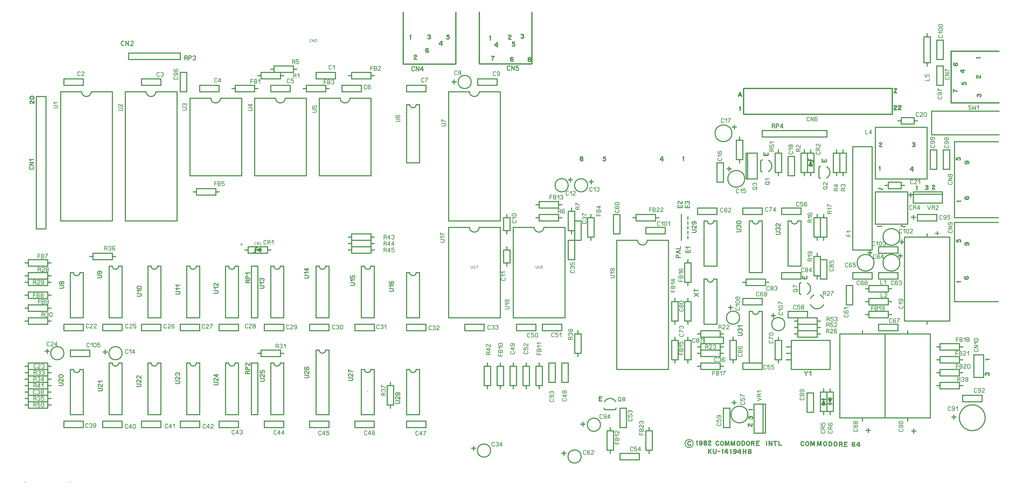
<source format=gbr>
G04 #@! TF.GenerationSoftware,KiCad,Pcbnew,5.1.4+dfsg1-1*
G04 #@! TF.CreationDate,2020-01-23T00:29:47+01:00*
G04 #@! TF.ProjectId,KU-14194HB-REV-B-KiCad,4b552d31-3431-4393-9448-422d5245562d,1.4*
G04 #@! TF.SameCoordinates,Original*
G04 #@! TF.FileFunction,Legend,Top*
G04 #@! TF.FilePolarity,Positive*
%FSLAX46Y46*%
G04 Gerber Fmt 4.6, Leading zero omitted, Abs format (unit mm)*
G04 Created by KiCad (PCBNEW 5.1.4+dfsg1-1) date 2020-01-23 00:29:47*
%MOMM*%
%LPD*%
G04 APERTURE LIST*
%ADD10C,0.286000*%
%ADD11C,0.300000*%
%ADD12C,0.500000*%
%ADD13C,0.400000*%
%ADD14C,0.302000*%
%ADD15C,0.100000*%
%ADD16C,0.200000*%
%ADD17C,0.318000*%
%ADD18C,0.150000*%
G04 APERTURE END LIST*
D10*
X331789600Y-88668100D02*
X331789600Y-88168100D01*
X331909600Y-88868100D02*
X331789600Y-88668100D01*
X332149600Y-88968100D02*
X331909600Y-88868100D01*
X332389600Y-88968100D02*
X332149600Y-88968100D01*
X332629600Y-88868100D02*
X332389600Y-88968100D01*
X332749600Y-88668100D02*
X332629600Y-88868100D01*
X332749600Y-88368100D02*
X332749600Y-88668100D01*
X332629600Y-88168100D02*
X332749600Y-88368100D01*
X332389600Y-88068100D02*
X332629600Y-88168100D01*
X332149600Y-88068100D02*
X332389600Y-88068100D01*
X331789600Y-88268100D02*
X332149600Y-88068100D01*
X331789600Y-88168100D02*
X331789600Y-88268100D01*
X331789600Y-87668100D02*
X331789600Y-88168100D01*
X331909600Y-87468100D02*
X331789600Y-87668100D01*
X332149600Y-87368100D02*
X331909600Y-87468100D01*
X332389600Y-87368100D02*
X332149600Y-87368100D01*
X332629600Y-87468100D02*
X332389600Y-87368100D01*
X332749600Y-87668100D02*
X332629600Y-87468100D01*
X331227500Y-88975200D02*
X331227500Y-87375200D01*
X330267500Y-87375200D02*
X331227500Y-88975200D01*
X330267500Y-88975200D02*
X330267500Y-87375200D01*
X329587500Y-87475200D02*
X329707500Y-87675200D01*
X329347500Y-87375200D02*
X329587500Y-87475200D01*
X329107500Y-87375200D02*
X329347500Y-87375200D01*
X328867500Y-87475200D02*
X329107500Y-87375200D01*
X328747500Y-87675200D02*
X328867500Y-87475200D01*
X328747500Y-88675200D02*
X328747500Y-87675200D01*
X328867500Y-88875200D02*
X328747500Y-88675200D01*
X329107500Y-88975200D02*
X328867500Y-88875200D01*
X329347500Y-88975200D02*
X329107500Y-88975200D01*
X329587500Y-88875200D02*
X329347500Y-88975200D01*
X329707500Y-88675200D02*
X329587500Y-88875200D01*
X235957026Y-171712624D02*
X235857026Y-171472624D01*
X236157026Y-171832624D02*
X235957026Y-171712624D01*
X236357026Y-171832624D02*
X236157026Y-171832624D01*
X236557026Y-171712624D02*
X236357026Y-171832624D01*
X236657026Y-171472624D02*
X236557026Y-171712624D01*
X236657026Y-171232624D02*
X236657026Y-171472624D01*
X236557026Y-170992624D02*
X236657026Y-171232624D01*
X236357026Y-170872624D02*
X236557026Y-170992624D01*
X236157026Y-170872624D02*
X236357026Y-170872624D01*
X235957026Y-170992624D02*
X236157026Y-170872624D01*
X235857026Y-171232624D02*
X235957026Y-170992624D01*
X235757026Y-170992624D02*
X235857026Y-171232624D01*
X235557026Y-170872624D02*
X235757026Y-170992624D01*
X235357026Y-170872624D02*
X235557026Y-170872624D01*
X235157026Y-170992624D02*
X235357026Y-170872624D01*
X235057026Y-171232624D02*
X235157026Y-170992624D01*
X235057026Y-171472624D02*
X235057026Y-171232624D01*
X235157026Y-171712624D02*
X235057026Y-171472624D01*
X235357026Y-171832624D02*
X235157026Y-171712624D01*
X235557026Y-171832624D02*
X235357026Y-171832624D01*
X235757026Y-171712624D02*
X235557026Y-171832624D01*
X235857026Y-171472624D02*
X235757026Y-171712624D01*
X235857026Y-171232624D02*
X235857026Y-171472624D01*
X236575660Y-173278215D02*
X236375660Y-173398215D01*
X236675660Y-173038215D02*
X236575660Y-173278215D01*
X236675660Y-172798215D02*
X236675660Y-173038215D01*
X236575660Y-172558215D02*
X236675660Y-172798215D01*
X236375660Y-172438215D02*
X236575660Y-172558215D01*
X236175660Y-172438215D02*
X236375660Y-172438215D01*
X235975660Y-172558215D02*
X236175660Y-172438215D01*
X235875660Y-172798215D02*
X235975660Y-172558215D01*
X235775660Y-172558215D02*
X235875660Y-172798215D01*
X235575660Y-172438215D02*
X235775660Y-172558215D01*
X235375660Y-172438215D02*
X235575660Y-172438215D01*
X235175660Y-172558215D02*
X235375660Y-172438215D01*
X235075660Y-172798215D02*
X235175660Y-172558215D01*
X235075660Y-173038215D02*
X235075660Y-172798215D01*
X235175660Y-173278215D02*
X235075660Y-173038215D01*
X235375660Y-173398215D02*
X235175660Y-173278215D01*
X235875660Y-174318215D02*
X235875660Y-174918215D01*
X235775660Y-174078215D02*
X235875660Y-174318215D01*
X235575660Y-173958215D02*
X235775660Y-174078215D01*
X235375660Y-173958215D02*
X235575660Y-173958215D01*
X235175660Y-174078215D02*
X235375660Y-173958215D01*
X235075660Y-174318215D02*
X235175660Y-174078215D01*
X235075660Y-174918215D02*
X235075660Y-174318215D01*
X236675660Y-174918215D02*
X235075660Y-174918215D01*
X236275660Y-173958215D02*
X236675660Y-173958215D01*
X236075660Y-174078215D02*
X236275660Y-173958215D01*
X235875660Y-174438215D02*
X236075660Y-174078215D01*
D11*
X379181800Y-133206100D02*
X380655600Y-133206100D01*
X380655600Y-133206100D02*
X380671500Y-133190200D01*
X379974200Y-132445400D02*
X379974200Y-133935100D01*
X379974200Y-133935100D02*
X379958300Y-133950900D01*
D12*
X303860000Y-76200000D02*
X362280000Y-76200000D01*
X362280000Y-76200000D02*
X362280000Y-86360000D01*
X362280000Y-86360000D02*
X303860000Y-86360000D01*
X303860000Y-86360000D02*
X303860000Y-76200000D01*
X301835000Y-79290300D02*
X302548000Y-77761200D01*
X302548000Y-77761200D02*
X303101500Y-79337200D01*
X301985200Y-78952600D02*
X302942000Y-78980700D01*
X302347600Y-83574100D02*
X302541400Y-83390200D01*
X302541400Y-83390200D02*
X302518400Y-84884000D01*
X363083100Y-76332500D02*
X364022000Y-76341100D01*
X364022000Y-76341100D02*
X363031900Y-77903200D01*
X363031900Y-77903200D02*
X364017800Y-77898900D01*
X362946500Y-83344900D02*
X363181700Y-83095000D01*
X363181700Y-83095000D02*
X363368600Y-83001600D01*
X363368600Y-83001600D02*
X363565600Y-83009200D01*
X363565600Y-83009200D02*
X363744800Y-83052100D01*
X363744800Y-83052100D02*
X363914000Y-83143000D01*
X363914000Y-83143000D02*
X363964600Y-83355200D01*
X363964600Y-83355200D02*
X363934200Y-83526900D01*
X363934200Y-83526900D02*
X363297900Y-84039500D01*
X363297900Y-84039500D02*
X363159000Y-84196100D01*
X363159000Y-84196100D02*
X363073100Y-84340000D01*
X363073100Y-84340000D02*
X363027700Y-84529400D01*
X363027700Y-84529400D02*
X363085300Y-84566400D01*
X363085300Y-84566400D02*
X363999100Y-84559500D01*
X364645700Y-83301700D02*
X364880900Y-83051800D01*
X364880900Y-83051800D02*
X365067700Y-82958400D01*
X365067700Y-82958400D02*
X365264700Y-82966000D01*
X365264700Y-82966000D02*
X365444000Y-83008900D01*
X365444000Y-83008900D02*
X365613200Y-83099800D01*
X365613200Y-83099800D02*
X365663700Y-83312000D01*
X365663700Y-83312000D02*
X365633400Y-83483700D01*
X365633400Y-83483700D02*
X364997000Y-83996300D01*
X364997000Y-83996300D02*
X364858200Y-84152900D01*
X364858200Y-84152900D02*
X364772300Y-84296800D01*
X364772300Y-84296800D02*
X364726800Y-84486200D01*
X364726800Y-84486200D02*
X364784400Y-84523200D01*
X364784400Y-84523200D02*
X365698200Y-84516300D01*
X170180000Y-46355000D02*
X170180000Y-66675000D01*
X170180000Y-66675000D02*
X190817500Y-66675000D01*
X190817500Y-66675000D02*
X190817500Y-46355000D01*
X200111800Y-46251800D02*
X200111800Y-66571800D01*
X200111800Y-66571800D02*
X220749200Y-66571800D01*
X220749200Y-66571800D02*
X220749200Y-46251800D01*
X404177500Y-81915000D02*
X385445000Y-81915000D01*
X385445000Y-81915000D02*
X385445000Y-61595000D01*
X385445000Y-61595000D02*
X404177500Y-61595000D01*
D13*
X395690800Y-79375100D02*
X395549600Y-79158400D01*
X395549600Y-79158400D02*
X395536500Y-78869500D01*
X395536500Y-78869500D02*
X395631700Y-78616800D01*
X395631700Y-78616800D02*
X395746600Y-78508400D01*
X395746600Y-78508400D02*
X395900900Y-78485400D01*
X395900900Y-78485400D02*
X396045400Y-78515000D01*
X396045400Y-78515000D02*
X396157000Y-78597100D01*
X396157000Y-78597100D02*
X396242400Y-78991000D01*
X396242400Y-78991000D02*
X396345400Y-78556700D01*
X396345400Y-78556700D02*
X396472200Y-78478900D01*
X396472200Y-78478900D02*
X396685000Y-78454200D01*
X396685000Y-78454200D02*
X396956600Y-78509400D01*
X396956600Y-78509400D02*
X397034400Y-78608700D01*
X397034400Y-78608700D02*
X397109000Y-78725100D01*
X397109000Y-78725100D02*
X397089400Y-78836700D01*
X397089400Y-78836700D02*
X397092600Y-78954900D01*
X397092600Y-78954900D02*
X397069700Y-79076400D01*
X397069700Y-79076400D02*
X397023700Y-79247100D01*
X397023700Y-79247100D02*
X396793900Y-79437500D01*
X386278300Y-77670800D02*
X386270700Y-76759200D01*
X386270700Y-76759200D02*
X386308600Y-76625400D01*
X386308600Y-76625400D02*
X386558600Y-76855200D01*
X386558600Y-76855200D02*
X386813600Y-77031900D01*
X386813600Y-77031900D02*
X387073700Y-77165800D01*
X387073700Y-77165800D02*
X387338900Y-77221300D01*
X387338900Y-77221300D02*
X387556000Y-77261700D01*
X387556000Y-77261700D02*
X387884400Y-77256700D01*
X389667200Y-73908200D02*
X389682300Y-74597600D01*
X389682300Y-74597600D02*
X390258100Y-74627900D01*
X390258100Y-74627900D02*
X390200000Y-74612700D01*
X390200000Y-74612700D02*
X390184800Y-74370300D01*
X390184800Y-74370300D02*
X390220200Y-74115300D01*
X390220200Y-74115300D02*
X390351500Y-73946100D01*
X390351500Y-73946100D02*
X390551000Y-73756700D01*
X390551000Y-73756700D02*
X390730300Y-73731400D01*
X390730300Y-73731400D02*
X390919700Y-73781900D01*
X390919700Y-73781900D02*
X391086400Y-73877900D01*
X391086400Y-73877900D02*
X391179800Y-73996600D01*
X391179800Y-73996600D02*
X391248000Y-74183400D01*
X391248000Y-74183400D02*
X391263100Y-74355200D01*
X391263100Y-74355200D02*
X391215200Y-74526900D01*
X391215200Y-74526900D02*
X391035800Y-74713700D01*
X390720200Y-69052100D02*
X389104000Y-69062200D01*
X389104000Y-69062200D02*
X389048500Y-69158200D01*
X389048500Y-69158200D02*
X389912100Y-69971300D01*
X389912100Y-69971300D02*
X390154600Y-69996600D01*
X390154600Y-69996600D02*
X390164600Y-68865300D01*
X386563600Y-66186000D02*
X386457600Y-66271800D01*
X386457600Y-66271800D02*
X386394400Y-66403100D01*
X386394400Y-66403100D02*
X386354000Y-66529400D01*
X386354000Y-66529400D02*
X386354000Y-66632900D01*
X386354000Y-66632900D02*
X386361600Y-66764200D01*
X386361600Y-66764200D02*
X386402000Y-66903100D01*
X386402000Y-66903100D02*
X386457600Y-67004100D01*
X386457600Y-67004100D02*
X386518200Y-67082400D01*
X386518200Y-67082400D02*
X386606600Y-67125400D01*
X386606600Y-67125400D02*
X386692400Y-67163200D01*
X386692400Y-67163200D02*
X387033300Y-67236500D01*
X387033300Y-67236500D02*
X387215200Y-67244000D01*
X387215200Y-67244000D02*
X387376800Y-67236500D01*
X387376800Y-67236500D02*
X387540900Y-67198600D01*
X387540900Y-67198600D02*
X387649500Y-67148100D01*
X387649500Y-67148100D02*
X387755600Y-67059700D01*
X387755600Y-67059700D02*
X387818700Y-66976400D01*
X387818700Y-66976400D02*
X387861600Y-66857700D01*
X387861600Y-66857700D02*
X387897000Y-66756700D01*
X387897000Y-66756700D02*
X387907100Y-66683400D01*
X387907100Y-66683400D02*
X387907100Y-66592500D01*
X387907100Y-66592500D02*
X387899500Y-66514200D01*
X387899500Y-66514200D02*
X387866700Y-66443500D01*
X387866700Y-66443500D02*
X387790900Y-66335000D01*
X387790900Y-66335000D02*
X387720200Y-66259200D01*
X387720200Y-66259200D02*
X387647000Y-66216300D01*
X387647000Y-66216300D02*
X387538400Y-66201100D01*
X387538400Y-66201100D02*
X387434800Y-66196100D01*
X387434800Y-66196100D02*
X387346500Y-66211200D01*
X387346500Y-66211200D02*
X387285800Y-66239000D01*
X387285800Y-66239000D02*
X387202500Y-66289500D01*
X387202500Y-66289500D02*
X387152000Y-66337500D01*
X387152000Y-66337500D02*
X387121700Y-66380400D01*
X387121700Y-66380400D02*
X387099000Y-66425900D01*
X387099000Y-66425900D02*
X387091400Y-66451100D01*
X387091400Y-66451100D02*
X387081300Y-66494000D01*
X387081300Y-66494000D02*
X387078800Y-66569800D01*
X387078800Y-66569800D02*
X387081300Y-66688500D01*
X387081300Y-66688500D02*
X387078800Y-66766800D01*
X387078800Y-66766800D02*
X387086400Y-66829900D01*
X387086400Y-66829900D02*
X387081300Y-66986500D01*
X387081300Y-66986500D02*
X387071200Y-67140500D01*
X395521200Y-64288100D02*
X395341900Y-64096100D01*
X395341900Y-64096100D02*
X396844200Y-64091800D01*
X395636400Y-72149900D02*
X395512600Y-72043200D01*
X395512600Y-72043200D02*
X395393100Y-71923700D01*
X395393100Y-71923700D02*
X395316300Y-71770000D01*
X395316300Y-71770000D02*
X395303500Y-71595000D01*
X395303500Y-71595000D02*
X395303500Y-71407200D01*
X395303500Y-71407200D02*
X395359000Y-71292000D01*
X395359000Y-71292000D02*
X395457200Y-71176700D01*
X395457200Y-71176700D02*
X395538200Y-71138300D01*
X395538200Y-71138300D02*
X395670600Y-71117000D01*
X395670600Y-71117000D02*
X395764400Y-71134100D01*
X395764400Y-71134100D02*
X395854100Y-71168200D01*
X395854100Y-71168200D02*
X396080300Y-71539500D01*
X396080300Y-71539500D02*
X396259600Y-71791300D01*
X396259600Y-71791300D02*
X396443100Y-71949300D01*
X396443100Y-71949300D02*
X396575400Y-72021800D01*
X396575400Y-72021800D02*
X396724800Y-72038900D01*
X396724800Y-72038900D02*
X396853200Y-72043800D01*
X396853200Y-72043800D02*
X396852800Y-71065800D01*
X404177500Y-85090000D02*
X377666200Y-85090000D01*
X377666200Y-85090000D02*
X377666200Y-94456200D01*
X377666200Y-94456200D02*
X404177500Y-94456200D01*
X104140000Y-74930000D02*
X111760000Y-74930000D01*
X111760000Y-74930000D02*
X111760000Y-77470000D01*
X111760000Y-77470000D02*
X104140000Y-77470000D01*
X104140000Y-77470000D02*
X104140000Y-74930000D01*
X104140000Y-76200000D02*
X102870000Y-76200000D01*
X111760000Y-76200000D02*
X113030000Y-76200000D01*
D10*
X110281800Y-74213100D02*
X110281800Y-72613100D01*
X110281800Y-72613100D02*
X111121800Y-72613100D01*
X110281800Y-73413100D02*
X111121800Y-73413100D01*
X111681800Y-74213100D02*
X111681800Y-72613100D01*
X111681800Y-72613100D02*
X112281800Y-72613100D01*
X112281800Y-72613100D02*
X112521800Y-72713100D01*
X112521800Y-72713100D02*
X112641800Y-72913100D01*
X112641800Y-72913100D02*
X112641800Y-73113100D01*
X112641800Y-73113100D02*
X112521800Y-73313100D01*
X112521800Y-73313100D02*
X112281800Y-73413100D01*
X112281800Y-73413100D02*
X112521800Y-73513100D01*
X112521800Y-73513100D02*
X112641800Y-73713100D01*
X112641800Y-73713100D02*
X112641800Y-73913100D01*
X112641800Y-73913100D02*
X112521800Y-74113100D01*
X112521800Y-74113100D02*
X112281800Y-74213100D01*
X112281800Y-74213100D02*
X111681800Y-74213100D01*
X111681800Y-73413100D02*
X112281800Y-73413100D01*
X113201800Y-73213100D02*
X113801800Y-72613100D01*
X113801800Y-72613100D02*
X113801800Y-74213100D01*
D13*
X114300000Y-69850000D02*
X121920000Y-69850000D01*
X121920000Y-69850000D02*
X121920000Y-72390000D01*
X121920000Y-72390000D02*
X114300000Y-72390000D01*
X114300000Y-72390000D02*
X114300000Y-69850000D01*
X114300000Y-71120000D02*
X113030000Y-71120000D01*
X121920000Y-71120000D02*
X123190000Y-71120000D01*
D10*
X127540300Y-71137200D02*
X127900300Y-71337200D01*
X127900300Y-71337200D02*
X128020300Y-71537200D01*
X128020300Y-71537200D02*
X128020300Y-71937200D01*
X127060300Y-71937200D02*
X127060300Y-70337200D01*
X127060300Y-70337200D02*
X127660300Y-70337200D01*
X127660300Y-70337200D02*
X127900300Y-70437200D01*
X127900300Y-70437200D02*
X128020300Y-70637200D01*
X128020300Y-70637200D02*
X128020300Y-70837200D01*
X128020300Y-70837200D02*
X127900300Y-71037200D01*
X127900300Y-71037200D02*
X127660300Y-71137200D01*
X127660300Y-71137200D02*
X127060300Y-71137200D01*
X128580300Y-70937200D02*
X129180300Y-70337200D01*
X129180300Y-70337200D02*
X129180300Y-71937200D01*
D13*
X119380000Y-67310000D02*
X127000000Y-67310000D01*
X127000000Y-67310000D02*
X127000000Y-69850000D01*
X127000000Y-69850000D02*
X119380000Y-69850000D01*
X119380000Y-69850000D02*
X119380000Y-67310000D01*
X119380000Y-68580000D02*
X118110000Y-68580000D01*
X127000000Y-68580000D02*
X128270000Y-68580000D01*
D10*
X127097600Y-65701800D02*
X127457600Y-65901800D01*
X127457600Y-65901800D02*
X127577600Y-66101800D01*
X127577600Y-66101800D02*
X127577600Y-66501800D01*
X126617600Y-66501800D02*
X126617600Y-64901800D01*
X126617600Y-64901800D02*
X127217600Y-64901800D01*
X127217600Y-64901800D02*
X127457600Y-65001800D01*
X127457600Y-65001800D02*
X127577600Y-65201800D01*
X127577600Y-65201800D02*
X127577600Y-65401800D01*
X127577600Y-65401800D02*
X127457600Y-65601800D01*
X127457600Y-65601800D02*
X127217600Y-65701800D01*
X127217600Y-65701800D02*
X126617600Y-65701800D01*
X129097600Y-64901800D02*
X128137600Y-64901800D01*
X128137600Y-64901800D02*
X128137600Y-65601800D01*
X128137600Y-65601800D02*
X128257600Y-65601800D01*
X128257600Y-65601800D02*
X128497600Y-65501800D01*
X128497600Y-65501800D02*
X128737600Y-65501800D01*
X128737600Y-65501800D02*
X128977600Y-65601800D01*
X128977600Y-65601800D02*
X129097600Y-65801800D01*
X129097600Y-65801800D02*
X129097600Y-66201800D01*
X129097600Y-66201800D02*
X128977600Y-66401800D01*
X128977600Y-66401800D02*
X128737600Y-66501800D01*
X128737600Y-66501800D02*
X128497600Y-66501800D01*
X128497600Y-66501800D02*
X128257600Y-66401800D01*
X128257600Y-66401800D02*
X128137600Y-66201800D01*
D13*
X132080000Y-74930000D02*
X139700000Y-74930000D01*
X139700000Y-74930000D02*
X139700000Y-77470000D01*
X139700000Y-77470000D02*
X132080000Y-77470000D01*
X132080000Y-77470000D02*
X132080000Y-74930000D01*
X132080000Y-76200000D02*
X130810000Y-76200000D01*
X139700000Y-76200000D02*
X140970000Y-76200000D01*
D10*
X139036300Y-74439300D02*
X139036300Y-72839300D01*
X139036300Y-72839300D02*
X139876300Y-72839300D01*
X139036300Y-73639300D02*
X139876300Y-73639300D01*
X140436300Y-74439300D02*
X140436300Y-72839300D01*
X140436300Y-72839300D02*
X141036300Y-72839300D01*
X141036300Y-72839300D02*
X141276300Y-72939300D01*
X141276300Y-72939300D02*
X141396300Y-73139300D01*
X141396300Y-73139300D02*
X141396300Y-73339300D01*
X141396300Y-73339300D02*
X141276300Y-73539300D01*
X141276300Y-73539300D02*
X141036300Y-73639300D01*
X141036300Y-73639300D02*
X141276300Y-73739300D01*
X141276300Y-73739300D02*
X141396300Y-73939300D01*
X141396300Y-73939300D02*
X141396300Y-74139300D01*
X141396300Y-74139300D02*
X141276300Y-74339300D01*
X141276300Y-74339300D02*
X141036300Y-74439300D01*
X141036300Y-74439300D02*
X140436300Y-74439300D01*
X140436300Y-73639300D02*
X141036300Y-73639300D01*
X141956300Y-73139300D02*
X142076300Y-72939300D01*
X142076300Y-72939300D02*
X142316300Y-72839300D01*
X142316300Y-72839300D02*
X142556300Y-72839300D01*
X142556300Y-72839300D02*
X142796300Y-72939300D01*
X142796300Y-72939300D02*
X142916300Y-73139300D01*
X142916300Y-73139300D02*
X142916300Y-73339300D01*
X142916300Y-73339300D02*
X142796300Y-73539300D01*
X142796300Y-73539300D02*
X142556300Y-73639300D01*
X142556300Y-73639300D02*
X142796300Y-73739300D01*
X142796300Y-73739300D02*
X142916300Y-73939300D01*
X142916300Y-73939300D02*
X142916300Y-74139300D01*
X142916300Y-74139300D02*
X142796300Y-74339300D01*
X142796300Y-74339300D02*
X142556300Y-74439300D01*
X142556300Y-74439300D02*
X142316300Y-74439300D01*
X142316300Y-74439300D02*
X142076300Y-74339300D01*
X142076300Y-74339300D02*
X141956300Y-74139300D01*
D13*
X149860000Y-69850000D02*
X157480000Y-69850000D01*
X157480000Y-69850000D02*
X157480000Y-72390000D01*
X157480000Y-72390000D02*
X149860000Y-72390000D01*
X149860000Y-72390000D02*
X149860000Y-69850000D01*
X149860000Y-71120000D02*
X148590000Y-71120000D01*
X157480000Y-71120000D02*
X158750000Y-71120000D01*
D10*
X157314100Y-69087800D02*
X157314100Y-67487800D01*
X157314100Y-67487800D02*
X158154100Y-67487800D01*
X157314100Y-68287800D02*
X158154100Y-68287800D01*
X158714100Y-69087800D02*
X158714100Y-67487800D01*
X158714100Y-67487800D02*
X159314100Y-67487800D01*
X159314100Y-67487800D02*
X159554100Y-67587800D01*
X159554100Y-67587800D02*
X159674100Y-67787800D01*
X159674100Y-67787800D02*
X159674100Y-67987800D01*
X159674100Y-67987800D02*
X159554100Y-68187800D01*
X159554100Y-68187800D02*
X159314100Y-68287800D01*
X159314100Y-68287800D02*
X159554100Y-68387800D01*
X159554100Y-68387800D02*
X159674100Y-68587800D01*
X159674100Y-68587800D02*
X159674100Y-68787800D01*
X159674100Y-68787800D02*
X159554100Y-68987800D01*
X159554100Y-68987800D02*
X159314100Y-69087800D01*
X159314100Y-69087800D02*
X158714100Y-69087800D01*
X158714100Y-68287800D02*
X159314100Y-68287800D01*
X161194100Y-69087800D02*
X160234100Y-69087800D01*
X160234100Y-69087800D02*
X160234100Y-68987800D01*
X160234100Y-68987800D02*
X160354100Y-68787800D01*
X160354100Y-68787800D02*
X161074100Y-68187800D01*
X161074100Y-68187800D02*
X161194100Y-67987800D01*
X161194100Y-67987800D02*
X161194100Y-67787800D01*
X161194100Y-67787800D02*
X161074100Y-67587800D01*
X161074100Y-67587800D02*
X160834100Y-67487800D01*
X160834100Y-67487800D02*
X160594100Y-67487800D01*
X160594100Y-67487800D02*
X160354100Y-67587800D01*
X160354100Y-67587800D02*
X160234100Y-67787800D01*
D13*
X88900000Y-115570000D02*
X96520000Y-115570000D01*
X96520000Y-115570000D02*
X96520000Y-118110000D01*
X96520000Y-118110000D02*
X88900000Y-118110000D01*
X88900000Y-118110000D02*
X88900000Y-115570000D01*
X88900000Y-116840000D02*
X87630000Y-116840000D01*
X96520000Y-116840000D02*
X97790000Y-116840000D01*
D10*
X95980200Y-114424100D02*
X95980200Y-112824100D01*
X95980200Y-112824100D02*
X96820200Y-112824100D01*
X95980200Y-113624100D02*
X96820200Y-113624100D01*
X97380200Y-114424100D02*
X97380200Y-112824100D01*
X97380200Y-112824100D02*
X97980200Y-112824100D01*
X97980200Y-112824100D02*
X98220200Y-112924100D01*
X98220200Y-112924100D02*
X98340200Y-113124100D01*
X98340200Y-113124100D02*
X98340200Y-113324100D01*
X98340200Y-113324100D02*
X98220200Y-113524100D01*
X98220200Y-113524100D02*
X97980200Y-113624100D01*
X97980200Y-113624100D02*
X98220200Y-113724100D01*
X98220200Y-113724100D02*
X98340200Y-113924100D01*
X98340200Y-113924100D02*
X98340200Y-114124100D01*
X98340200Y-114124100D02*
X98220200Y-114324100D01*
X98220200Y-114324100D02*
X97980200Y-114424100D01*
X97980200Y-114424100D02*
X97380200Y-114424100D01*
X97380200Y-113624100D02*
X97980200Y-113624100D01*
X99860200Y-112824100D02*
X98900200Y-112824100D01*
X98900200Y-112824100D02*
X98900200Y-113524100D01*
X98900200Y-113524100D02*
X99020200Y-113524100D01*
X99020200Y-113524100D02*
X99260200Y-113424100D01*
X99260200Y-113424100D02*
X99500200Y-113424100D01*
X99500200Y-113424100D02*
X99740200Y-113524100D01*
X99740200Y-113524100D02*
X99860200Y-113724100D01*
X99860200Y-113724100D02*
X99860200Y-114124100D01*
X99860200Y-114124100D02*
X99740200Y-114324100D01*
X99740200Y-114324100D02*
X99500200Y-114424100D01*
X99500200Y-114424100D02*
X99260200Y-114424100D01*
X99260200Y-114424100D02*
X99020200Y-114324100D01*
X99020200Y-114324100D02*
X98900200Y-114124100D01*
D13*
X22860000Y-143510000D02*
X30480000Y-143510000D01*
X30480000Y-143510000D02*
X30480000Y-146050000D01*
X30480000Y-146050000D02*
X22860000Y-146050000D01*
X22860000Y-146050000D02*
X22860000Y-143510000D01*
X22860000Y-144780000D02*
X21590000Y-144780000D01*
X30480000Y-144780000D02*
X31750000Y-144780000D01*
D10*
X26641200Y-142900100D02*
X26641200Y-141300100D01*
X26641200Y-141300100D02*
X27481200Y-141300100D01*
X26641200Y-142100100D02*
X27481200Y-142100100D01*
X28041200Y-142900100D02*
X28041200Y-141300100D01*
X28041200Y-141300100D02*
X28641200Y-141300100D01*
X28641200Y-141300100D02*
X28881200Y-141400100D01*
X28881200Y-141400100D02*
X29001200Y-141600100D01*
X29001200Y-141600100D02*
X29001200Y-141800100D01*
X29001200Y-141800100D02*
X28881200Y-142000100D01*
X28881200Y-142000100D02*
X28641200Y-142100100D01*
X28641200Y-142100100D02*
X28881200Y-142200100D01*
X28881200Y-142200100D02*
X29001200Y-142400100D01*
X29001200Y-142400100D02*
X29001200Y-142600100D01*
X29001200Y-142600100D02*
X28881200Y-142800100D01*
X28881200Y-142800100D02*
X28641200Y-142900100D01*
X28641200Y-142900100D02*
X28041200Y-142900100D01*
X28041200Y-142100100D02*
X28641200Y-142100100D01*
X29561200Y-141300100D02*
X30521200Y-141300100D01*
X30521200Y-141300100D02*
X30401200Y-141500100D01*
X30401200Y-141500100D02*
X30161200Y-141800100D01*
X30161200Y-141800100D02*
X29921200Y-142200100D01*
X29921200Y-142200100D02*
X29801200Y-142500100D01*
X29801200Y-142500100D02*
X29801200Y-142900100D01*
D13*
X22860000Y-148590000D02*
X30480000Y-148590000D01*
X30480000Y-148590000D02*
X30480000Y-151130000D01*
X30480000Y-151130000D02*
X22860000Y-151130000D01*
X22860000Y-151130000D02*
X22860000Y-148590000D01*
X22860000Y-149860000D02*
X21590000Y-149860000D01*
X30480000Y-149860000D02*
X31750000Y-149860000D01*
D10*
X27183000Y-147345100D02*
X27543000Y-147545100D01*
X27543000Y-147545100D02*
X27663000Y-147745100D01*
X27663000Y-147745100D02*
X27663000Y-148145100D01*
X26703000Y-148145100D02*
X26703000Y-146545100D01*
X26703000Y-146545100D02*
X27303000Y-146545100D01*
X27303000Y-146545100D02*
X27543000Y-146645100D01*
X27543000Y-146645100D02*
X27663000Y-146845100D01*
X27663000Y-146845100D02*
X27663000Y-147045100D01*
X27663000Y-147045100D02*
X27543000Y-147245100D01*
X27543000Y-147245100D02*
X27303000Y-147345100D01*
X27303000Y-147345100D02*
X26703000Y-147345100D01*
X29183000Y-148145100D02*
X28223000Y-148145100D01*
X28223000Y-148145100D02*
X28223000Y-148045100D01*
X28223000Y-148045100D02*
X28343000Y-147845100D01*
X28343000Y-147845100D02*
X29063000Y-147245100D01*
X29063000Y-147245100D02*
X29183000Y-147045100D01*
X29183000Y-147045100D02*
X29183000Y-146845100D01*
X29183000Y-146845100D02*
X29063000Y-146645100D01*
X29063000Y-146645100D02*
X28823000Y-146545100D01*
X28823000Y-146545100D02*
X28583000Y-146545100D01*
X28583000Y-146545100D02*
X28343000Y-146645100D01*
X28343000Y-146645100D02*
X28223000Y-146845100D01*
X30343000Y-147345100D02*
X30103000Y-147345100D01*
X30103000Y-147345100D02*
X29863000Y-147245100D01*
X29863000Y-147245100D02*
X29743000Y-147045100D01*
X29743000Y-147045100D02*
X29743000Y-146845100D01*
X29743000Y-146845100D02*
X29863000Y-146645100D01*
X29863000Y-146645100D02*
X30103000Y-146545100D01*
X30103000Y-146545100D02*
X30343000Y-146545100D01*
X30343000Y-146545100D02*
X30583000Y-146645100D01*
X30583000Y-146645100D02*
X30703000Y-146845100D01*
X30703000Y-146845100D02*
X30703000Y-147045100D01*
X30703000Y-147045100D02*
X30583000Y-147245100D01*
X30583000Y-147245100D02*
X30343000Y-147345100D01*
X30343000Y-147345100D02*
X30583000Y-147445100D01*
X30583000Y-147445100D02*
X30703000Y-147645100D01*
X30703000Y-147645100D02*
X30703000Y-147845100D01*
X30703000Y-147845100D02*
X30583000Y-148045100D01*
X30583000Y-148045100D02*
X30343000Y-148145100D01*
X30343000Y-148145100D02*
X30103000Y-148145100D01*
X30103000Y-148145100D02*
X29863000Y-148045100D01*
X29863000Y-148045100D02*
X29743000Y-147845100D01*
X29743000Y-147845100D02*
X29743000Y-147645100D01*
X29743000Y-147645100D02*
X29863000Y-147445100D01*
X29863000Y-147445100D02*
X30103000Y-147345100D01*
D13*
X22860000Y-151130000D02*
X30480000Y-151130000D01*
X30480000Y-151130000D02*
X30480000Y-153670000D01*
X30480000Y-153670000D02*
X22860000Y-153670000D01*
X22860000Y-153670000D02*
X22860000Y-151130000D01*
X22860000Y-152400000D02*
X21590000Y-152400000D01*
X30480000Y-152400000D02*
X31750000Y-152400000D01*
D10*
X25327300Y-152400600D02*
X25687300Y-152600600D01*
X25687300Y-152600600D02*
X25807300Y-152800600D01*
X25807300Y-152800600D02*
X25807300Y-153200600D01*
X24847300Y-153200600D02*
X24847300Y-151600600D01*
X24847300Y-151600600D02*
X25447300Y-151600600D01*
X25447300Y-151600600D02*
X25687300Y-151700600D01*
X25687300Y-151700600D02*
X25807300Y-151900600D01*
X25807300Y-151900600D02*
X25807300Y-152100600D01*
X25807300Y-152100600D02*
X25687300Y-152300600D01*
X25687300Y-152300600D02*
X25447300Y-152400600D01*
X25447300Y-152400600D02*
X24847300Y-152400600D01*
X27327300Y-153200600D02*
X26367300Y-153200600D01*
X26367300Y-153200600D02*
X26367300Y-153100600D01*
X26367300Y-153100600D02*
X26487300Y-152900600D01*
X26487300Y-152900600D02*
X27207300Y-152300600D01*
X27207300Y-152300600D02*
X27327300Y-152100600D01*
X27327300Y-152100600D02*
X27327300Y-151900600D01*
X27327300Y-151900600D02*
X27207300Y-151700600D01*
X27207300Y-151700600D02*
X26967300Y-151600600D01*
X26967300Y-151600600D02*
X26727300Y-151600600D01*
X26727300Y-151600600D02*
X26487300Y-151700600D01*
X26487300Y-151700600D02*
X26367300Y-151900600D01*
X27887300Y-152900600D02*
X28007300Y-153100600D01*
X28007300Y-153100600D02*
X28247300Y-153200600D01*
X28247300Y-153200600D02*
X28487300Y-153200600D01*
X28487300Y-153200600D02*
X28727300Y-153100600D01*
X28727300Y-153100600D02*
X28847300Y-152900600D01*
X28847300Y-152900600D02*
X28847300Y-152400600D01*
X28847300Y-152400600D02*
X28847300Y-152300600D01*
X28847300Y-152300600D02*
X28487300Y-152500600D01*
X28487300Y-152500600D02*
X28247300Y-152500600D01*
X28247300Y-152500600D02*
X28007300Y-152400600D01*
X28007300Y-152400600D02*
X27887300Y-152200600D01*
X27887300Y-152200600D02*
X27887300Y-151900600D01*
X27887300Y-151900600D02*
X28007300Y-151700600D01*
X28007300Y-151700600D02*
X28247300Y-151600600D01*
X28247300Y-151600600D02*
X28487300Y-151600600D01*
X28487300Y-151600600D02*
X28727300Y-151700600D01*
X28727300Y-151700600D02*
X28847300Y-151900600D01*
X28847300Y-151900600D02*
X28847300Y-152400600D01*
D13*
X22860000Y-156210000D02*
X30480000Y-156210000D01*
X30480000Y-156210000D02*
X30480000Y-158750000D01*
X30480000Y-158750000D02*
X22860000Y-158750000D01*
X22860000Y-158750000D02*
X22860000Y-156210000D01*
X22860000Y-157480000D02*
X21590000Y-157480000D01*
X30480000Y-157480000D02*
X31750000Y-157480000D01*
D10*
X24847400Y-158301200D02*
X24847400Y-156701200D01*
X24847400Y-156701200D02*
X25687400Y-156701200D01*
X24847400Y-157501200D02*
X25687400Y-157501200D01*
X26247400Y-158301200D02*
X26247400Y-156701200D01*
X26247400Y-156701200D02*
X26847400Y-156701200D01*
X26847400Y-156701200D02*
X27087400Y-156801200D01*
X27087400Y-156801200D02*
X27207400Y-157001200D01*
X27207400Y-157001200D02*
X27207400Y-157201200D01*
X27207400Y-157201200D02*
X27087400Y-157401200D01*
X27087400Y-157401200D02*
X26847400Y-157501200D01*
X26847400Y-157501200D02*
X27087400Y-157601200D01*
X27087400Y-157601200D02*
X27207400Y-157801200D01*
X27207400Y-157801200D02*
X27207400Y-158001200D01*
X27207400Y-158001200D02*
X27087400Y-158201200D01*
X27087400Y-158201200D02*
X26847400Y-158301200D01*
X26847400Y-158301200D02*
X26247400Y-158301200D01*
X26247400Y-157501200D02*
X26847400Y-157501200D01*
X28367400Y-157501200D02*
X28127400Y-157501200D01*
X28127400Y-157501200D02*
X27887400Y-157401200D01*
X27887400Y-157401200D02*
X27767400Y-157201200D01*
X27767400Y-157201200D02*
X27767400Y-157001200D01*
X27767400Y-157001200D02*
X27887400Y-156801200D01*
X27887400Y-156801200D02*
X28127400Y-156701200D01*
X28127400Y-156701200D02*
X28367400Y-156701200D01*
X28367400Y-156701200D02*
X28607400Y-156801200D01*
X28607400Y-156801200D02*
X28727400Y-157001200D01*
X28727400Y-157001200D02*
X28727400Y-157201200D01*
X28727400Y-157201200D02*
X28607400Y-157401200D01*
X28607400Y-157401200D02*
X28367400Y-157501200D01*
X28367400Y-157501200D02*
X28607400Y-157601200D01*
X28607400Y-157601200D02*
X28727400Y-157801200D01*
X28727400Y-157801200D02*
X28727400Y-158001200D01*
X28727400Y-158001200D02*
X28607400Y-158201200D01*
X28607400Y-158201200D02*
X28367400Y-158301200D01*
X28367400Y-158301200D02*
X28127400Y-158301200D01*
X28127400Y-158301200D02*
X27887400Y-158201200D01*
X27887400Y-158201200D02*
X27767400Y-158001200D01*
X27767400Y-158001200D02*
X27767400Y-157801200D01*
X27767400Y-157801200D02*
X27887400Y-157601200D01*
X27887400Y-157601200D02*
X28127400Y-157501200D01*
D13*
X22860000Y-161290000D02*
X30480000Y-161290000D01*
X30480000Y-161290000D02*
X30480000Y-163830000D01*
X30480000Y-163830000D02*
X22860000Y-163830000D01*
X22860000Y-163830000D02*
X22860000Y-161290000D01*
X22860000Y-162560000D02*
X21590000Y-162560000D01*
X30480000Y-162560000D02*
X31750000Y-162560000D01*
D10*
X26826800Y-160865700D02*
X26826800Y-159265700D01*
X26826800Y-159265700D02*
X27666800Y-159265700D01*
X26826800Y-160065700D02*
X27666800Y-160065700D01*
X28226800Y-160865700D02*
X28226800Y-159265700D01*
X28226800Y-159265700D02*
X28826800Y-159265700D01*
X28826800Y-159265700D02*
X29066800Y-159365700D01*
X29066800Y-159365700D02*
X29186800Y-159565700D01*
X29186800Y-159565700D02*
X29186800Y-159765700D01*
X29186800Y-159765700D02*
X29066800Y-159965700D01*
X29066800Y-159965700D02*
X28826800Y-160065700D01*
X28826800Y-160065700D02*
X29066800Y-160165700D01*
X29066800Y-160165700D02*
X29186800Y-160365700D01*
X29186800Y-160365700D02*
X29186800Y-160565700D01*
X29186800Y-160565700D02*
X29066800Y-160765700D01*
X29066800Y-160765700D02*
X28826800Y-160865700D01*
X28826800Y-160865700D02*
X28226800Y-160865700D01*
X28226800Y-160065700D02*
X28826800Y-160065700D01*
X29746800Y-160565700D02*
X29866800Y-160765700D01*
X29866800Y-160765700D02*
X30106800Y-160865700D01*
X30106800Y-160865700D02*
X30346800Y-160865700D01*
X30346800Y-160865700D02*
X30586800Y-160765700D01*
X30586800Y-160765700D02*
X30706800Y-160565700D01*
X30706800Y-160565700D02*
X30706800Y-160065700D01*
X30706800Y-160065700D02*
X30706800Y-159965700D01*
X30706800Y-159965700D02*
X30346800Y-160165700D01*
X30346800Y-160165700D02*
X30106800Y-160165700D01*
X30106800Y-160165700D02*
X29866800Y-160065700D01*
X29866800Y-160065700D02*
X29746800Y-159865700D01*
X29746800Y-159865700D02*
X29746800Y-159565700D01*
X29746800Y-159565700D02*
X29866800Y-159365700D01*
X29866800Y-159365700D02*
X30106800Y-159265700D01*
X30106800Y-159265700D02*
X30346800Y-159265700D01*
X30346800Y-159265700D02*
X30586800Y-159365700D01*
X30586800Y-159365700D02*
X30706800Y-159565700D01*
X30706800Y-159565700D02*
X30706800Y-160065700D01*
D13*
X22860000Y-166370000D02*
X30480000Y-166370000D01*
X30480000Y-166370000D02*
X30480000Y-168910000D01*
X30480000Y-168910000D02*
X22860000Y-168910000D01*
X22860000Y-168910000D02*
X22860000Y-166370000D01*
X22860000Y-167640000D02*
X21590000Y-167640000D01*
X30480000Y-167640000D02*
X31750000Y-167640000D01*
D10*
X28708800Y-165125100D02*
X29068800Y-165325100D01*
X29068800Y-165325100D02*
X29188800Y-165525100D01*
X29188800Y-165525100D02*
X29188800Y-165925100D01*
X28228800Y-165925100D02*
X28228800Y-164325100D01*
X28228800Y-164325100D02*
X28828800Y-164325100D01*
X28828800Y-164325100D02*
X29068800Y-164425100D01*
X29068800Y-164425100D02*
X29188800Y-164625100D01*
X29188800Y-164625100D02*
X29188800Y-164825100D01*
X29188800Y-164825100D02*
X29068800Y-165025100D01*
X29068800Y-165025100D02*
X28828800Y-165125100D01*
X28828800Y-165125100D02*
X28228800Y-165125100D01*
X29748800Y-164625100D02*
X29868800Y-164425100D01*
X29868800Y-164425100D02*
X30108800Y-164325100D01*
X30108800Y-164325100D02*
X30348800Y-164325100D01*
X30348800Y-164325100D02*
X30588800Y-164425100D01*
X30588800Y-164425100D02*
X30708800Y-164625100D01*
X30708800Y-164625100D02*
X30708800Y-164825100D01*
X30708800Y-164825100D02*
X30588800Y-165025100D01*
X30588800Y-165025100D02*
X30348800Y-165125100D01*
X30348800Y-165125100D02*
X30588800Y-165225100D01*
X30588800Y-165225100D02*
X30708800Y-165425100D01*
X30708800Y-165425100D02*
X30708800Y-165625100D01*
X30708800Y-165625100D02*
X30588800Y-165825100D01*
X30588800Y-165825100D02*
X30348800Y-165925100D01*
X30348800Y-165925100D02*
X30108800Y-165925100D01*
X30108800Y-165925100D02*
X29868800Y-165825100D01*
X29868800Y-165825100D02*
X29748800Y-165625100D01*
X32228800Y-164625100D02*
X32228800Y-165625100D01*
X32228800Y-165625100D02*
X32108800Y-165825100D01*
X32108800Y-165825100D02*
X31868800Y-165925100D01*
X31868800Y-165925100D02*
X31628800Y-165925100D01*
X31628800Y-165925100D02*
X31388800Y-165825100D01*
X31388800Y-165825100D02*
X31268800Y-165625100D01*
X31268800Y-165625100D02*
X31268800Y-164625100D01*
X31268800Y-164625100D02*
X31388800Y-164425100D01*
X31388800Y-164425100D02*
X31628800Y-164325100D01*
X31628800Y-164325100D02*
X31868800Y-164325100D01*
X31868800Y-164325100D02*
X32108800Y-164425100D01*
X32108800Y-164425100D02*
X32228800Y-164625100D01*
D13*
X48260000Y-140970000D02*
X55880000Y-140970000D01*
X55880000Y-140970000D02*
X55880000Y-143510000D01*
X55880000Y-143510000D02*
X48260000Y-143510000D01*
X48260000Y-143510000D02*
X48260000Y-140970000D01*
X48260000Y-142240000D02*
X46990000Y-142240000D01*
X55880000Y-142240000D02*
X57150000Y-142240000D01*
D10*
X53290400Y-139017100D02*
X53650400Y-139217100D01*
X53650400Y-139217100D02*
X53770400Y-139417100D01*
X53770400Y-139417100D02*
X53770400Y-139817100D01*
X52810400Y-139817100D02*
X52810400Y-138217100D01*
X52810400Y-138217100D02*
X53410400Y-138217100D01*
X53410400Y-138217100D02*
X53650400Y-138317100D01*
X53650400Y-138317100D02*
X53770400Y-138517100D01*
X53770400Y-138517100D02*
X53770400Y-138717100D01*
X53770400Y-138717100D02*
X53650400Y-138917100D01*
X53650400Y-138917100D02*
X53410400Y-139017100D01*
X53410400Y-139017100D02*
X52810400Y-139017100D01*
X54330400Y-138517100D02*
X54450400Y-138317100D01*
X54450400Y-138317100D02*
X54690400Y-138217100D01*
X54690400Y-138217100D02*
X54930400Y-138217100D01*
X54930400Y-138217100D02*
X55170400Y-138317100D01*
X55170400Y-138317100D02*
X55290400Y-138517100D01*
X55290400Y-138517100D02*
X55290400Y-138717100D01*
X55290400Y-138717100D02*
X55170400Y-138917100D01*
X55170400Y-138917100D02*
X54930400Y-139017100D01*
X54930400Y-139017100D02*
X55170400Y-139117100D01*
X55170400Y-139117100D02*
X55290400Y-139317100D01*
X55290400Y-139317100D02*
X55290400Y-139517100D01*
X55290400Y-139517100D02*
X55170400Y-139717100D01*
X55170400Y-139717100D02*
X54930400Y-139817100D01*
X54930400Y-139817100D02*
X54690400Y-139817100D01*
X54690400Y-139817100D02*
X54450400Y-139717100D01*
X54450400Y-139717100D02*
X54330400Y-139517100D01*
X56810400Y-138517100D02*
X56690400Y-138317100D01*
X56690400Y-138317100D02*
X56450400Y-138217100D01*
X56450400Y-138217100D02*
X56210400Y-138217100D01*
X56210400Y-138217100D02*
X55970400Y-138317100D01*
X55970400Y-138317100D02*
X55850400Y-138517100D01*
X55850400Y-138517100D02*
X55850400Y-139017100D01*
X55850400Y-139017100D02*
X55850400Y-139117100D01*
X55850400Y-139117100D02*
X56210400Y-138917100D01*
X56210400Y-138917100D02*
X56450400Y-138917100D01*
X56450400Y-138917100D02*
X56690400Y-139017100D01*
X56690400Y-139017100D02*
X56810400Y-139217100D01*
X56810400Y-139217100D02*
X56810400Y-139517100D01*
X56810400Y-139517100D02*
X56690400Y-139717100D01*
X56690400Y-139717100D02*
X56450400Y-139817100D01*
X56450400Y-139817100D02*
X56210400Y-139817100D01*
X56210400Y-139817100D02*
X55970400Y-139717100D01*
X55970400Y-139717100D02*
X55850400Y-139517100D01*
X55850400Y-139517100D02*
X55850400Y-139017100D01*
D13*
X149860000Y-133350000D02*
X157480000Y-133350000D01*
X157480000Y-133350000D02*
X157480000Y-135890000D01*
X157480000Y-135890000D02*
X149860000Y-135890000D01*
X149860000Y-135890000D02*
X149860000Y-133350000D01*
X149860000Y-134620000D02*
X148590000Y-134620000D01*
X157480000Y-134620000D02*
X158750000Y-134620000D01*
D10*
X163050000Y-134658100D02*
X163410000Y-134858100D01*
X163410000Y-134858100D02*
X163530000Y-135058100D01*
X163530000Y-135058100D02*
X163530000Y-135458100D01*
X162570000Y-135458100D02*
X162570000Y-133858100D01*
X162570000Y-133858100D02*
X163170000Y-133858100D01*
X163170000Y-133858100D02*
X163410000Y-133958100D01*
X163410000Y-133958100D02*
X163530000Y-134158100D01*
X163530000Y-134158100D02*
X163530000Y-134358100D01*
X163530000Y-134358100D02*
X163410000Y-134558100D01*
X163410000Y-134558100D02*
X163170000Y-134658100D01*
X163170000Y-134658100D02*
X162570000Y-134658100D01*
X164810000Y-135458100D02*
X164810000Y-133858100D01*
X164810000Y-133858100D02*
X164090000Y-134858100D01*
X164090000Y-134858100D02*
X164090000Y-135058100D01*
X164090000Y-135058100D02*
X165050000Y-135058100D01*
X165610000Y-134158100D02*
X165730000Y-133958100D01*
X165730000Y-133958100D02*
X165970000Y-133858100D01*
X165970000Y-133858100D02*
X166210000Y-133858100D01*
X166210000Y-133858100D02*
X166450000Y-133958100D01*
X166450000Y-133958100D02*
X166570000Y-134158100D01*
X166570000Y-134158100D02*
X166570000Y-134358100D01*
X166570000Y-134358100D02*
X166450000Y-134558100D01*
X166450000Y-134558100D02*
X166210000Y-134658100D01*
X166210000Y-134658100D02*
X166450000Y-134758100D01*
X166450000Y-134758100D02*
X166570000Y-134958100D01*
X166570000Y-134958100D02*
X166570000Y-135158100D01*
X166570000Y-135158100D02*
X166450000Y-135358100D01*
X166450000Y-135358100D02*
X166210000Y-135458100D01*
X166210000Y-135458100D02*
X165970000Y-135458100D01*
X165970000Y-135458100D02*
X165730000Y-135358100D01*
X165730000Y-135358100D02*
X165610000Y-135158100D01*
D13*
X149860000Y-135890000D02*
X157480000Y-135890000D01*
X157480000Y-135890000D02*
X157480000Y-138430000D01*
X157480000Y-138430000D02*
X149860000Y-138430000D01*
X149860000Y-138430000D02*
X149860000Y-135890000D01*
X149860000Y-137160000D02*
X148590000Y-137160000D01*
X157480000Y-137160000D02*
X158750000Y-137160000D01*
D10*
X163023200Y-137178900D02*
X163383200Y-137378900D01*
X163383200Y-137378900D02*
X163503200Y-137578900D01*
X163503200Y-137578900D02*
X163503200Y-137978900D01*
X162543200Y-137978900D02*
X162543200Y-136378900D01*
X162543200Y-136378900D02*
X163143200Y-136378900D01*
X163143200Y-136378900D02*
X163383200Y-136478900D01*
X163383200Y-136478900D02*
X163503200Y-136678900D01*
X163503200Y-136678900D02*
X163503200Y-136878900D01*
X163503200Y-136878900D02*
X163383200Y-137078900D01*
X163383200Y-137078900D02*
X163143200Y-137178900D01*
X163143200Y-137178900D02*
X162543200Y-137178900D01*
X164783200Y-137978900D02*
X164783200Y-136378900D01*
X164783200Y-136378900D02*
X164063200Y-137378900D01*
X164063200Y-137378900D02*
X164063200Y-137578900D01*
X164063200Y-137578900D02*
X165023200Y-137578900D01*
X166303200Y-137978900D02*
X166303200Y-136378900D01*
X166303200Y-136378900D02*
X165583200Y-137378900D01*
X165583200Y-137378900D02*
X165583200Y-137578900D01*
X165583200Y-137578900D02*
X166543200Y-137578900D01*
D13*
X149860000Y-138430000D02*
X157480000Y-138430000D01*
X157480000Y-138430000D02*
X157480000Y-140970000D01*
X157480000Y-140970000D02*
X149860000Y-140970000D01*
X149860000Y-140970000D02*
X149860000Y-138430000D01*
X149860000Y-139700000D02*
X148590000Y-139700000D01*
X157480000Y-139700000D02*
X158750000Y-139700000D01*
D10*
X163023000Y-139752300D02*
X163383000Y-139952300D01*
X163383000Y-139952300D02*
X163503000Y-140152300D01*
X163503000Y-140152300D02*
X163503000Y-140552300D01*
X162543000Y-140552300D02*
X162543000Y-138952300D01*
X162543000Y-138952300D02*
X163143000Y-138952300D01*
X163143000Y-138952300D02*
X163383000Y-139052300D01*
X163383000Y-139052300D02*
X163503000Y-139252300D01*
X163503000Y-139252300D02*
X163503000Y-139452300D01*
X163503000Y-139452300D02*
X163383000Y-139652300D01*
X163383000Y-139652300D02*
X163143000Y-139752300D01*
X163143000Y-139752300D02*
X162543000Y-139752300D01*
X164783000Y-140552300D02*
X164783000Y-138952300D01*
X164783000Y-138952300D02*
X164063000Y-139952300D01*
X164063000Y-139952300D02*
X164063000Y-140152300D01*
X164063000Y-140152300D02*
X165023000Y-140152300D01*
X166543000Y-138952300D02*
X165583000Y-138952300D01*
X165583000Y-138952300D02*
X165583000Y-139652300D01*
X165583000Y-139652300D02*
X165703000Y-139652300D01*
X165703000Y-139652300D02*
X165943000Y-139552300D01*
X165943000Y-139552300D02*
X166183000Y-139552300D01*
X166183000Y-139552300D02*
X166423000Y-139652300D01*
X166423000Y-139652300D02*
X166543000Y-139852300D01*
X166543000Y-139852300D02*
X166543000Y-140252300D01*
X166543000Y-140252300D02*
X166423000Y-140452300D01*
X166423000Y-140452300D02*
X166183000Y-140552300D01*
X166183000Y-140552300D02*
X165943000Y-140552300D01*
X165943000Y-140552300D02*
X165703000Y-140452300D01*
X165703000Y-140452300D02*
X165583000Y-140252300D01*
D13*
X223520000Y-120650000D02*
X231140000Y-120650000D01*
X231140000Y-120650000D02*
X231140000Y-123190000D01*
X231140000Y-123190000D02*
X223520000Y-123190000D01*
X223520000Y-123190000D02*
X223520000Y-120650000D01*
X223520000Y-121920000D02*
X222250000Y-121920000D01*
X231140000Y-121920000D02*
X232410000Y-121920000D01*
D10*
X227763200Y-119726800D02*
X227763200Y-118126800D01*
X227763200Y-118126800D02*
X228603200Y-118126800D01*
X227763200Y-118926800D02*
X228603200Y-118926800D01*
X229163200Y-119726800D02*
X229163200Y-118126800D01*
X229163200Y-118126800D02*
X229763200Y-118126800D01*
X229763200Y-118126800D02*
X230003200Y-118226800D01*
X230003200Y-118226800D02*
X230123200Y-118426800D01*
X230123200Y-118426800D02*
X230123200Y-118626800D01*
X230123200Y-118626800D02*
X230003200Y-118826800D01*
X230003200Y-118826800D02*
X229763200Y-118926800D01*
X229763200Y-118926800D02*
X230003200Y-119026800D01*
X230003200Y-119026800D02*
X230123200Y-119226800D01*
X230123200Y-119226800D02*
X230123200Y-119426800D01*
X230123200Y-119426800D02*
X230003200Y-119626800D01*
X230003200Y-119626800D02*
X229763200Y-119726800D01*
X229763200Y-119726800D02*
X229163200Y-119726800D01*
X229163200Y-118926800D02*
X229763200Y-118926800D01*
X230683200Y-118726800D02*
X231283200Y-118126800D01*
X231283200Y-118126800D02*
X231283200Y-119726800D01*
X231843200Y-118426800D02*
X231963200Y-118226800D01*
X231963200Y-118226800D02*
X232203200Y-118126800D01*
X232203200Y-118126800D02*
X232443200Y-118126800D01*
X232443200Y-118126800D02*
X232683200Y-118226800D01*
X232683200Y-118226800D02*
X232803200Y-118426800D01*
X232803200Y-118426800D02*
X232803200Y-118626800D01*
X232803200Y-118626800D02*
X232683200Y-118826800D01*
X232683200Y-118826800D02*
X232443200Y-118926800D01*
X232443200Y-118926800D02*
X232683200Y-119026800D01*
X232683200Y-119026800D02*
X232803200Y-119226800D01*
X232803200Y-119226800D02*
X232803200Y-119426800D01*
X232803200Y-119426800D02*
X232683200Y-119626800D01*
X232683200Y-119626800D02*
X232443200Y-119726800D01*
X232443200Y-119726800D02*
X232203200Y-119726800D01*
X232203200Y-119726800D02*
X231963200Y-119626800D01*
X231963200Y-119626800D02*
X231843200Y-119426800D01*
D13*
X223520000Y-125730000D02*
X231140000Y-125730000D01*
X231140000Y-125730000D02*
X231140000Y-128270000D01*
X231140000Y-128270000D02*
X223520000Y-128270000D01*
X223520000Y-128270000D02*
X223520000Y-125730000D01*
X223520000Y-127000000D02*
X222250000Y-127000000D01*
X231140000Y-127000000D02*
X232410000Y-127000000D01*
D10*
X231483500Y-124459800D02*
X231843500Y-124659800D01*
X231843500Y-124659800D02*
X231963500Y-124859800D01*
X231963500Y-124859800D02*
X231963500Y-125259800D01*
X231003500Y-125259800D02*
X231003500Y-123659800D01*
X231003500Y-123659800D02*
X231603500Y-123659800D01*
X231603500Y-123659800D02*
X231843500Y-123759800D01*
X231843500Y-123759800D02*
X231963500Y-123959800D01*
X231963500Y-123959800D02*
X231963500Y-124159800D01*
X231963500Y-124159800D02*
X231843500Y-124359800D01*
X231843500Y-124359800D02*
X231603500Y-124459800D01*
X231603500Y-124459800D02*
X231003500Y-124459800D01*
X233483500Y-123959800D02*
X233363500Y-123759800D01*
X233363500Y-123759800D02*
X233123500Y-123659800D01*
X233123500Y-123659800D02*
X232883500Y-123659800D01*
X232883500Y-123659800D02*
X232643500Y-123759800D01*
X232643500Y-123759800D02*
X232523500Y-123959800D01*
X232523500Y-123959800D02*
X232523500Y-124459800D01*
X232523500Y-124459800D02*
X232523500Y-124559800D01*
X232523500Y-124559800D02*
X232883500Y-124359800D01*
X232883500Y-124359800D02*
X233123500Y-124359800D01*
X233123500Y-124359800D02*
X233363500Y-124459800D01*
X233363500Y-124459800D02*
X233483500Y-124659800D01*
X233483500Y-124659800D02*
X233483500Y-124959800D01*
X233483500Y-124959800D02*
X233363500Y-125159800D01*
X233363500Y-125159800D02*
X233123500Y-125259800D01*
X233123500Y-125259800D02*
X232883500Y-125259800D01*
X232883500Y-125259800D02*
X232643500Y-125159800D01*
X232643500Y-125159800D02*
X232523500Y-124959800D01*
X232523500Y-124959800D02*
X232523500Y-124459800D01*
D13*
X237490000Y-124460000D02*
X237490000Y-132080000D01*
X237490000Y-132080000D02*
X234950000Y-132080000D01*
X234950000Y-132080000D02*
X234950000Y-124460000D01*
X234950000Y-124460000D02*
X237490000Y-124460000D01*
X236220000Y-124460000D02*
X236220000Y-123190000D01*
X236220000Y-132080000D02*
X236220000Y-133350000D01*
D10*
X238679800Y-123219600D02*
X238879800Y-122859600D01*
X238879800Y-122859600D02*
X239079800Y-122739600D01*
X239079800Y-122739600D02*
X239479800Y-122739600D01*
X239479800Y-123699600D02*
X237879800Y-123699600D01*
X237879800Y-123699600D02*
X237879800Y-123099600D01*
X237879800Y-123099600D02*
X237979800Y-122859600D01*
X237979800Y-122859600D02*
X238179800Y-122739600D01*
X238179800Y-122739600D02*
X238379800Y-122739600D01*
X238379800Y-122739600D02*
X238579800Y-122859600D01*
X238579800Y-122859600D02*
X238679800Y-123099600D01*
X238679800Y-123099600D02*
X238679800Y-123699600D01*
X237879800Y-122179600D02*
X237879800Y-121219600D01*
X237879800Y-121219600D02*
X238079800Y-121339600D01*
X238079800Y-121339600D02*
X238379800Y-121579600D01*
X238379800Y-121579600D02*
X238779800Y-121819600D01*
X238779800Y-121819600D02*
X239079800Y-121939600D01*
X239079800Y-121939600D02*
X239479800Y-121939600D01*
D13*
X245110000Y-127000000D02*
X245110000Y-134620000D01*
X245110000Y-134620000D02*
X242570000Y-134620000D01*
X242570000Y-134620000D02*
X242570000Y-127000000D01*
X242570000Y-127000000D02*
X245110000Y-127000000D01*
X243840000Y-127000000D02*
X243840000Y-125730000D01*
X243840000Y-134620000D02*
X243840000Y-135890000D01*
D10*
X247743200Y-126239700D02*
X246143200Y-126239700D01*
X246143200Y-126239700D02*
X246143200Y-125399700D01*
X246943200Y-126239700D02*
X246943200Y-125399700D01*
X247743200Y-124839700D02*
X246143200Y-124839700D01*
X246143200Y-124839700D02*
X246143200Y-124239700D01*
X246143200Y-124239700D02*
X246243200Y-123999700D01*
X246243200Y-123999700D02*
X246443200Y-123879700D01*
X246443200Y-123879700D02*
X246643200Y-123879700D01*
X246643200Y-123879700D02*
X246843200Y-123999700D01*
X246843200Y-123999700D02*
X246943200Y-124239700D01*
X246943200Y-124239700D02*
X247043200Y-123999700D01*
X247043200Y-123999700D02*
X247243200Y-123879700D01*
X247243200Y-123879700D02*
X247443200Y-123879700D01*
X247443200Y-123879700D02*
X247643200Y-123999700D01*
X247643200Y-123999700D02*
X247743200Y-124239700D01*
X247743200Y-124239700D02*
X247743200Y-124839700D01*
X246943200Y-124839700D02*
X246943200Y-124239700D01*
X247743200Y-122599700D02*
X246143200Y-122599700D01*
X246143200Y-122599700D02*
X247143200Y-123319700D01*
X247143200Y-123319700D02*
X247343200Y-123319700D01*
X247343200Y-123319700D02*
X247343200Y-122359700D01*
D13*
X240030000Y-172720000D02*
X240030000Y-180340000D01*
X240030000Y-180340000D02*
X237490000Y-180340000D01*
X237490000Y-180340000D02*
X237490000Y-172720000D01*
X237490000Y-172720000D02*
X240030000Y-172720000D01*
X238760000Y-172720000D02*
X238760000Y-171450000D01*
X238760000Y-180340000D02*
X238760000Y-181610000D01*
X204470000Y-185420000D02*
X204470000Y-193040000D01*
X204470000Y-193040000D02*
X201930000Y-193040000D01*
X201930000Y-193040000D02*
X201930000Y-185420000D01*
X201930000Y-185420000D02*
X204470000Y-185420000D01*
X203200000Y-185420000D02*
X203200000Y-184150000D01*
X203200000Y-193040000D02*
X203200000Y-194310000D01*
D10*
X203550600Y-180346900D02*
X203750600Y-179986900D01*
X203750600Y-179986900D02*
X203950600Y-179866900D01*
X203950600Y-179866900D02*
X204350600Y-179866900D01*
X204350600Y-180826900D02*
X202750600Y-180826900D01*
X202750600Y-180826900D02*
X202750600Y-180226900D01*
X202750600Y-180226900D02*
X202850600Y-179986900D01*
X202850600Y-179986900D02*
X203050600Y-179866900D01*
X203050600Y-179866900D02*
X203250600Y-179866900D01*
X203250600Y-179866900D02*
X203450600Y-179986900D01*
X203450600Y-179986900D02*
X203550600Y-180226900D01*
X203550600Y-180226900D02*
X203550600Y-180826900D01*
X204350600Y-178586900D02*
X202750600Y-178586900D01*
X202750600Y-178586900D02*
X203750600Y-179306900D01*
X203750600Y-179306900D02*
X203950600Y-179306900D01*
X203950600Y-179306900D02*
X203950600Y-178346900D01*
X204350600Y-176826900D02*
X204350600Y-177786900D01*
X204350600Y-177786900D02*
X204250600Y-177786900D01*
X204250600Y-177786900D02*
X204050600Y-177666900D01*
X204050600Y-177666900D02*
X203450600Y-176946900D01*
X203450600Y-176946900D02*
X203250600Y-176826900D01*
X203250600Y-176826900D02*
X203050600Y-176826900D01*
X203050600Y-176826900D02*
X202850600Y-176946900D01*
X202850600Y-176946900D02*
X202750600Y-177186900D01*
X202750600Y-177186900D02*
X202750600Y-177426900D01*
X202750600Y-177426900D02*
X202850600Y-177666900D01*
X202850600Y-177666900D02*
X203050600Y-177786900D01*
D13*
X209550000Y-185420000D02*
X209550000Y-193040000D01*
X209550000Y-193040000D02*
X207010000Y-193040000D01*
X207010000Y-193040000D02*
X207010000Y-185420000D01*
X207010000Y-185420000D02*
X209550000Y-185420000D01*
X208280000Y-185420000D02*
X208280000Y-184150000D01*
X208280000Y-193040000D02*
X208280000Y-194310000D01*
D10*
X209151900Y-181454100D02*
X207551900Y-181454100D01*
X207551900Y-181454100D02*
X207551900Y-180614100D01*
X208351900Y-181454100D02*
X208351900Y-180614100D01*
X209151900Y-180054100D02*
X207551900Y-180054100D01*
X207551900Y-180054100D02*
X207551900Y-179454100D01*
X207551900Y-179454100D02*
X207651900Y-179214100D01*
X207651900Y-179214100D02*
X207851900Y-179094100D01*
X207851900Y-179094100D02*
X208051900Y-179094100D01*
X208051900Y-179094100D02*
X208251900Y-179214100D01*
X208251900Y-179214100D02*
X208351900Y-179454100D01*
X208351900Y-179454100D02*
X208451900Y-179214100D01*
X208451900Y-179214100D02*
X208651900Y-179094100D01*
X208651900Y-179094100D02*
X208851900Y-179094100D01*
X208851900Y-179094100D02*
X209051900Y-179214100D01*
X209051900Y-179214100D02*
X209151900Y-179454100D01*
X209151900Y-179454100D02*
X209151900Y-180054100D01*
X208351900Y-180054100D02*
X208351900Y-179454100D01*
X208151900Y-178534100D02*
X207551900Y-177934100D01*
X207551900Y-177934100D02*
X209151900Y-177934100D01*
X207851900Y-176414100D02*
X208851900Y-176414100D01*
X208851900Y-176414100D02*
X209051900Y-176534100D01*
X209051900Y-176534100D02*
X209151900Y-176774100D01*
X209151900Y-176774100D02*
X209151900Y-177014100D01*
X209151900Y-177014100D02*
X209051900Y-177254100D01*
X209051900Y-177254100D02*
X208851900Y-177374100D01*
X208851900Y-177374100D02*
X207851900Y-177374100D01*
X207851900Y-177374100D02*
X207651900Y-177254100D01*
X207651900Y-177254100D02*
X207551900Y-177014100D01*
X207551900Y-177014100D02*
X207551900Y-176774100D01*
X207551900Y-176774100D02*
X207651900Y-176534100D01*
X207651900Y-176534100D02*
X207851900Y-176414100D01*
D13*
X214630000Y-185420000D02*
X214630000Y-193040000D01*
X214630000Y-193040000D02*
X212090000Y-193040000D01*
X212090000Y-193040000D02*
X212090000Y-185420000D01*
X212090000Y-185420000D02*
X214630000Y-185420000D01*
X213360000Y-185420000D02*
X213360000Y-184150000D01*
X213360000Y-193040000D02*
X213360000Y-194310000D01*
D10*
X213583400Y-179623000D02*
X213783400Y-179743000D01*
X213783400Y-179743000D02*
X213883400Y-179983000D01*
X213883400Y-179983000D02*
X213883400Y-180223000D01*
X213883400Y-180223000D02*
X213783400Y-180463000D01*
X213783400Y-180463000D02*
X213583400Y-180583000D01*
X213583400Y-180583000D02*
X212583400Y-180583000D01*
X212583400Y-180583000D02*
X212383400Y-180463000D01*
X212383400Y-180463000D02*
X212283400Y-180223000D01*
X212283400Y-180223000D02*
X212283400Y-179983000D01*
X212283400Y-179983000D02*
X212383400Y-179743000D01*
X212383400Y-179743000D02*
X212583400Y-179623000D01*
X213883400Y-178343000D02*
X212283400Y-178343000D01*
X212283400Y-178343000D02*
X213283400Y-179063000D01*
X213283400Y-179063000D02*
X213483400Y-179063000D01*
X213483400Y-179063000D02*
X213483400Y-178103000D01*
X213583400Y-177543000D02*
X213783400Y-177423000D01*
X213783400Y-177423000D02*
X213883400Y-177183000D01*
X213883400Y-177183000D02*
X213883400Y-176943000D01*
X213883400Y-176943000D02*
X213783400Y-176703000D01*
X213783400Y-176703000D02*
X213583400Y-176583000D01*
X213583400Y-176583000D02*
X213083400Y-176583000D01*
X213083400Y-176583000D02*
X212983400Y-176583000D01*
X212983400Y-176583000D02*
X213183400Y-176943000D01*
X213183400Y-176943000D02*
X213183400Y-177183000D01*
X213183400Y-177183000D02*
X213083400Y-177423000D01*
X213083400Y-177423000D02*
X212883400Y-177543000D01*
X212883400Y-177543000D02*
X212583400Y-177543000D01*
X212583400Y-177543000D02*
X212383400Y-177423000D01*
X212383400Y-177423000D02*
X212283400Y-177183000D01*
X212283400Y-177183000D02*
X212283400Y-176943000D01*
X212283400Y-176943000D02*
X212383400Y-176703000D01*
X212383400Y-176703000D02*
X212583400Y-176583000D01*
X212583400Y-176583000D02*
X213083400Y-176583000D01*
D13*
X219710000Y-185420000D02*
X219710000Y-193040000D01*
X219710000Y-193040000D02*
X217170000Y-193040000D01*
X217170000Y-193040000D02*
X217170000Y-185420000D01*
X217170000Y-185420000D02*
X219710000Y-185420000D01*
X218440000Y-185420000D02*
X218440000Y-184150000D01*
X218440000Y-193040000D02*
X218440000Y-194310000D01*
D10*
X218802800Y-179553300D02*
X219002800Y-179673300D01*
X219002800Y-179673300D02*
X219102800Y-179913300D01*
X219102800Y-179913300D02*
X219102800Y-180153300D01*
X219102800Y-180153300D02*
X219002800Y-180393300D01*
X219002800Y-180393300D02*
X218802800Y-180513300D01*
X218802800Y-180513300D02*
X217802800Y-180513300D01*
X217802800Y-180513300D02*
X217602800Y-180393300D01*
X217602800Y-180393300D02*
X217502800Y-180153300D01*
X217502800Y-180153300D02*
X217502800Y-179913300D01*
X217502800Y-179913300D02*
X217602800Y-179673300D01*
X217602800Y-179673300D02*
X217802800Y-179553300D01*
X217502800Y-178033300D02*
X217502800Y-178993300D01*
X217502800Y-178993300D02*
X218202800Y-178993300D01*
X218202800Y-178993300D02*
X218202800Y-178873300D01*
X218202800Y-178873300D02*
X218102800Y-178633300D01*
X218102800Y-178633300D02*
X218102800Y-178393300D01*
X218102800Y-178393300D02*
X218202800Y-178153300D01*
X218202800Y-178153300D02*
X218402800Y-178033300D01*
X218402800Y-178033300D02*
X218802800Y-178033300D01*
X218802800Y-178033300D02*
X219002800Y-178153300D01*
X219002800Y-178153300D02*
X219102800Y-178393300D01*
X219102800Y-178393300D02*
X219102800Y-178633300D01*
X219102800Y-178633300D02*
X219002800Y-178873300D01*
X219002800Y-178873300D02*
X218802800Y-178993300D01*
X219102800Y-176513300D02*
X219102800Y-177473300D01*
X219102800Y-177473300D02*
X219002800Y-177473300D01*
X219002800Y-177473300D02*
X218802800Y-177353300D01*
X218802800Y-177353300D02*
X218202800Y-176633300D01*
X218202800Y-176633300D02*
X218002800Y-176513300D01*
X218002800Y-176513300D02*
X217802800Y-176513300D01*
X217802800Y-176513300D02*
X217602800Y-176633300D01*
X217602800Y-176633300D02*
X217502800Y-176873300D01*
X217502800Y-176873300D02*
X217502800Y-177113300D01*
X217502800Y-177113300D02*
X217602800Y-177353300D01*
X217602800Y-177353300D02*
X217802800Y-177473300D01*
D13*
X224790000Y-185420000D02*
X224790000Y-193040000D01*
X224790000Y-193040000D02*
X222250000Y-193040000D01*
X222250000Y-193040000D02*
X222250000Y-185420000D01*
X222250000Y-185420000D02*
X224790000Y-185420000D01*
X223520000Y-185420000D02*
X223520000Y-184150000D01*
X223520000Y-193040000D02*
X223520000Y-194310000D01*
D10*
X224322200Y-180966200D02*
X222722200Y-180966200D01*
X222722200Y-180966200D02*
X222722200Y-180126200D01*
X223522200Y-180966200D02*
X223522200Y-180126200D01*
X224322200Y-179566200D02*
X222722200Y-179566200D01*
X222722200Y-179566200D02*
X222722200Y-178966200D01*
X222722200Y-178966200D02*
X222822200Y-178726200D01*
X222822200Y-178726200D02*
X223022200Y-178606200D01*
X223022200Y-178606200D02*
X223222200Y-178606200D01*
X223222200Y-178606200D02*
X223422200Y-178726200D01*
X223422200Y-178726200D02*
X223522200Y-178966200D01*
X223522200Y-178966200D02*
X223622200Y-178726200D01*
X223622200Y-178726200D02*
X223822200Y-178606200D01*
X223822200Y-178606200D02*
X224022200Y-178606200D01*
X224022200Y-178606200D02*
X224222200Y-178726200D01*
X224222200Y-178726200D02*
X224322200Y-178966200D01*
X224322200Y-178966200D02*
X224322200Y-179566200D01*
X223522200Y-179566200D02*
X223522200Y-178966200D01*
X223322200Y-178046200D02*
X222722200Y-177446200D01*
X222722200Y-177446200D02*
X224322200Y-177446200D01*
X223322200Y-176886200D02*
X222722200Y-176286200D01*
X222722200Y-176286200D02*
X224322200Y-176286200D01*
D13*
X252730000Y-210820000D02*
X252730000Y-218440000D01*
X252730000Y-218440000D02*
X250190000Y-218440000D01*
X250190000Y-218440000D02*
X250190000Y-210820000D01*
X250190000Y-210820000D02*
X252730000Y-210820000D01*
X251460000Y-210820000D02*
X251460000Y-209550000D01*
X251460000Y-218440000D02*
X251460000Y-219710000D01*
D10*
X254937800Y-215966900D02*
X253337800Y-215966900D01*
X253337800Y-215966900D02*
X253337800Y-215126900D01*
X254137800Y-215966900D02*
X254137800Y-215126900D01*
X254937800Y-214566900D02*
X253337800Y-214566900D01*
X253337800Y-214566900D02*
X253337800Y-213966900D01*
X253337800Y-213966900D02*
X253437800Y-213726900D01*
X253437800Y-213726900D02*
X253637800Y-213606900D01*
X253637800Y-213606900D02*
X253837800Y-213606900D01*
X253837800Y-213606900D02*
X254037800Y-213726900D01*
X254037800Y-213726900D02*
X254137800Y-213966900D01*
X254137800Y-213966900D02*
X254237800Y-213726900D01*
X254237800Y-213726900D02*
X254437800Y-213606900D01*
X254437800Y-213606900D02*
X254637800Y-213606900D01*
X254637800Y-213606900D02*
X254837800Y-213726900D01*
X254837800Y-213726900D02*
X254937800Y-213966900D01*
X254937800Y-213966900D02*
X254937800Y-214566900D01*
X254137800Y-214566900D02*
X254137800Y-213966900D01*
X253937800Y-213046900D02*
X253337800Y-212446900D01*
X253337800Y-212446900D02*
X254937800Y-212446900D01*
X254937800Y-210926900D02*
X254937800Y-211886900D01*
X254937800Y-211886900D02*
X254837800Y-211886900D01*
X254837800Y-211886900D02*
X254637800Y-211766900D01*
X254637800Y-211766900D02*
X254037800Y-211046900D01*
X254037800Y-211046900D02*
X253837800Y-210926900D01*
X253837800Y-210926900D02*
X253637800Y-210926900D01*
X253637800Y-210926900D02*
X253437800Y-211046900D01*
X253437800Y-211046900D02*
X253337800Y-211286900D01*
X253337800Y-211286900D02*
X253337800Y-211526900D01*
X253337800Y-211526900D02*
X253437800Y-211766900D01*
X253437800Y-211766900D02*
X253637800Y-211886900D01*
D13*
X267970000Y-210820000D02*
X267970000Y-218440000D01*
X267970000Y-218440000D02*
X265430000Y-218440000D01*
X265430000Y-218440000D02*
X265430000Y-210820000D01*
X265430000Y-210820000D02*
X267970000Y-210820000D01*
X266700000Y-210820000D02*
X266700000Y-209550000D01*
X266700000Y-218440000D02*
X266700000Y-219710000D01*
D10*
X264494200Y-212454800D02*
X262894200Y-212454800D01*
X262894200Y-212454800D02*
X262894200Y-211614800D01*
X263694200Y-212454800D02*
X263694200Y-211614800D01*
X264494200Y-211054800D02*
X262894200Y-211054800D01*
X262894200Y-211054800D02*
X262894200Y-210454800D01*
X262894200Y-210454800D02*
X262994200Y-210214800D01*
X262994200Y-210214800D02*
X263194200Y-210094800D01*
X263194200Y-210094800D02*
X263394200Y-210094800D01*
X263394200Y-210094800D02*
X263594200Y-210214800D01*
X263594200Y-210214800D02*
X263694200Y-210454800D01*
X263694200Y-210454800D02*
X263794200Y-210214800D01*
X263794200Y-210214800D02*
X263994200Y-210094800D01*
X263994200Y-210094800D02*
X264194200Y-210094800D01*
X264194200Y-210094800D02*
X264394200Y-210214800D01*
X264394200Y-210214800D02*
X264494200Y-210454800D01*
X264494200Y-210454800D02*
X264494200Y-211054800D01*
X263694200Y-211054800D02*
X263694200Y-210454800D01*
X264494200Y-208574800D02*
X264494200Y-209534800D01*
X264494200Y-209534800D02*
X264394200Y-209534800D01*
X264394200Y-209534800D02*
X264194200Y-209414800D01*
X264194200Y-209414800D02*
X263594200Y-208694800D01*
X263594200Y-208694800D02*
X263394200Y-208574800D01*
X263394200Y-208574800D02*
X263194200Y-208574800D01*
X263194200Y-208574800D02*
X262994200Y-208694800D01*
X262994200Y-208694800D02*
X262894200Y-208934800D01*
X262894200Y-208934800D02*
X262894200Y-209174800D01*
X262894200Y-209174800D02*
X262994200Y-209414800D01*
X262994200Y-209414800D02*
X263194200Y-209534800D01*
X263194200Y-208014800D02*
X262994200Y-207894800D01*
X262994200Y-207894800D02*
X262894200Y-207654800D01*
X262894200Y-207654800D02*
X262894200Y-207414800D01*
X262894200Y-207414800D02*
X262994200Y-207174800D01*
X262994200Y-207174800D02*
X263194200Y-207054800D01*
X263194200Y-207054800D02*
X263394200Y-207054800D01*
X263394200Y-207054800D02*
X263594200Y-207174800D01*
X263594200Y-207174800D02*
X263694200Y-207414800D01*
X263694200Y-207414800D02*
X263794200Y-207174800D01*
X263794200Y-207174800D02*
X263994200Y-207054800D01*
X263994200Y-207054800D02*
X264194200Y-207054800D01*
X264194200Y-207054800D02*
X264394200Y-207174800D01*
X264394200Y-207174800D02*
X264494200Y-207414800D01*
X264494200Y-207414800D02*
X264494200Y-207654800D01*
X264494200Y-207654800D02*
X264394200Y-207894800D01*
X264394200Y-207894800D02*
X264194200Y-208014800D01*
D13*
X300990000Y-175260000D02*
X300990000Y-182880000D01*
X300990000Y-182880000D02*
X298450000Y-182880000D01*
X298450000Y-182880000D02*
X298450000Y-175260000D01*
X298450000Y-175260000D02*
X300990000Y-175260000D01*
X299720000Y-175260000D02*
X299720000Y-173990000D01*
X299720000Y-182880000D02*
X299720000Y-184150000D01*
D10*
X302960800Y-180685900D02*
X303160800Y-180805900D01*
X303160800Y-180805900D02*
X303260800Y-181045900D01*
X303260800Y-181045900D02*
X303260800Y-181285900D01*
X303260800Y-181285900D02*
X303160800Y-181525900D01*
X303160800Y-181525900D02*
X302960800Y-181645900D01*
X302960800Y-181645900D02*
X301960800Y-181645900D01*
X301960800Y-181645900D02*
X301760800Y-181525900D01*
X301760800Y-181525900D02*
X301660800Y-181285900D01*
X301660800Y-181285900D02*
X301660800Y-181045900D01*
X301660800Y-181045900D02*
X301760800Y-180805900D01*
X301760800Y-180805900D02*
X301960800Y-180685900D01*
X302460800Y-179525900D02*
X302460800Y-179765900D01*
X302460800Y-179765900D02*
X302360800Y-180005900D01*
X302360800Y-180005900D02*
X302160800Y-180125900D01*
X302160800Y-180125900D02*
X301960800Y-180125900D01*
X301960800Y-180125900D02*
X301760800Y-180005900D01*
X301760800Y-180005900D02*
X301660800Y-179765900D01*
X301660800Y-179765900D02*
X301660800Y-179525900D01*
X301660800Y-179525900D02*
X301760800Y-179285900D01*
X301760800Y-179285900D02*
X301960800Y-179165900D01*
X301960800Y-179165900D02*
X302160800Y-179165900D01*
X302160800Y-179165900D02*
X302360800Y-179285900D01*
X302360800Y-179285900D02*
X302460800Y-179525900D01*
X302460800Y-179525900D02*
X302560800Y-179285900D01*
X302560800Y-179285900D02*
X302760800Y-179165900D01*
X302760800Y-179165900D02*
X302960800Y-179165900D01*
X302960800Y-179165900D02*
X303160800Y-179285900D01*
X303160800Y-179285900D02*
X303260800Y-179525900D01*
X303260800Y-179525900D02*
X303260800Y-179765900D01*
X303260800Y-179765900D02*
X303160800Y-180005900D01*
X303160800Y-180005900D02*
X302960800Y-180125900D01*
X302960800Y-180125900D02*
X302760800Y-180125900D01*
X302760800Y-180125900D02*
X302560800Y-180005900D01*
X302560800Y-180005900D02*
X302460800Y-179765900D01*
X301960800Y-177645900D02*
X301760800Y-177765900D01*
X301760800Y-177765900D02*
X301660800Y-178005900D01*
X301660800Y-178005900D02*
X301660800Y-178245900D01*
X301660800Y-178245900D02*
X301760800Y-178485900D01*
X301760800Y-178485900D02*
X301960800Y-178605900D01*
X301960800Y-178605900D02*
X302460800Y-178605900D01*
X302460800Y-178605900D02*
X302560800Y-178605900D01*
X302560800Y-178605900D02*
X302360800Y-178245900D01*
X302360800Y-178245900D02*
X302360800Y-178005900D01*
X302360800Y-178005900D02*
X302460800Y-177765900D01*
X302460800Y-177765900D02*
X302660800Y-177645900D01*
X302660800Y-177645900D02*
X302960800Y-177645900D01*
X302960800Y-177645900D02*
X303160800Y-177765900D01*
X303160800Y-177765900D02*
X303260800Y-178005900D01*
X303260800Y-178005900D02*
X303260800Y-178245900D01*
X303260800Y-178245900D02*
X303160800Y-178485900D01*
X303160800Y-178485900D02*
X302960800Y-178605900D01*
X302960800Y-178605900D02*
X302460800Y-178605900D01*
D13*
X283210000Y-175260000D02*
X283210000Y-182880000D01*
X283210000Y-182880000D02*
X280670000Y-182880000D01*
X280670000Y-182880000D02*
X280670000Y-175260000D01*
X280670000Y-175260000D02*
X283210000Y-175260000D01*
X281940000Y-175260000D02*
X281940000Y-173990000D01*
X281940000Y-182880000D02*
X281940000Y-184150000D01*
D10*
X280096200Y-180876600D02*
X278496200Y-180876600D01*
X278496200Y-180876600D02*
X278496200Y-180036600D01*
X279296200Y-180876600D02*
X279296200Y-180036600D01*
X280096200Y-179476600D02*
X278496200Y-179476600D01*
X278496200Y-179476600D02*
X278496200Y-178876600D01*
X278496200Y-178876600D02*
X278596200Y-178636600D01*
X278596200Y-178636600D02*
X278796200Y-178516600D01*
X278796200Y-178516600D02*
X278996200Y-178516600D01*
X278996200Y-178516600D02*
X279196200Y-178636600D01*
X279196200Y-178636600D02*
X279296200Y-178876600D01*
X279296200Y-178876600D02*
X279396200Y-178636600D01*
X279396200Y-178636600D02*
X279596200Y-178516600D01*
X279596200Y-178516600D02*
X279796200Y-178516600D01*
X279796200Y-178516600D02*
X279996200Y-178636600D01*
X279996200Y-178636600D02*
X280096200Y-178876600D01*
X280096200Y-178876600D02*
X280096200Y-179476600D01*
X279296200Y-179476600D02*
X279296200Y-178876600D01*
X279096200Y-177956600D02*
X278496200Y-177356600D01*
X278496200Y-177356600D02*
X280096200Y-177356600D01*
X278496200Y-175836600D02*
X278496200Y-176796600D01*
X278496200Y-176796600D02*
X279196200Y-176796600D01*
X279196200Y-176796600D02*
X279196200Y-176676600D01*
X279196200Y-176676600D02*
X279096200Y-176436600D01*
X279096200Y-176436600D02*
X279096200Y-176196600D01*
X279096200Y-176196600D02*
X279196200Y-175956600D01*
X279196200Y-175956600D02*
X279396200Y-175836600D01*
X279396200Y-175836600D02*
X279796200Y-175836600D01*
X279796200Y-175836600D02*
X279996200Y-175956600D01*
X279996200Y-175956600D02*
X280096200Y-176196600D01*
X280096200Y-176196600D02*
X280096200Y-176436600D01*
X280096200Y-176436600D02*
X279996200Y-176676600D01*
X279996200Y-176676600D02*
X279796200Y-176796600D01*
D13*
X278130000Y-175260000D02*
X278130000Y-182880000D01*
X278130000Y-182880000D02*
X275590000Y-182880000D01*
X275590000Y-182880000D02*
X275590000Y-175260000D01*
X275590000Y-175260000D02*
X278130000Y-175260000D01*
X276860000Y-175260000D02*
X276860000Y-173990000D01*
X276860000Y-182880000D02*
X276860000Y-184150000D01*
D10*
X279965000Y-172722000D02*
X280165000Y-172842000D01*
X280165000Y-172842000D02*
X280265000Y-173082000D01*
X280265000Y-173082000D02*
X280265000Y-173322000D01*
X280265000Y-173322000D02*
X280165000Y-173562000D01*
X280165000Y-173562000D02*
X279965000Y-173682000D01*
X279965000Y-173682000D02*
X278965000Y-173682000D01*
X278965000Y-173682000D02*
X278765000Y-173562000D01*
X278765000Y-173562000D02*
X278665000Y-173322000D01*
X278665000Y-173322000D02*
X278665000Y-173082000D01*
X278665000Y-173082000D02*
X278765000Y-172842000D01*
X278765000Y-172842000D02*
X278965000Y-172722000D01*
X278665000Y-172162000D02*
X278665000Y-171202000D01*
X278665000Y-171202000D02*
X278865000Y-171322000D01*
X278865000Y-171322000D02*
X279165000Y-171562000D01*
X279165000Y-171562000D02*
X279565000Y-171802000D01*
X279565000Y-171802000D02*
X279865000Y-171922000D01*
X279865000Y-171922000D02*
X280265000Y-171922000D01*
X278965000Y-170642000D02*
X278765000Y-170522000D01*
X278765000Y-170522000D02*
X278665000Y-170282000D01*
X278665000Y-170282000D02*
X278665000Y-170042000D01*
X278665000Y-170042000D02*
X278765000Y-169802000D01*
X278765000Y-169802000D02*
X278965000Y-169682000D01*
X278965000Y-169682000D02*
X279165000Y-169682000D01*
X279165000Y-169682000D02*
X279365000Y-169802000D01*
X279365000Y-169802000D02*
X279465000Y-170042000D01*
X279465000Y-170042000D02*
X279565000Y-169802000D01*
X279565000Y-169802000D02*
X279765000Y-169682000D01*
X279765000Y-169682000D02*
X279965000Y-169682000D01*
X279965000Y-169682000D02*
X280165000Y-169802000D01*
X280165000Y-169802000D02*
X280265000Y-170042000D01*
X280265000Y-170042000D02*
X280265000Y-170282000D01*
X280265000Y-170282000D02*
X280165000Y-170522000D01*
X280165000Y-170522000D02*
X279965000Y-170642000D01*
D13*
X278130000Y-160020000D02*
X278130000Y-167640000D01*
X278130000Y-167640000D02*
X275590000Y-167640000D01*
X275590000Y-167640000D02*
X275590000Y-160020000D01*
X275590000Y-160020000D02*
X278130000Y-160020000D01*
X276860000Y-160020000D02*
X276860000Y-158750000D01*
X276860000Y-167640000D02*
X276860000Y-168910000D01*
D10*
X276907500Y-156209700D02*
X275307500Y-156209700D01*
X275307500Y-156209700D02*
X275307500Y-155369700D01*
X276107500Y-156209700D02*
X276107500Y-155369700D01*
X276907500Y-154809700D02*
X275307500Y-154809700D01*
X275307500Y-154809700D02*
X275307500Y-154209700D01*
X275307500Y-154209700D02*
X275407500Y-153969700D01*
X275407500Y-153969700D02*
X275607500Y-153849700D01*
X275607500Y-153849700D02*
X275807500Y-153849700D01*
X275807500Y-153849700D02*
X276007500Y-153969700D01*
X276007500Y-153969700D02*
X276107500Y-154209700D01*
X276107500Y-154209700D02*
X276207500Y-153969700D01*
X276207500Y-153969700D02*
X276407500Y-153849700D01*
X276407500Y-153849700D02*
X276607500Y-153849700D01*
X276607500Y-153849700D02*
X276807500Y-153969700D01*
X276807500Y-153969700D02*
X276907500Y-154209700D01*
X276907500Y-154209700D02*
X276907500Y-154809700D01*
X276107500Y-154809700D02*
X276107500Y-154209700D01*
X275907500Y-153289700D02*
X275307500Y-152689700D01*
X275307500Y-152689700D02*
X276907500Y-152689700D01*
X276907500Y-151409700D02*
X275307500Y-151409700D01*
X275307500Y-151409700D02*
X276307500Y-152129700D01*
X276307500Y-152129700D02*
X276507500Y-152129700D01*
X276507500Y-152129700D02*
X276507500Y-151169700D01*
D13*
X283210000Y-160020000D02*
X283210000Y-167640000D01*
X283210000Y-167640000D02*
X280670000Y-167640000D01*
X280670000Y-167640000D02*
X280670000Y-160020000D01*
X280670000Y-160020000D02*
X283210000Y-160020000D01*
X281940000Y-160020000D02*
X281940000Y-158750000D01*
X281940000Y-167640000D02*
X281940000Y-168910000D01*
D10*
X279903000Y-162821300D02*
X280103000Y-162941300D01*
X280103000Y-162941300D02*
X280203000Y-163181300D01*
X280203000Y-163181300D02*
X280203000Y-163421300D01*
X280203000Y-163421300D02*
X280103000Y-163661300D01*
X280103000Y-163661300D02*
X279903000Y-163781300D01*
X279903000Y-163781300D02*
X278903000Y-163781300D01*
X278903000Y-163781300D02*
X278703000Y-163661300D01*
X278703000Y-163661300D02*
X278603000Y-163421300D01*
X278603000Y-163421300D02*
X278603000Y-163181300D01*
X278603000Y-163181300D02*
X278703000Y-162941300D01*
X278703000Y-162941300D02*
X278903000Y-162821300D01*
X279403000Y-161661300D02*
X279403000Y-161901300D01*
X279403000Y-161901300D02*
X279303000Y-162141300D01*
X279303000Y-162141300D02*
X279103000Y-162261300D01*
X279103000Y-162261300D02*
X278903000Y-162261300D01*
X278903000Y-162261300D02*
X278703000Y-162141300D01*
X278703000Y-162141300D02*
X278603000Y-161901300D01*
X278603000Y-161901300D02*
X278603000Y-161661300D01*
X278603000Y-161661300D02*
X278703000Y-161421300D01*
X278703000Y-161421300D02*
X278903000Y-161301300D01*
X278903000Y-161301300D02*
X279103000Y-161301300D01*
X279103000Y-161301300D02*
X279303000Y-161421300D01*
X279303000Y-161421300D02*
X279403000Y-161661300D01*
X279403000Y-161661300D02*
X279503000Y-161421300D01*
X279503000Y-161421300D02*
X279703000Y-161301300D01*
X279703000Y-161301300D02*
X279903000Y-161301300D01*
X279903000Y-161301300D02*
X280103000Y-161421300D01*
X280103000Y-161421300D02*
X280203000Y-161661300D01*
X280203000Y-161661300D02*
X280203000Y-161901300D01*
X280203000Y-161901300D02*
X280103000Y-162141300D01*
X280103000Y-162141300D02*
X279903000Y-162261300D01*
X279903000Y-162261300D02*
X279703000Y-162261300D01*
X279703000Y-162261300D02*
X279503000Y-162141300D01*
X279503000Y-162141300D02*
X279403000Y-161901300D01*
X278903000Y-159781300D02*
X279903000Y-159781300D01*
X279903000Y-159781300D02*
X280103000Y-159901300D01*
X280103000Y-159901300D02*
X280203000Y-160141300D01*
X280203000Y-160141300D02*
X280203000Y-160381300D01*
X280203000Y-160381300D02*
X280103000Y-160621300D01*
X280103000Y-160621300D02*
X279903000Y-160741300D01*
X279903000Y-160741300D02*
X278903000Y-160741300D01*
X278903000Y-160741300D02*
X278703000Y-160621300D01*
X278703000Y-160621300D02*
X278603000Y-160381300D01*
X278603000Y-160381300D02*
X278603000Y-160141300D01*
X278603000Y-160141300D02*
X278703000Y-159901300D01*
X278703000Y-159901300D02*
X278903000Y-159781300D01*
D13*
X283210000Y-144780000D02*
X283210000Y-152400000D01*
X283210000Y-152400000D02*
X280670000Y-152400000D01*
X280670000Y-152400000D02*
X280670000Y-144780000D01*
X280670000Y-144780000D02*
X283210000Y-144780000D01*
X281940000Y-144780000D02*
X281940000Y-143510000D01*
X281940000Y-152400000D02*
X281940000Y-153670000D01*
D10*
X280028200Y-152152400D02*
X278428200Y-152152400D01*
X278428200Y-152152400D02*
X278428200Y-151312400D01*
X279228200Y-152152400D02*
X279228200Y-151312400D01*
X280028200Y-150752300D02*
X278428200Y-150752300D01*
X278428200Y-150752300D02*
X278428200Y-150152300D01*
X278428200Y-150152300D02*
X278528200Y-149912300D01*
X278528200Y-149912300D02*
X278728200Y-149792300D01*
X278728200Y-149792300D02*
X278928200Y-149792300D01*
X278928200Y-149792300D02*
X279128200Y-149912300D01*
X279128200Y-149912300D02*
X279228200Y-150152300D01*
X279228200Y-150152300D02*
X279328200Y-149912300D01*
X279328200Y-149912300D02*
X279528200Y-149792300D01*
X279528200Y-149792300D02*
X279728200Y-149792300D01*
X279728200Y-149792300D02*
X279928200Y-149912300D01*
X279928200Y-149912300D02*
X280028200Y-150152300D01*
X280028200Y-150152300D02*
X280028200Y-150752300D01*
X279228200Y-150752300D02*
X279228200Y-150152300D01*
X279028200Y-149232300D02*
X278428200Y-148632300D01*
X278428200Y-148632300D02*
X280028200Y-148632300D01*
X278728200Y-147112300D02*
X278528200Y-147232300D01*
X278528200Y-147232300D02*
X278428200Y-147472300D01*
X278428200Y-147472300D02*
X278428200Y-147712300D01*
X278428200Y-147712300D02*
X278528200Y-147952300D01*
X278528200Y-147952300D02*
X278728200Y-148072300D01*
X278728200Y-148072300D02*
X279228200Y-148072300D01*
X279228200Y-148072300D02*
X279328200Y-148072300D01*
X279328200Y-148072300D02*
X279128200Y-147712300D01*
X279128200Y-147712300D02*
X279128200Y-147472300D01*
X279128200Y-147472300D02*
X279228200Y-147232300D01*
X279228200Y-147232300D02*
X279428200Y-147112300D01*
X279428200Y-147112300D02*
X279728200Y-147112300D01*
X279728200Y-147112300D02*
X279928200Y-147232300D01*
X279928200Y-147232300D02*
X280028200Y-147472300D01*
X280028200Y-147472300D02*
X280028200Y-147712300D01*
X280028200Y-147712300D02*
X279928200Y-147952300D01*
X279928200Y-147952300D02*
X279728200Y-148072300D01*
X279728200Y-148072300D02*
X279228200Y-148072300D01*
D13*
X318770000Y-175260000D02*
X318770000Y-182880000D01*
X318770000Y-182880000D02*
X316230000Y-182880000D01*
X316230000Y-182880000D02*
X316230000Y-175260000D01*
X316230000Y-175260000D02*
X318770000Y-175260000D01*
X317500000Y-175260000D02*
X317500000Y-173990000D01*
X317500000Y-182880000D02*
X317500000Y-184150000D01*
D10*
X315206200Y-175366600D02*
X315406200Y-175486600D01*
X315406200Y-175486600D02*
X315506200Y-175726600D01*
X315506200Y-175726600D02*
X315506200Y-175966600D01*
X315506200Y-175966600D02*
X315406200Y-176206600D01*
X315406200Y-176206600D02*
X315206200Y-176326600D01*
X315206200Y-176326600D02*
X314206200Y-176326600D01*
X314206200Y-176326600D02*
X314006200Y-176206600D01*
X314006200Y-176206600D02*
X313906200Y-175966600D01*
X313906200Y-175966600D02*
X313906200Y-175726600D01*
X313906200Y-175726600D02*
X314006200Y-175486600D01*
X314006200Y-175486600D02*
X314206200Y-175366600D01*
X313906200Y-174806600D02*
X313906200Y-173846600D01*
X313906200Y-173846600D02*
X314106200Y-173966600D01*
X314106200Y-173966600D02*
X314406200Y-174206600D01*
X314406200Y-174206600D02*
X314806200Y-174446600D01*
X314806200Y-174446600D02*
X315106200Y-174566600D01*
X315106200Y-174566600D02*
X315506200Y-174566600D01*
X314206200Y-172326600D02*
X315206200Y-172326600D01*
X315206200Y-172326600D02*
X315406200Y-172446600D01*
X315406200Y-172446600D02*
X315506200Y-172686600D01*
X315506200Y-172686600D02*
X315506200Y-172926600D01*
X315506200Y-172926600D02*
X315406200Y-173166600D01*
X315406200Y-173166600D02*
X315206200Y-173286600D01*
X315206200Y-173286600D02*
X314206200Y-173286600D01*
X314206200Y-173286600D02*
X314006200Y-173166600D01*
X314006200Y-173166600D02*
X313906200Y-172926600D01*
X313906200Y-172926600D02*
X313906200Y-172686600D01*
X313906200Y-172686600D02*
X314006200Y-172446600D01*
X314006200Y-172446600D02*
X314206200Y-172326600D01*
D13*
X334010000Y-142240000D02*
X334010000Y-149860000D01*
X334010000Y-149860000D02*
X331470000Y-149860000D01*
X331470000Y-149860000D02*
X331470000Y-142240000D01*
X331470000Y-142240000D02*
X334010000Y-142240000D01*
X332740000Y-142240000D02*
X332740000Y-140970000D01*
X332740000Y-149860000D02*
X332740000Y-151130000D01*
D10*
X329946200Y-143540900D02*
X330146200Y-143180900D01*
X330146200Y-143180900D02*
X330346200Y-143060900D01*
X330346200Y-143060900D02*
X330746200Y-143060900D01*
X330746200Y-144020900D02*
X329146200Y-144020900D01*
X329146200Y-144020900D02*
X329146200Y-143420900D01*
X329146200Y-143420900D02*
X329246200Y-143180900D01*
X329246200Y-143180900D02*
X329446200Y-143060900D01*
X329446200Y-143060900D02*
X329646200Y-143060900D01*
X329646200Y-143060900D02*
X329846200Y-143180900D01*
X329846200Y-143180900D02*
X329946200Y-143420900D01*
X329946200Y-143420900D02*
X329946200Y-144020900D01*
X329746200Y-142500900D02*
X329146200Y-141900900D01*
X329146200Y-141900900D02*
X330746200Y-141900900D01*
X330446200Y-141340900D02*
X330646200Y-141220900D01*
X330646200Y-141220900D02*
X330746200Y-140980900D01*
X330746200Y-140980900D02*
X330746200Y-140740900D01*
X330746200Y-140740900D02*
X330646200Y-140500900D01*
X330646200Y-140500900D02*
X330446200Y-140380900D01*
X330446200Y-140380900D02*
X329946200Y-140380900D01*
X329946200Y-140380900D02*
X329846200Y-140380900D01*
X329846200Y-140380900D02*
X330046200Y-140740900D01*
X330046200Y-140740900D02*
X330046200Y-140980900D01*
X330046200Y-140980900D02*
X329946200Y-141220900D01*
X329946200Y-141220900D02*
X329746200Y-141340900D01*
X329746200Y-141340900D02*
X329446200Y-141340900D01*
X329446200Y-141340900D02*
X329246200Y-141220900D01*
X329246200Y-141220900D02*
X329146200Y-140980900D01*
X329146200Y-140980900D02*
X329146200Y-140740900D01*
X329146200Y-140740900D02*
X329246200Y-140500900D01*
X329246200Y-140500900D02*
X329446200Y-140380900D01*
X329446200Y-140380900D02*
X329946200Y-140380900D01*
D13*
X334010000Y-127000000D02*
X334010000Y-134620000D01*
X334010000Y-134620000D02*
X331470000Y-134620000D01*
X331470000Y-134620000D02*
X331470000Y-127000000D01*
X331470000Y-127000000D02*
X334010000Y-127000000D01*
X332740000Y-127000000D02*
X332740000Y-125730000D01*
X332740000Y-134620000D02*
X332740000Y-135890000D01*
D10*
X329887100Y-128355800D02*
X330087100Y-127995800D01*
X330087100Y-127995800D02*
X330287100Y-127875800D01*
X330287100Y-127875800D02*
X330687100Y-127875800D01*
X330687100Y-128835800D02*
X329087100Y-128835800D01*
X329087100Y-128835800D02*
X329087100Y-128235800D01*
X329087100Y-128235800D02*
X329187100Y-127995800D01*
X329187100Y-127995800D02*
X329387100Y-127875800D01*
X329387100Y-127875800D02*
X329587100Y-127875800D01*
X329587100Y-127875800D02*
X329787100Y-127995800D01*
X329787100Y-127995800D02*
X329887100Y-128235800D01*
X329887100Y-128235800D02*
X329887100Y-128835800D01*
X329687100Y-127315800D02*
X329087100Y-126715800D01*
X329087100Y-126715800D02*
X330687100Y-126715800D01*
X329387100Y-125195800D02*
X329187100Y-125315800D01*
X329187100Y-125315800D02*
X329087100Y-125555800D01*
X329087100Y-125555800D02*
X329087100Y-125795800D01*
X329087100Y-125795800D02*
X329187100Y-126035800D01*
X329187100Y-126035800D02*
X329387100Y-126155800D01*
X329387100Y-126155800D02*
X329887100Y-126155800D01*
X329887100Y-126155800D02*
X329987100Y-126155800D01*
X329987100Y-126155800D02*
X329787100Y-125795800D01*
X329787100Y-125795800D02*
X329787100Y-125555800D01*
X329787100Y-125555800D02*
X329887100Y-125315800D01*
X329887100Y-125315800D02*
X330087100Y-125195800D01*
X330087100Y-125195800D02*
X330387100Y-125195800D01*
X330387100Y-125195800D02*
X330587100Y-125315800D01*
X330587100Y-125315800D02*
X330687100Y-125555800D01*
X330687100Y-125555800D02*
X330687100Y-125795800D01*
X330687100Y-125795800D02*
X330587100Y-126035800D01*
X330587100Y-126035800D02*
X330387100Y-126155800D01*
X330387100Y-126155800D02*
X329887100Y-126155800D01*
D13*
X336550000Y-127000000D02*
X336550000Y-134620000D01*
X336550000Y-134620000D02*
X334010000Y-134620000D01*
X334010000Y-134620000D02*
X334010000Y-127000000D01*
X334010000Y-127000000D02*
X336550000Y-127000000D01*
X335280000Y-127000000D02*
X335280000Y-125730000D01*
X335280000Y-134620000D02*
X335280000Y-135890000D01*
D10*
X337649000Y-124923900D02*
X337849000Y-124563900D01*
X337849000Y-124563900D02*
X338049000Y-124443900D01*
X338049000Y-124443900D02*
X338449000Y-124443900D01*
X338449000Y-125403900D02*
X336849000Y-125403900D01*
X336849000Y-125403900D02*
X336849000Y-124803900D01*
X336849000Y-124803900D02*
X336949000Y-124563900D01*
X336949000Y-124563900D02*
X337149000Y-124443900D01*
X337149000Y-124443900D02*
X337349000Y-124443900D01*
X337349000Y-124443900D02*
X337549000Y-124563900D01*
X337549000Y-124563900D02*
X337649000Y-124803900D01*
X337649000Y-124803900D02*
X337649000Y-125403900D01*
X337449000Y-123883900D02*
X336849000Y-123283900D01*
X336849000Y-123283900D02*
X338449000Y-123283900D01*
X336849000Y-122723900D02*
X336849000Y-121763900D01*
X336849000Y-121763900D02*
X337049000Y-121883900D01*
X337049000Y-121883900D02*
X337349000Y-122123900D01*
X337349000Y-122123900D02*
X337749000Y-122363900D01*
X337749000Y-122363900D02*
X338049000Y-122483900D01*
X338049000Y-122483900D02*
X338449000Y-122483900D01*
D13*
X166370000Y-193040000D02*
X166370000Y-200660000D01*
X166370000Y-200660000D02*
X163830000Y-200660000D01*
X163830000Y-200660000D02*
X163830000Y-193040000D01*
X163830000Y-193040000D02*
X166370000Y-193040000D01*
X165100000Y-193040000D02*
X165100000Y-191770000D01*
X165100000Y-200660000D02*
X165100000Y-201930000D01*
D10*
X162392900Y-196505400D02*
X162592900Y-196145400D01*
X162592900Y-196145400D02*
X162792900Y-196025400D01*
X162792900Y-196025400D02*
X163192900Y-196025400D01*
X163192900Y-196985400D02*
X161592900Y-196985400D01*
X161592900Y-196985400D02*
X161592900Y-196385400D01*
X161592900Y-196385400D02*
X161692900Y-196145400D01*
X161692900Y-196145400D02*
X161892900Y-196025400D01*
X161892900Y-196025400D02*
X162092900Y-196025400D01*
X162092900Y-196025400D02*
X162292900Y-196145400D01*
X162292900Y-196145400D02*
X162392900Y-196385400D01*
X162392900Y-196385400D02*
X162392900Y-196985400D01*
X161892900Y-195465400D02*
X161692900Y-195345400D01*
X161692900Y-195345400D02*
X161592900Y-195105400D01*
X161592900Y-195105400D02*
X161592900Y-194865400D01*
X161592900Y-194865400D02*
X161692900Y-194625400D01*
X161692900Y-194625400D02*
X161892900Y-194505400D01*
X161892900Y-194505400D02*
X162092900Y-194505400D01*
X162092900Y-194505400D02*
X162292900Y-194625400D01*
X162292900Y-194625400D02*
X162392900Y-194865400D01*
X162392900Y-194865400D02*
X162492900Y-194625400D01*
X162492900Y-194625400D02*
X162692900Y-194505400D01*
X162692900Y-194505400D02*
X162892900Y-194505400D01*
X162892900Y-194505400D02*
X163092900Y-194625400D01*
X163092900Y-194625400D02*
X163192900Y-194865400D01*
X163192900Y-194865400D02*
X163192900Y-195105400D01*
X163192900Y-195105400D02*
X163092900Y-195345400D01*
X163092900Y-195345400D02*
X162892900Y-195465400D01*
X161592900Y-193945400D02*
X161592900Y-192985400D01*
X161592900Y-192985400D02*
X161792900Y-193105400D01*
X161792900Y-193105400D02*
X162092900Y-193345400D01*
X162092900Y-193345400D02*
X162492900Y-193585400D01*
X162492900Y-193585400D02*
X162792900Y-193705400D01*
X162792900Y-193705400D02*
X163192900Y-193705400D01*
D13*
X22860000Y-199390000D02*
X30480000Y-199390000D01*
X30480000Y-199390000D02*
X30480000Y-201930000D01*
X30480000Y-201930000D02*
X22860000Y-201930000D01*
X22860000Y-201930000D02*
X22860000Y-199390000D01*
X22860000Y-200660000D02*
X21590000Y-200660000D01*
X30480000Y-200660000D02*
X31750000Y-200660000D01*
D10*
X25431800Y-200681400D02*
X25791800Y-200881400D01*
X25791800Y-200881400D02*
X25911800Y-201081400D01*
X25911800Y-201081400D02*
X25911800Y-201481400D01*
X24951800Y-201481400D02*
X24951800Y-199881400D01*
X24951800Y-199881400D02*
X25551800Y-199881400D01*
X25551800Y-199881400D02*
X25791800Y-199981400D01*
X25791800Y-199981400D02*
X25911800Y-200181400D01*
X25911800Y-200181400D02*
X25911800Y-200381400D01*
X25911800Y-200381400D02*
X25791800Y-200581400D01*
X25791800Y-200581400D02*
X25551800Y-200681400D01*
X25551800Y-200681400D02*
X24951800Y-200681400D01*
X27431800Y-199881400D02*
X26471800Y-199881400D01*
X26471800Y-199881400D02*
X26471800Y-200581400D01*
X26471800Y-200581400D02*
X26591800Y-200581400D01*
X26591800Y-200581400D02*
X26831800Y-200481400D01*
X26831800Y-200481400D02*
X27071800Y-200481400D01*
X27071800Y-200481400D02*
X27311800Y-200581400D01*
X27311800Y-200581400D02*
X27431800Y-200781400D01*
X27431800Y-200781400D02*
X27431800Y-201181400D01*
X27431800Y-201181400D02*
X27311800Y-201381400D01*
X27311800Y-201381400D02*
X27071800Y-201481400D01*
X27071800Y-201481400D02*
X26831800Y-201481400D01*
X26831800Y-201481400D02*
X26591800Y-201381400D01*
X26591800Y-201381400D02*
X26471800Y-201181400D01*
X28951800Y-200181400D02*
X28951800Y-201181400D01*
X28951800Y-201181400D02*
X28831800Y-201381400D01*
X28831800Y-201381400D02*
X28591800Y-201481400D01*
X28591800Y-201481400D02*
X28351800Y-201481400D01*
X28351800Y-201481400D02*
X28111800Y-201381400D01*
X28111800Y-201381400D02*
X27991800Y-201181400D01*
X27991800Y-201181400D02*
X27991800Y-200181400D01*
X27991800Y-200181400D02*
X28111800Y-199981400D01*
X28111800Y-199981400D02*
X28351800Y-199881400D01*
X28351800Y-199881400D02*
X28591800Y-199881400D01*
X28591800Y-199881400D02*
X28831800Y-199981400D01*
X28831800Y-199981400D02*
X28951800Y-200181400D01*
D13*
X22860000Y-196850000D02*
X30480000Y-196850000D01*
X30480000Y-196850000D02*
X30480000Y-199390000D01*
X30480000Y-199390000D02*
X22860000Y-199390000D01*
X22860000Y-199390000D02*
X22860000Y-196850000D01*
X22860000Y-198120000D02*
X21590000Y-198120000D01*
X30480000Y-198120000D02*
X31750000Y-198120000D01*
D10*
X25456000Y-198118900D02*
X25816000Y-198318900D01*
X25816000Y-198318900D02*
X25936000Y-198518900D01*
X25936000Y-198518900D02*
X25936000Y-198918900D01*
X24976000Y-198918900D02*
X24976000Y-197318900D01*
X24976000Y-197318900D02*
X25576000Y-197318900D01*
X25576000Y-197318900D02*
X25816000Y-197418900D01*
X25816000Y-197418900D02*
X25936000Y-197618900D01*
X25936000Y-197618900D02*
X25936000Y-197818900D01*
X25936000Y-197818900D02*
X25816000Y-198018900D01*
X25816000Y-198018900D02*
X25576000Y-198118900D01*
X25576000Y-198118900D02*
X24976000Y-198118900D01*
X26496000Y-197618900D02*
X26616000Y-197418900D01*
X26616000Y-197418900D02*
X26856000Y-197318900D01*
X26856000Y-197318900D02*
X27096000Y-197318900D01*
X27096000Y-197318900D02*
X27336000Y-197418900D01*
X27336000Y-197418900D02*
X27456000Y-197618900D01*
X27456000Y-197618900D02*
X27456000Y-197818900D01*
X27456000Y-197818900D02*
X27336000Y-198018900D01*
X27336000Y-198018900D02*
X27096000Y-198118900D01*
X27096000Y-198118900D02*
X27336000Y-198218900D01*
X27336000Y-198218900D02*
X27456000Y-198418900D01*
X27456000Y-198418900D02*
X27456000Y-198618900D01*
X27456000Y-198618900D02*
X27336000Y-198818900D01*
X27336000Y-198818900D02*
X27096000Y-198918900D01*
X27096000Y-198918900D02*
X26856000Y-198918900D01*
X26856000Y-198918900D02*
X26616000Y-198818900D01*
X26616000Y-198818900D02*
X26496000Y-198618900D01*
X28976000Y-197318900D02*
X28016000Y-197318900D01*
X28016000Y-197318900D02*
X28016000Y-198018900D01*
X28016000Y-198018900D02*
X28136000Y-198018900D01*
X28136000Y-198018900D02*
X28376000Y-197918900D01*
X28376000Y-197918900D02*
X28616000Y-197918900D01*
X28616000Y-197918900D02*
X28856000Y-198018900D01*
X28856000Y-198018900D02*
X28976000Y-198218900D01*
X28976000Y-198218900D02*
X28976000Y-198618900D01*
X28976000Y-198618900D02*
X28856000Y-198818900D01*
X28856000Y-198818900D02*
X28616000Y-198918900D01*
X28616000Y-198918900D02*
X28376000Y-198918900D01*
X28376000Y-198918900D02*
X28136000Y-198818900D01*
X28136000Y-198818900D02*
X28016000Y-198618900D01*
D13*
X22860000Y-194310000D02*
X30480000Y-194310000D01*
X30480000Y-194310000D02*
X30480000Y-196850000D01*
X30480000Y-196850000D02*
X22860000Y-196850000D01*
X22860000Y-196850000D02*
X22860000Y-194310000D01*
X22860000Y-195580000D02*
X21590000Y-195580000D01*
X30480000Y-195580000D02*
X31750000Y-195580000D01*
D10*
X25751500Y-196080800D02*
X25631500Y-196280800D01*
X25631500Y-196280800D02*
X25391500Y-196380800D01*
X25391500Y-196380800D02*
X25151500Y-196380800D01*
X25151500Y-196380800D02*
X24911500Y-196280800D01*
X24911500Y-196280800D02*
X24791500Y-196080800D01*
X24791500Y-196080800D02*
X24791500Y-195080800D01*
X24791500Y-195080800D02*
X24911500Y-194880800D01*
X24911500Y-194880800D02*
X25151500Y-194780800D01*
X25151500Y-194780800D02*
X25391500Y-194780800D01*
X25391500Y-194780800D02*
X25631500Y-194880800D01*
X25631500Y-194880800D02*
X25751500Y-195080800D01*
X26311500Y-195080800D02*
X26431500Y-194880800D01*
X26431500Y-194880800D02*
X26671500Y-194780800D01*
X26671500Y-194780800D02*
X26911500Y-194780800D01*
X26911500Y-194780800D02*
X27151500Y-194880800D01*
X27151500Y-194880800D02*
X27271500Y-195080800D01*
X27271500Y-195080800D02*
X27271500Y-195280800D01*
X27271500Y-195280800D02*
X27151500Y-195480800D01*
X27151500Y-195480800D02*
X26911500Y-195580800D01*
X26911500Y-195580800D02*
X27151500Y-195680800D01*
X27151500Y-195680800D02*
X27271500Y-195880800D01*
X27271500Y-195880800D02*
X27271500Y-196080800D01*
X27271500Y-196080800D02*
X27151500Y-196280800D01*
X27151500Y-196280800D02*
X26911500Y-196380800D01*
X26911500Y-196380800D02*
X26671500Y-196380800D01*
X26671500Y-196380800D02*
X26431500Y-196280800D01*
X26431500Y-196280800D02*
X26311500Y-196080800D01*
X28431500Y-195580800D02*
X28191500Y-195580800D01*
X28191500Y-195580800D02*
X27951500Y-195480800D01*
X27951500Y-195480800D02*
X27831500Y-195280800D01*
X27831500Y-195280800D02*
X27831500Y-195080800D01*
X27831500Y-195080800D02*
X27951500Y-194880800D01*
X27951500Y-194880800D02*
X28191500Y-194780800D01*
X28191500Y-194780800D02*
X28431500Y-194780800D01*
X28431500Y-194780800D02*
X28671500Y-194880800D01*
X28671500Y-194880800D02*
X28791500Y-195080800D01*
X28791500Y-195080800D02*
X28791500Y-195280800D01*
X28791500Y-195280800D02*
X28671500Y-195480800D01*
X28671500Y-195480800D02*
X28431500Y-195580800D01*
X28431500Y-195580800D02*
X28671500Y-195680800D01*
X28671500Y-195680800D02*
X28791500Y-195880800D01*
X28791500Y-195880800D02*
X28791500Y-196080800D01*
X28791500Y-196080800D02*
X28671500Y-196280800D01*
X28671500Y-196280800D02*
X28431500Y-196380800D01*
X28431500Y-196380800D02*
X28191500Y-196380800D01*
X28191500Y-196380800D02*
X27951500Y-196280800D01*
X27951500Y-196280800D02*
X27831500Y-196080800D01*
X27831500Y-196080800D02*
X27831500Y-195880800D01*
X27831500Y-195880800D02*
X27951500Y-195680800D01*
X27951500Y-195680800D02*
X28191500Y-195580800D01*
D13*
X22860000Y-191770000D02*
X30480000Y-191770000D01*
X30480000Y-191770000D02*
X30480000Y-194310000D01*
X30480000Y-194310000D02*
X22860000Y-194310000D01*
X22860000Y-194310000D02*
X22860000Y-191770000D01*
X22860000Y-193040000D02*
X21590000Y-193040000D01*
X30480000Y-193040000D02*
X31750000Y-193040000D01*
D10*
X25485300Y-193045600D02*
X25845300Y-193245600D01*
X25845300Y-193245600D02*
X25965300Y-193445600D01*
X25965300Y-193445600D02*
X25965300Y-193845600D01*
X25005300Y-193845600D02*
X25005300Y-192245600D01*
X25005300Y-192245600D02*
X25605300Y-192245600D01*
X25605300Y-192245600D02*
X25845300Y-192345600D01*
X25845300Y-192345600D02*
X25965300Y-192545600D01*
X25965300Y-192545600D02*
X25965300Y-192745600D01*
X25965300Y-192745600D02*
X25845300Y-192945600D01*
X25845300Y-192945600D02*
X25605300Y-193045600D01*
X25605300Y-193045600D02*
X25005300Y-193045600D01*
X27245300Y-193845600D02*
X27245300Y-192245600D01*
X27245300Y-192245600D02*
X26525300Y-193245600D01*
X26525300Y-193245600D02*
X26525300Y-193445600D01*
X26525300Y-193445600D02*
X27485300Y-193445600D01*
X28045300Y-192845600D02*
X28645300Y-192245600D01*
X28645300Y-192245600D02*
X28645300Y-193845600D01*
D13*
X22860000Y-189230000D02*
X30480000Y-189230000D01*
X30480000Y-189230000D02*
X30480000Y-191770000D01*
X30480000Y-191770000D02*
X22860000Y-191770000D01*
X22860000Y-191770000D02*
X22860000Y-189230000D01*
X22860000Y-190500000D02*
X21590000Y-190500000D01*
X30480000Y-190500000D02*
X31750000Y-190500000D01*
D10*
X25450600Y-190503600D02*
X25810600Y-190703600D01*
X25810600Y-190703600D02*
X25930600Y-190903600D01*
X25930600Y-190903600D02*
X25930600Y-191303600D01*
X24970600Y-191303600D02*
X24970600Y-189703600D01*
X24970600Y-189703600D02*
X25570600Y-189703600D01*
X25570600Y-189703600D02*
X25810600Y-189803600D01*
X25810600Y-189803600D02*
X25930600Y-190003600D01*
X25930600Y-190003600D02*
X25930600Y-190203600D01*
X25930600Y-190203600D02*
X25810600Y-190403600D01*
X25810600Y-190403600D02*
X25570600Y-190503600D01*
X25570600Y-190503600D02*
X24970600Y-190503600D01*
X26490600Y-190003600D02*
X26610600Y-189803600D01*
X26610600Y-189803600D02*
X26850600Y-189703600D01*
X26850600Y-189703600D02*
X27090600Y-189703600D01*
X27090600Y-189703600D02*
X27330600Y-189803600D01*
X27330600Y-189803600D02*
X27450600Y-190003600D01*
X27450600Y-190003600D02*
X27450600Y-190203600D01*
X27450600Y-190203600D02*
X27330600Y-190403600D01*
X27330600Y-190403600D02*
X27090600Y-190503600D01*
X27090600Y-190503600D02*
X27330600Y-190603600D01*
X27330600Y-190603600D02*
X27450600Y-190803600D01*
X27450600Y-190803600D02*
X27450600Y-191003600D01*
X27450600Y-191003600D02*
X27330600Y-191203600D01*
X27330600Y-191203600D02*
X27090600Y-191303600D01*
X27090600Y-191303600D02*
X26850600Y-191303600D01*
X26850600Y-191303600D02*
X26610600Y-191203600D01*
X26610600Y-191203600D02*
X26490600Y-191003600D01*
X28730600Y-191303600D02*
X28730600Y-189703600D01*
X28730600Y-189703600D02*
X28010600Y-190703600D01*
X28010600Y-190703600D02*
X28010600Y-190903600D01*
X28010600Y-190903600D02*
X28970600Y-190903600D01*
D13*
X22860000Y-186690000D02*
X30480000Y-186690000D01*
X30480000Y-186690000D02*
X30480000Y-189230000D01*
X30480000Y-189230000D02*
X22860000Y-189230000D01*
X22860000Y-189230000D02*
X22860000Y-186690000D01*
X22860000Y-187960000D02*
X21590000Y-187960000D01*
X30480000Y-187960000D02*
X31750000Y-187960000D01*
D10*
X25584600Y-187965500D02*
X25944600Y-188165500D01*
X25944600Y-188165500D02*
X26064600Y-188365500D01*
X26064600Y-188365500D02*
X26064600Y-188765500D01*
X25104600Y-188765500D02*
X25104600Y-187165500D01*
X25104600Y-187165500D02*
X25704600Y-187165500D01*
X25704600Y-187165500D02*
X25944600Y-187265500D01*
X25944600Y-187265500D02*
X26064600Y-187465500D01*
X26064600Y-187465500D02*
X26064600Y-187665500D01*
X26064600Y-187665500D02*
X25944600Y-187865500D01*
X25944600Y-187865500D02*
X25704600Y-187965500D01*
X25704600Y-187965500D02*
X25104600Y-187965500D01*
X26624600Y-187465500D02*
X26744600Y-187265500D01*
X26744600Y-187265500D02*
X26984600Y-187165500D01*
X26984600Y-187165500D02*
X27224600Y-187165500D01*
X27224600Y-187165500D02*
X27464600Y-187265500D01*
X27464600Y-187265500D02*
X27584600Y-187465500D01*
X27584600Y-187465500D02*
X27584600Y-187665500D01*
X27584600Y-187665500D02*
X27464600Y-187865500D01*
X27464600Y-187865500D02*
X27224600Y-187965500D01*
X27224600Y-187965500D02*
X27464600Y-188065500D01*
X27464600Y-188065500D02*
X27584600Y-188265500D01*
X27584600Y-188265500D02*
X27584600Y-188465500D01*
X27584600Y-188465500D02*
X27464600Y-188665500D01*
X27464600Y-188665500D02*
X27224600Y-188765500D01*
X27224600Y-188765500D02*
X26984600Y-188765500D01*
X26984600Y-188765500D02*
X26744600Y-188665500D01*
X26744600Y-188665500D02*
X26624600Y-188465500D01*
X28144600Y-187465500D02*
X28264600Y-187265500D01*
X28264600Y-187265500D02*
X28504600Y-187165500D01*
X28504600Y-187165500D02*
X28744600Y-187165500D01*
X28744600Y-187165500D02*
X28984600Y-187265500D01*
X28984600Y-187265500D02*
X29104600Y-187465500D01*
X29104600Y-187465500D02*
X29104600Y-187665500D01*
X29104600Y-187665500D02*
X28984600Y-187865500D01*
X28984600Y-187865500D02*
X28744600Y-187965500D01*
X28744600Y-187965500D02*
X28984600Y-188065500D01*
X28984600Y-188065500D02*
X29104600Y-188265500D01*
X29104600Y-188265500D02*
X29104600Y-188465500D01*
X29104600Y-188465500D02*
X28984600Y-188665500D01*
X28984600Y-188665500D02*
X28744600Y-188765500D01*
X28744600Y-188765500D02*
X28504600Y-188765500D01*
X28504600Y-188765500D02*
X28264600Y-188665500D01*
X28264600Y-188665500D02*
X28144600Y-188465500D01*
D13*
X22860000Y-184150000D02*
X30480000Y-184150000D01*
X30480000Y-184150000D02*
X30480000Y-186690000D01*
X30480000Y-186690000D02*
X22860000Y-186690000D01*
X22860000Y-186690000D02*
X22860000Y-184150000D01*
X22860000Y-185420000D02*
X21590000Y-185420000D01*
X30480000Y-185420000D02*
X31750000Y-185420000D01*
D10*
X26002800Y-185915200D02*
X25882800Y-186115200D01*
X25882800Y-186115200D02*
X25642800Y-186215200D01*
X25642800Y-186215200D02*
X25402800Y-186215200D01*
X25402800Y-186215200D02*
X25162800Y-186115200D01*
X25162800Y-186115200D02*
X25042800Y-185915200D01*
X25042800Y-185915200D02*
X25042800Y-184915200D01*
X25042800Y-184915200D02*
X25162800Y-184715200D01*
X25162800Y-184715200D02*
X25402800Y-184615200D01*
X25402800Y-184615200D02*
X25642800Y-184615200D01*
X25642800Y-184615200D02*
X25882800Y-184715200D01*
X25882800Y-184715200D02*
X26002800Y-184915200D01*
X27522800Y-186215200D02*
X26562800Y-186215200D01*
X26562800Y-186215200D02*
X26562800Y-186115200D01*
X26562800Y-186115200D02*
X26682800Y-185915200D01*
X26682800Y-185915200D02*
X27402800Y-185315200D01*
X27402800Y-185315200D02*
X27522800Y-185115200D01*
X27522800Y-185115200D02*
X27522800Y-184915200D01*
X27522800Y-184915200D02*
X27402800Y-184715200D01*
X27402800Y-184715200D02*
X27162800Y-184615200D01*
X27162800Y-184615200D02*
X26922800Y-184615200D01*
X26922800Y-184615200D02*
X26682800Y-184715200D01*
X26682800Y-184715200D02*
X26562800Y-184915200D01*
X28082800Y-184915200D02*
X28202800Y-184715200D01*
X28202800Y-184715200D02*
X28442800Y-184615200D01*
X28442800Y-184615200D02*
X28682800Y-184615200D01*
X28682800Y-184615200D02*
X28922800Y-184715200D01*
X28922800Y-184715200D02*
X29042800Y-184915200D01*
X29042800Y-184915200D02*
X29042800Y-185115200D01*
X29042800Y-185115200D02*
X28922800Y-185315200D01*
X28922800Y-185315200D02*
X28682800Y-185415200D01*
X28682800Y-185415200D02*
X28922800Y-185515200D01*
X28922800Y-185515200D02*
X29042800Y-185715200D01*
X29042800Y-185715200D02*
X29042800Y-185915200D01*
X29042800Y-185915200D02*
X28922800Y-186115200D01*
X28922800Y-186115200D02*
X28682800Y-186215200D01*
X28682800Y-186215200D02*
X28442800Y-186215200D01*
X28442800Y-186215200D02*
X28202800Y-186115200D01*
X28202800Y-186115200D02*
X28082800Y-185915200D01*
D13*
X287020000Y-184150000D02*
X294640000Y-184150000D01*
X294640000Y-184150000D02*
X294640000Y-186690000D01*
X294640000Y-186690000D02*
X287020000Y-186690000D01*
X287020000Y-186690000D02*
X287020000Y-184150000D01*
X287020000Y-185420000D02*
X285750000Y-185420000D01*
X294640000Y-185420000D02*
X295910000Y-185420000D01*
D10*
X291683600Y-188990000D02*
X291683600Y-187390000D01*
X291683600Y-187390000D02*
X292523600Y-187390000D01*
X291683600Y-188190000D02*
X292523600Y-188190000D01*
X293083600Y-188990000D02*
X293083600Y-187390000D01*
X293083600Y-187390000D02*
X293683600Y-187390000D01*
X293683600Y-187390000D02*
X293923600Y-187490000D01*
X293923600Y-187490000D02*
X294043600Y-187690000D01*
X294043600Y-187690000D02*
X294043600Y-187890000D01*
X294043600Y-187890000D02*
X293923600Y-188090000D01*
X293923600Y-188090000D02*
X293683600Y-188190000D01*
X293683600Y-188190000D02*
X293923600Y-188290000D01*
X293923600Y-188290000D02*
X294043600Y-188490000D01*
X294043600Y-188490000D02*
X294043600Y-188690000D01*
X294043600Y-188690000D02*
X293923600Y-188890000D01*
X293923600Y-188890000D02*
X293683600Y-188990000D01*
X293683600Y-188990000D02*
X293083600Y-188990000D01*
X293083600Y-188190000D02*
X293683600Y-188190000D01*
X294603600Y-187990000D02*
X295203600Y-187390000D01*
X295203600Y-187390000D02*
X295203600Y-188990000D01*
X295763600Y-187390000D02*
X296723600Y-187390000D01*
X296723600Y-187390000D02*
X296603600Y-187590000D01*
X296603600Y-187590000D02*
X296363600Y-187890000D01*
X296363600Y-187890000D02*
X296123600Y-188290000D01*
X296123600Y-188290000D02*
X296003600Y-188590000D01*
X296003600Y-188590000D02*
X296003600Y-188990000D01*
D13*
X287020000Y-179070000D02*
X294640000Y-179070000D01*
X294640000Y-179070000D02*
X294640000Y-181610000D01*
X294640000Y-181610000D02*
X287020000Y-181610000D01*
X287020000Y-181610000D02*
X287020000Y-179070000D01*
X287020000Y-180340000D02*
X285750000Y-180340000D01*
X294640000Y-180340000D02*
X295910000Y-180340000D01*
D10*
X293447400Y-183374800D02*
X293327400Y-183574800D01*
X293327400Y-183574800D02*
X293087400Y-183674800D01*
X293087400Y-183674800D02*
X292847400Y-183674800D01*
X292847400Y-183674800D02*
X292607400Y-183574800D01*
X292607400Y-183574800D02*
X292487400Y-183374800D01*
X292487400Y-183374800D02*
X292487400Y-182374800D01*
X292487400Y-182374800D02*
X292607400Y-182174800D01*
X292607400Y-182174800D02*
X292847400Y-182074800D01*
X292847400Y-182074800D02*
X293087400Y-182074800D01*
X293087400Y-182074800D02*
X293327400Y-182174800D01*
X293327400Y-182174800D02*
X293447400Y-182374800D01*
X294007400Y-182374800D02*
X294127400Y-182174800D01*
X294127400Y-182174800D02*
X294367400Y-182074800D01*
X294367400Y-182074800D02*
X294607400Y-182074800D01*
X294607400Y-182074800D02*
X294847400Y-182174800D01*
X294847400Y-182174800D02*
X294967400Y-182374800D01*
X294967400Y-182374800D02*
X294967400Y-182574800D01*
X294967400Y-182574800D02*
X294847400Y-182774800D01*
X294847400Y-182774800D02*
X294607400Y-182874800D01*
X294607400Y-182874800D02*
X294847400Y-182974800D01*
X294847400Y-182974800D02*
X294967400Y-183174800D01*
X294967400Y-183174800D02*
X294967400Y-183374800D01*
X294967400Y-183374800D02*
X294847400Y-183574800D01*
X294847400Y-183574800D02*
X294607400Y-183674800D01*
X294607400Y-183674800D02*
X294367400Y-183674800D01*
X294367400Y-183674800D02*
X294127400Y-183574800D01*
X294127400Y-183574800D02*
X294007400Y-183374800D01*
X296487400Y-182374800D02*
X296367400Y-182174800D01*
X296367400Y-182174800D02*
X296127400Y-182074800D01*
X296127400Y-182074800D02*
X295887400Y-182074800D01*
X295887400Y-182074800D02*
X295647400Y-182174800D01*
X295647400Y-182174800D02*
X295527400Y-182374800D01*
X295527400Y-182374800D02*
X295527400Y-182874800D01*
X295527400Y-182874800D02*
X295527400Y-182974800D01*
X295527400Y-182974800D02*
X295887400Y-182774800D01*
X295887400Y-182774800D02*
X296127400Y-182774800D01*
X296127400Y-182774800D02*
X296367400Y-182874800D01*
X296367400Y-182874800D02*
X296487400Y-183074800D01*
X296487400Y-183074800D02*
X296487400Y-183374800D01*
X296487400Y-183374800D02*
X296367400Y-183574800D01*
X296367400Y-183574800D02*
X296127400Y-183674800D01*
X296127400Y-183674800D02*
X295887400Y-183674800D01*
X295887400Y-183674800D02*
X295647400Y-183574800D01*
X295647400Y-183574800D02*
X295527400Y-183374800D01*
X295527400Y-183374800D02*
X295527400Y-182874800D01*
D13*
X287020000Y-176530000D02*
X294640000Y-176530000D01*
X294640000Y-176530000D02*
X294640000Y-179070000D01*
X294640000Y-179070000D02*
X287020000Y-179070000D01*
X287020000Y-179070000D02*
X287020000Y-176530000D01*
X287020000Y-177800000D02*
X285750000Y-177800000D01*
X294640000Y-177800000D02*
X295910000Y-177800000D01*
D10*
X289384100Y-177804700D02*
X289744100Y-178004700D01*
X289744100Y-178004700D02*
X289864100Y-178204700D01*
X289864100Y-178204700D02*
X289864100Y-178604700D01*
X288904100Y-178604700D02*
X288904100Y-177004700D01*
X288904100Y-177004700D02*
X289504100Y-177004700D01*
X289504100Y-177004700D02*
X289744100Y-177104700D01*
X289744100Y-177104700D02*
X289864100Y-177304700D01*
X289864100Y-177304700D02*
X289864100Y-177504700D01*
X289864100Y-177504700D02*
X289744100Y-177704700D01*
X289744100Y-177704700D02*
X289504100Y-177804700D01*
X289504100Y-177804700D02*
X288904100Y-177804700D01*
X291384100Y-178604700D02*
X290424100Y-178604700D01*
X290424100Y-178604700D02*
X290424100Y-178504700D01*
X290424100Y-178504700D02*
X290544100Y-178304700D01*
X290544100Y-178304700D02*
X291264100Y-177704700D01*
X291264100Y-177704700D02*
X291384100Y-177504700D01*
X291384100Y-177504700D02*
X291384100Y-177304700D01*
X291384100Y-177304700D02*
X291264100Y-177104700D01*
X291264100Y-177104700D02*
X291024100Y-177004700D01*
X291024100Y-177004700D02*
X290784100Y-177004700D01*
X290784100Y-177004700D02*
X290544100Y-177104700D01*
X290544100Y-177104700D02*
X290424100Y-177304700D01*
X291944100Y-177304700D02*
X292064100Y-177104700D01*
X292064100Y-177104700D02*
X292304100Y-177004700D01*
X292304100Y-177004700D02*
X292544100Y-177004700D01*
X292544100Y-177004700D02*
X292784100Y-177104700D01*
X292784100Y-177104700D02*
X292904100Y-177304700D01*
X292904100Y-177304700D02*
X292904100Y-177504700D01*
X292904100Y-177504700D02*
X292784100Y-177704700D01*
X292784100Y-177704700D02*
X292544100Y-177804700D01*
X292544100Y-177804700D02*
X292784100Y-177904700D01*
X292784100Y-177904700D02*
X292904100Y-178104700D01*
X292904100Y-178104700D02*
X292904100Y-178304700D01*
X292904100Y-178304700D02*
X292784100Y-178504700D01*
X292784100Y-178504700D02*
X292544100Y-178604700D01*
X292544100Y-178604700D02*
X292304100Y-178604700D01*
X292304100Y-178604700D02*
X292064100Y-178504700D01*
X292064100Y-178504700D02*
X291944100Y-178304700D01*
D13*
X287020000Y-171450000D02*
X294640000Y-171450000D01*
X294640000Y-171450000D02*
X294640000Y-173990000D01*
X294640000Y-173990000D02*
X287020000Y-173990000D01*
X287020000Y-173990000D02*
X287020000Y-171450000D01*
X287020000Y-172720000D02*
X285750000Y-172720000D01*
X294640000Y-172720000D02*
X295910000Y-172720000D01*
D10*
X294608300Y-170003600D02*
X294968300Y-170203600D01*
X294968300Y-170203600D02*
X295088300Y-170403600D01*
X295088300Y-170403600D02*
X295088300Y-170803600D01*
X294128300Y-170803600D02*
X294128300Y-169203600D01*
X294128300Y-169203600D02*
X294728300Y-169203600D01*
X294728300Y-169203600D02*
X294968300Y-169303600D01*
X294968300Y-169303600D02*
X295088300Y-169503600D01*
X295088300Y-169503600D02*
X295088300Y-169703600D01*
X295088300Y-169703600D02*
X294968300Y-169903600D01*
X294968300Y-169903600D02*
X294728300Y-170003600D01*
X294728300Y-170003600D02*
X294128300Y-170003600D01*
X296608300Y-170803600D02*
X295648300Y-170803600D01*
X295648300Y-170803600D02*
X295648300Y-170703600D01*
X295648300Y-170703600D02*
X295768300Y-170503600D01*
X295768300Y-170503600D02*
X296488300Y-169903600D01*
X296488300Y-169903600D02*
X296608300Y-169703600D01*
X296608300Y-169703600D02*
X296608300Y-169503600D01*
X296608300Y-169503600D02*
X296488300Y-169303600D01*
X296488300Y-169303600D02*
X296248300Y-169203600D01*
X296248300Y-169203600D02*
X296008300Y-169203600D01*
X296008300Y-169203600D02*
X295768300Y-169303600D01*
X295768300Y-169303600D02*
X295648300Y-169503600D01*
X298128300Y-170803600D02*
X297168300Y-170803600D01*
X297168300Y-170803600D02*
X297168300Y-170703600D01*
X297168300Y-170703600D02*
X297288300Y-170503600D01*
X297288300Y-170503600D02*
X298008300Y-169903600D01*
X298008300Y-169903600D02*
X298128300Y-169703600D01*
X298128300Y-169703600D02*
X298128300Y-169503600D01*
X298128300Y-169503600D02*
X298008300Y-169303600D01*
X298008300Y-169303600D02*
X297768300Y-169203600D01*
X297768300Y-169203600D02*
X297528300Y-169203600D01*
X297528300Y-169203600D02*
X297288300Y-169303600D01*
X297288300Y-169303600D02*
X297168300Y-169503600D01*
D13*
X325120000Y-166370000D02*
X332740000Y-166370000D01*
X332740000Y-166370000D02*
X332740000Y-168910000D01*
X332740000Y-168910000D02*
X325120000Y-168910000D01*
X325120000Y-168910000D02*
X325120000Y-166370000D01*
X325120000Y-167640000D02*
X323850000Y-167640000D01*
X332740000Y-167640000D02*
X334010000Y-167640000D01*
D10*
X337062400Y-166934600D02*
X337422400Y-167134600D01*
X337422400Y-167134600D02*
X337542400Y-167334600D01*
X337542400Y-167334600D02*
X337542400Y-167734600D01*
X336582400Y-167734600D02*
X336582400Y-166134600D01*
X336582400Y-166134600D02*
X337182400Y-166134600D01*
X337182400Y-166134600D02*
X337422400Y-166234600D01*
X337422400Y-166234600D02*
X337542400Y-166434600D01*
X337542400Y-166434600D02*
X337542400Y-166634600D01*
X337542400Y-166634600D02*
X337422400Y-166834600D01*
X337422400Y-166834600D02*
X337182400Y-166934600D01*
X337182400Y-166934600D02*
X336582400Y-166934600D01*
X339062400Y-166134600D02*
X338102400Y-166134600D01*
X338102400Y-166134600D02*
X338102400Y-166834600D01*
X338102400Y-166834600D02*
X338222400Y-166834600D01*
X338222400Y-166834600D02*
X338462400Y-166734600D01*
X338462400Y-166734600D02*
X338702400Y-166734600D01*
X338702400Y-166734600D02*
X338942400Y-166834600D01*
X338942400Y-166834600D02*
X339062400Y-167034600D01*
X339062400Y-167034600D02*
X339062400Y-167434600D01*
X339062400Y-167434600D02*
X338942400Y-167634600D01*
X338942400Y-167634600D02*
X338702400Y-167734600D01*
X338702400Y-167734600D02*
X338462400Y-167734600D01*
X338462400Y-167734600D02*
X338222400Y-167634600D01*
X338222400Y-167634600D02*
X338102400Y-167434600D01*
X339622400Y-166434600D02*
X339742400Y-166234600D01*
X339742400Y-166234600D02*
X339982400Y-166134600D01*
X339982400Y-166134600D02*
X340222400Y-166134600D01*
X340222400Y-166134600D02*
X340462400Y-166234600D01*
X340462400Y-166234600D02*
X340582400Y-166434600D01*
X340582400Y-166434600D02*
X340582400Y-166634600D01*
X340582400Y-166634600D02*
X340462400Y-166834600D01*
X340462400Y-166834600D02*
X340222400Y-166934600D01*
X340222400Y-166934600D02*
X340462400Y-167034600D01*
X340462400Y-167034600D02*
X340582400Y-167234600D01*
X340582400Y-167234600D02*
X340582400Y-167434600D01*
X340582400Y-167434600D02*
X340462400Y-167634600D01*
X340462400Y-167634600D02*
X340222400Y-167734600D01*
X340222400Y-167734600D02*
X339982400Y-167734600D01*
X339982400Y-167734600D02*
X339742400Y-167634600D01*
X339742400Y-167634600D02*
X339622400Y-167434600D01*
D13*
X325120000Y-168910000D02*
X332740000Y-168910000D01*
X332740000Y-168910000D02*
X332740000Y-171450000D01*
X332740000Y-171450000D02*
X325120000Y-171450000D01*
X325120000Y-171450000D02*
X325120000Y-168910000D01*
X325120000Y-170180000D02*
X323850000Y-170180000D01*
X332740000Y-170180000D02*
X334010000Y-170180000D01*
D10*
X336970100Y-169160900D02*
X337330100Y-169360900D01*
X337330100Y-169360900D02*
X337450100Y-169560900D01*
X337450100Y-169560900D02*
X337450100Y-169960900D01*
X336490100Y-169960900D02*
X336490100Y-168360900D01*
X336490100Y-168360900D02*
X337090100Y-168360900D01*
X337090100Y-168360900D02*
X337330100Y-168460900D01*
X337330100Y-168460900D02*
X337450100Y-168660900D01*
X337450100Y-168660900D02*
X337450100Y-168860900D01*
X337450100Y-168860900D02*
X337330100Y-169060900D01*
X337330100Y-169060900D02*
X337090100Y-169160900D01*
X337090100Y-169160900D02*
X336490100Y-169160900D01*
X338970100Y-168360900D02*
X338010100Y-168360900D01*
X338010100Y-168360900D02*
X338010100Y-169060900D01*
X338010100Y-169060900D02*
X338130100Y-169060900D01*
X338130100Y-169060900D02*
X338370100Y-168960900D01*
X338370100Y-168960900D02*
X338610100Y-168960900D01*
X338610100Y-168960900D02*
X338850100Y-169060900D01*
X338850100Y-169060900D02*
X338970100Y-169260900D01*
X338970100Y-169260900D02*
X338970100Y-169660900D01*
X338970100Y-169660900D02*
X338850100Y-169860900D01*
X338850100Y-169860900D02*
X338610100Y-169960900D01*
X338610100Y-169960900D02*
X338370100Y-169960900D01*
X338370100Y-169960900D02*
X338130100Y-169860900D01*
X338130100Y-169860900D02*
X338010100Y-169660900D01*
X340490100Y-169960900D02*
X339530100Y-169960900D01*
X339530100Y-169960900D02*
X339530100Y-169860900D01*
X339530100Y-169860900D02*
X339650100Y-169660900D01*
X339650100Y-169660900D02*
X340370100Y-169060900D01*
X340370100Y-169060900D02*
X340490100Y-168860900D01*
X340490100Y-168860900D02*
X340490100Y-168660900D01*
X340490100Y-168660900D02*
X340370100Y-168460900D01*
X340370100Y-168460900D02*
X340130100Y-168360900D01*
X340130100Y-168360900D02*
X339890100Y-168360900D01*
X339890100Y-168360900D02*
X339650100Y-168460900D01*
X339650100Y-168460900D02*
X339530100Y-168660900D01*
D13*
X325120000Y-171450000D02*
X332740000Y-171450000D01*
X332740000Y-171450000D02*
X332740000Y-173990000D01*
X332740000Y-173990000D02*
X325120000Y-173990000D01*
X325120000Y-173990000D02*
X325120000Y-171450000D01*
X325120000Y-172720000D02*
X323850000Y-172720000D01*
X332740000Y-172720000D02*
X334010000Y-172720000D01*
D10*
X336896400Y-171627200D02*
X337256400Y-171827200D01*
X337256400Y-171827200D02*
X337376400Y-172027200D01*
X337376400Y-172027200D02*
X337376400Y-172427200D01*
X336416400Y-172427200D02*
X336416400Y-170827200D01*
X336416400Y-170827200D02*
X337016400Y-170827200D01*
X337016400Y-170827200D02*
X337256400Y-170927200D01*
X337256400Y-170927200D02*
X337376400Y-171127200D01*
X337376400Y-171127200D02*
X337376400Y-171327200D01*
X337376400Y-171327200D02*
X337256400Y-171527200D01*
X337256400Y-171527200D02*
X337016400Y-171627200D01*
X337016400Y-171627200D02*
X336416400Y-171627200D01*
X338896400Y-172427200D02*
X337936400Y-172427200D01*
X337936400Y-172427200D02*
X337936400Y-172327200D01*
X337936400Y-172327200D02*
X338056400Y-172127200D01*
X338056400Y-172127200D02*
X338776400Y-171527200D01*
X338776400Y-171527200D02*
X338896400Y-171327200D01*
X338896400Y-171327200D02*
X338896400Y-171127200D01*
X338896400Y-171127200D02*
X338776400Y-170927200D01*
X338776400Y-170927200D02*
X338536400Y-170827200D01*
X338536400Y-170827200D02*
X338296400Y-170827200D01*
X338296400Y-170827200D02*
X338056400Y-170927200D01*
X338056400Y-170927200D02*
X337936400Y-171127200D01*
X340416400Y-171127200D02*
X340296400Y-170927200D01*
X340296400Y-170927200D02*
X340056400Y-170827200D01*
X340056400Y-170827200D02*
X339816400Y-170827200D01*
X339816400Y-170827200D02*
X339576400Y-170927200D01*
X339576400Y-170927200D02*
X339456400Y-171127200D01*
X339456400Y-171127200D02*
X339456400Y-171627200D01*
X339456400Y-171627200D02*
X339456400Y-171727200D01*
X339456400Y-171727200D02*
X339816400Y-171527200D01*
X339816400Y-171527200D02*
X340056400Y-171527200D01*
X340056400Y-171527200D02*
X340296400Y-171627200D01*
X340296400Y-171627200D02*
X340416400Y-171827200D01*
X340416400Y-171827200D02*
X340416400Y-172127200D01*
X340416400Y-172127200D02*
X340296400Y-172327200D01*
X340296400Y-172327200D02*
X340056400Y-172427200D01*
X340056400Y-172427200D02*
X339816400Y-172427200D01*
X339816400Y-172427200D02*
X339576400Y-172327200D01*
X339576400Y-172327200D02*
X339456400Y-172127200D01*
X339456400Y-172127200D02*
X339456400Y-171627200D01*
D13*
X304800000Y-151130000D02*
X312420000Y-151130000D01*
X312420000Y-151130000D02*
X312420000Y-153670000D01*
X312420000Y-153670000D02*
X304800000Y-153670000D01*
X304800000Y-153670000D02*
X304800000Y-151130000D01*
X304800000Y-152400000D02*
X303530000Y-152400000D01*
X312420000Y-152400000D02*
X313690000Y-152400000D01*
D10*
X313920200Y-155247600D02*
X313800200Y-155447600D01*
X313800200Y-155447600D02*
X313560200Y-155547600D01*
X313560200Y-155547600D02*
X313320200Y-155547600D01*
X313320200Y-155547600D02*
X313080200Y-155447600D01*
X313080200Y-155447600D02*
X312960200Y-155247600D01*
X312960200Y-155247600D02*
X312960200Y-154247600D01*
X312960200Y-154247600D02*
X313080200Y-154047600D01*
X313080200Y-154047600D02*
X313320200Y-153947600D01*
X313320200Y-153947600D02*
X313560200Y-153947600D01*
X313560200Y-153947600D02*
X313800200Y-154047600D01*
X313800200Y-154047600D02*
X313920200Y-154247600D01*
X315080200Y-154747600D02*
X314840200Y-154747600D01*
X314840200Y-154747600D02*
X314600200Y-154647600D01*
X314600200Y-154647600D02*
X314480200Y-154447600D01*
X314480200Y-154447600D02*
X314480200Y-154247600D01*
X314480200Y-154247600D02*
X314600200Y-154047600D01*
X314600200Y-154047600D02*
X314840200Y-153947600D01*
X314840200Y-153947600D02*
X315080200Y-153947600D01*
X315080200Y-153947600D02*
X315320200Y-154047600D01*
X315320200Y-154047600D02*
X315440200Y-154247600D01*
X315440200Y-154247600D02*
X315440200Y-154447600D01*
X315440200Y-154447600D02*
X315320200Y-154647600D01*
X315320200Y-154647600D02*
X315080200Y-154747600D01*
X315080200Y-154747600D02*
X315320200Y-154847600D01*
X315320200Y-154847600D02*
X315440200Y-155047600D01*
X315440200Y-155047600D02*
X315440200Y-155247600D01*
X315440200Y-155247600D02*
X315320200Y-155447600D01*
X315320200Y-155447600D02*
X315080200Y-155547600D01*
X315080200Y-155547600D02*
X314840200Y-155547600D01*
X314840200Y-155547600D02*
X314600200Y-155447600D01*
X314600200Y-155447600D02*
X314480200Y-155247600D01*
X314480200Y-155247600D02*
X314480200Y-155047600D01*
X314480200Y-155047600D02*
X314600200Y-154847600D01*
X314600200Y-154847600D02*
X314840200Y-154747600D01*
X316000200Y-154247600D02*
X316120200Y-154047600D01*
X316120200Y-154047600D02*
X316360200Y-153947600D01*
X316360200Y-153947600D02*
X316600200Y-153947600D01*
X316600200Y-153947600D02*
X316840200Y-154047600D01*
X316840200Y-154047600D02*
X316960200Y-154247600D01*
X316960200Y-154247600D02*
X316960200Y-154447600D01*
X316960200Y-154447600D02*
X316840200Y-154647600D01*
X316840200Y-154647600D02*
X316600200Y-154747600D01*
X316600200Y-154747600D02*
X316840200Y-154847600D01*
X316840200Y-154847600D02*
X316960200Y-155047600D01*
X316960200Y-155047600D02*
X316960200Y-155247600D01*
X316960200Y-155247600D02*
X316840200Y-155447600D01*
X316840200Y-155447600D02*
X316600200Y-155547600D01*
X316600200Y-155547600D02*
X316360200Y-155547600D01*
X316360200Y-155547600D02*
X316120200Y-155447600D01*
X316120200Y-155447600D02*
X316000200Y-155247600D01*
D13*
X359410000Y-114300000D02*
X360680000Y-114300000D01*
X360680000Y-113030000D02*
X365760000Y-113030000D01*
X365760000Y-113030000D02*
X365760000Y-115570000D01*
X365760000Y-115570000D02*
X360680000Y-115570000D01*
X360680000Y-115570000D02*
X360680000Y-113030000D01*
X365760000Y-114300000D02*
X367030000Y-114300000D01*
D10*
X370365800Y-113403700D02*
X370245800Y-113603700D01*
X370245800Y-113603700D02*
X370005800Y-113703700D01*
X370005800Y-113703700D02*
X369765800Y-113703700D01*
X369765800Y-113703700D02*
X369525800Y-113603700D01*
X369525800Y-113603700D02*
X369405800Y-113403700D01*
X369405800Y-113403700D02*
X369405800Y-112403700D01*
X369405800Y-112403700D02*
X369525800Y-112203700D01*
X369525800Y-112203700D02*
X369765800Y-112103700D01*
X369765800Y-112103700D02*
X370005800Y-112103700D01*
X370005800Y-112103700D02*
X370245800Y-112203700D01*
X370245800Y-112203700D02*
X370365800Y-112403700D01*
X371885800Y-113703700D02*
X370925800Y-113703700D01*
X370925800Y-113703700D02*
X370925800Y-113603700D01*
X370925800Y-113603700D02*
X371045800Y-113403700D01*
X371045800Y-113403700D02*
X371765800Y-112803700D01*
X371765800Y-112803700D02*
X371885800Y-112603700D01*
X371885800Y-112603700D02*
X371885800Y-112403700D01*
X371885800Y-112403700D02*
X371765800Y-112203700D01*
X371765800Y-112203700D02*
X371525800Y-112103700D01*
X371525800Y-112103700D02*
X371285800Y-112103700D01*
X371285800Y-112103700D02*
X371045800Y-112203700D01*
X371045800Y-112203700D02*
X370925800Y-112403700D01*
X372445800Y-112703700D02*
X373045800Y-112103700D01*
X373045800Y-112103700D02*
X373045800Y-113703700D01*
D13*
X353060000Y-153670000D02*
X360680000Y-153670000D01*
X360680000Y-153670000D02*
X360680000Y-156210000D01*
X360680000Y-156210000D02*
X353060000Y-156210000D01*
X353060000Y-156210000D02*
X353060000Y-153670000D01*
X353060000Y-154940000D02*
X351790000Y-154940000D01*
X360680000Y-154940000D02*
X361950000Y-154940000D01*
D10*
X357633000Y-151540600D02*
X357633000Y-153140600D01*
X357633000Y-153140600D02*
X358473000Y-153140600D01*
X359033000Y-152140600D02*
X359633000Y-151540600D01*
X359633000Y-151540600D02*
X359633000Y-153140600D01*
D13*
X353060000Y-158750000D02*
X360680000Y-158750000D01*
X360680000Y-158750000D02*
X360680000Y-161290000D01*
X360680000Y-161290000D02*
X353060000Y-161290000D01*
X353060000Y-161290000D02*
X353060000Y-158750000D01*
X353060000Y-160020000D02*
X351790000Y-160020000D01*
X360680000Y-160020000D02*
X361950000Y-160020000D01*
D10*
X357832800Y-156686100D02*
X357832800Y-158286100D01*
X357832800Y-158286100D02*
X358672800Y-158286100D01*
X360192800Y-158286100D02*
X359232800Y-158286100D01*
X359232800Y-158286100D02*
X359232800Y-158186100D01*
X359232800Y-158186100D02*
X359352800Y-157986100D01*
X359352800Y-157986100D02*
X360072800Y-157386100D01*
X360072800Y-157386100D02*
X360192800Y-157186100D01*
X360192800Y-157186100D02*
X360192800Y-156986100D01*
X360192800Y-156986100D02*
X360072800Y-156786100D01*
X360072800Y-156786100D02*
X359832800Y-156686100D01*
X359832800Y-156686100D02*
X359592800Y-156686100D01*
X359592800Y-156686100D02*
X359352800Y-156786100D01*
X359352800Y-156786100D02*
X359232800Y-156986100D01*
D13*
X353060000Y-163830000D02*
X360680000Y-163830000D01*
X360680000Y-163830000D02*
X360680000Y-166370000D01*
X360680000Y-166370000D02*
X353060000Y-166370000D01*
X353060000Y-166370000D02*
X353060000Y-163830000D01*
X353060000Y-165100000D02*
X351790000Y-165100000D01*
X360680000Y-165100000D02*
X361950000Y-165100000D01*
D10*
X354060800Y-163404800D02*
X354060800Y-161804800D01*
X354060800Y-161804800D02*
X354900800Y-161804800D01*
X354060800Y-162604800D02*
X354900800Y-162604800D01*
X355460800Y-163404800D02*
X355460800Y-161804800D01*
X355460800Y-161804800D02*
X356060800Y-161804800D01*
X356060800Y-161804800D02*
X356300800Y-161904800D01*
X356300800Y-161904800D02*
X356420800Y-162104800D01*
X356420800Y-162104800D02*
X356420800Y-162304800D01*
X356420800Y-162304800D02*
X356300800Y-162504800D01*
X356300800Y-162504800D02*
X356060800Y-162604800D01*
X356060800Y-162604800D02*
X356300800Y-162704800D01*
X356300800Y-162704800D02*
X356420800Y-162904800D01*
X356420800Y-162904800D02*
X356420800Y-163104800D01*
X356420800Y-163104800D02*
X356300800Y-163304800D01*
X356300800Y-163304800D02*
X356060800Y-163404800D01*
X356060800Y-163404800D02*
X355460800Y-163404800D01*
X355460800Y-162604800D02*
X356060800Y-162604800D01*
X356980800Y-162404800D02*
X357580800Y-161804800D01*
X357580800Y-161804800D02*
X357580800Y-163404800D01*
X358140800Y-163104800D02*
X358260800Y-163304800D01*
X358260800Y-163304800D02*
X358500800Y-163404800D01*
X358500800Y-163404800D02*
X358740800Y-163404800D01*
X358740800Y-163404800D02*
X358980800Y-163304800D01*
X358980800Y-163304800D02*
X359100800Y-163104800D01*
X359100800Y-163104800D02*
X359100800Y-162604800D01*
X359100800Y-162604800D02*
X359100800Y-162504800D01*
X359100800Y-162504800D02*
X358740800Y-162704800D01*
X358740800Y-162704800D02*
X358500800Y-162704800D01*
X358500800Y-162704800D02*
X358260800Y-162604800D01*
X358260800Y-162604800D02*
X358140800Y-162404800D01*
X358140800Y-162404800D02*
X358140800Y-162104800D01*
X358140800Y-162104800D02*
X358260800Y-161904800D01*
X358260800Y-161904800D02*
X358500800Y-161804800D01*
X358500800Y-161804800D02*
X358740800Y-161804800D01*
X358740800Y-161804800D02*
X358980800Y-161904800D01*
X358980800Y-161904800D02*
X359100800Y-162104800D01*
X359100800Y-162104800D02*
X359100800Y-162604800D01*
D13*
X381000000Y-176530000D02*
X388620000Y-176530000D01*
X388620000Y-176530000D02*
X388620000Y-179070000D01*
X388620000Y-179070000D02*
X381000000Y-179070000D01*
X381000000Y-179070000D02*
X381000000Y-176530000D01*
X381000000Y-177800000D02*
X379730000Y-177800000D01*
X388620000Y-177800000D02*
X389890000Y-177800000D01*
D10*
X387359200Y-175793300D02*
X387359200Y-174193300D01*
X387359200Y-174193300D02*
X388199200Y-174193300D01*
X387359200Y-174993300D02*
X388199200Y-174993300D01*
X388759200Y-175793300D02*
X388759200Y-174193300D01*
X388759200Y-174193300D02*
X389359200Y-174193300D01*
X389359200Y-174193300D02*
X389599200Y-174293300D01*
X389599200Y-174293300D02*
X389719200Y-174493300D01*
X389719200Y-174493300D02*
X389719200Y-174693300D01*
X389719200Y-174693300D02*
X389599200Y-174893300D01*
X389599200Y-174893300D02*
X389359200Y-174993300D01*
X389359200Y-174993300D02*
X389599200Y-175093300D01*
X389599200Y-175093300D02*
X389719200Y-175293300D01*
X389719200Y-175293300D02*
X389719200Y-175493300D01*
X389719200Y-175493300D02*
X389599200Y-175693300D01*
X389599200Y-175693300D02*
X389359200Y-175793300D01*
X389359200Y-175793300D02*
X388759200Y-175793300D01*
X388759200Y-174993300D02*
X389359200Y-174993300D01*
X390279200Y-174793300D02*
X390879200Y-174193300D01*
X390879200Y-174193300D02*
X390879200Y-175793300D01*
X392039200Y-174993300D02*
X391799200Y-174993300D01*
X391799200Y-174993300D02*
X391559200Y-174893300D01*
X391559200Y-174893300D02*
X391439200Y-174693300D01*
X391439200Y-174693300D02*
X391439200Y-174493300D01*
X391439200Y-174493300D02*
X391559200Y-174293300D01*
X391559200Y-174293300D02*
X391799200Y-174193300D01*
X391799200Y-174193300D02*
X392039200Y-174193300D01*
X392039200Y-174193300D02*
X392279200Y-174293300D01*
X392279200Y-174293300D02*
X392399200Y-174493300D01*
X392399200Y-174493300D02*
X392399200Y-174693300D01*
X392399200Y-174693300D02*
X392279200Y-174893300D01*
X392279200Y-174893300D02*
X392039200Y-174993300D01*
X392039200Y-174993300D02*
X392279200Y-175093300D01*
X392279200Y-175093300D02*
X392399200Y-175293300D01*
X392399200Y-175293300D02*
X392399200Y-175493300D01*
X392399200Y-175493300D02*
X392279200Y-175693300D01*
X392279200Y-175693300D02*
X392039200Y-175793300D01*
X392039200Y-175793300D02*
X391799200Y-175793300D01*
X391799200Y-175793300D02*
X391559200Y-175693300D01*
X391559200Y-175693300D02*
X391439200Y-175493300D01*
X391439200Y-175493300D02*
X391439200Y-175293300D01*
X391439200Y-175293300D02*
X391559200Y-175093300D01*
X391559200Y-175093300D02*
X391799200Y-174993300D01*
D13*
X381000000Y-181610000D02*
X388620000Y-181610000D01*
X388620000Y-181610000D02*
X388620000Y-184150000D01*
X388620000Y-184150000D02*
X381000000Y-184150000D01*
X381000000Y-184150000D02*
X381000000Y-181610000D01*
X381000000Y-182880000D02*
X379730000Y-182880000D01*
X388620000Y-182880000D02*
X389890000Y-182880000D01*
D10*
X387203400Y-181153600D02*
X387203400Y-179553600D01*
X387203400Y-179553600D02*
X388043400Y-179553600D01*
X387203400Y-180353600D02*
X388043400Y-180353600D01*
X388603400Y-181153600D02*
X388603400Y-179553600D01*
X388603400Y-179553600D02*
X389203400Y-179553600D01*
X389203400Y-179553600D02*
X389443400Y-179653600D01*
X389443400Y-179653600D02*
X389563400Y-179853600D01*
X389563400Y-179853600D02*
X389563400Y-180053600D01*
X389563400Y-180053600D02*
X389443400Y-180253600D01*
X389443400Y-180253600D02*
X389203400Y-180353600D01*
X389203400Y-180353600D02*
X389443400Y-180453600D01*
X389443400Y-180453600D02*
X389563400Y-180653600D01*
X389563400Y-180653600D02*
X389563400Y-180853600D01*
X389563400Y-180853600D02*
X389443400Y-181053600D01*
X389443400Y-181053600D02*
X389203400Y-181153600D01*
X389203400Y-181153600D02*
X388603400Y-181153600D01*
X388603400Y-180353600D02*
X389203400Y-180353600D01*
X391083400Y-181153600D02*
X390123400Y-181153600D01*
X390123400Y-181153600D02*
X390123400Y-181053600D01*
X390123400Y-181053600D02*
X390243400Y-180853600D01*
X390243400Y-180853600D02*
X390963400Y-180253600D01*
X390963400Y-180253600D02*
X391083400Y-180053600D01*
X391083400Y-180053600D02*
X391083400Y-179853600D01*
X391083400Y-179853600D02*
X390963400Y-179653600D01*
X390963400Y-179653600D02*
X390723400Y-179553600D01*
X390723400Y-179553600D02*
X390483400Y-179553600D01*
X390483400Y-179553600D02*
X390243400Y-179653600D01*
X390243400Y-179653600D02*
X390123400Y-179853600D01*
X391643400Y-180153600D02*
X392243400Y-179553600D01*
X392243400Y-179553600D02*
X392243400Y-181153600D01*
D13*
X381000000Y-186690000D02*
X388620000Y-186690000D01*
X388620000Y-186690000D02*
X388620000Y-189230000D01*
X388620000Y-189230000D02*
X381000000Y-189230000D01*
X381000000Y-189230000D02*
X381000000Y-186690000D01*
X381000000Y-187960000D02*
X379730000Y-187960000D01*
X388620000Y-187960000D02*
X389890000Y-187960000D01*
D10*
X387359200Y-186295900D02*
X387359200Y-184695900D01*
X387359200Y-184695900D02*
X388199200Y-184695900D01*
X387359200Y-185495900D02*
X388199200Y-185495900D01*
X388759200Y-186295900D02*
X388759200Y-184695900D01*
X388759200Y-184695900D02*
X389359200Y-184695900D01*
X389359200Y-184695900D02*
X389599200Y-184795900D01*
X389599200Y-184795900D02*
X389719200Y-184995900D01*
X389719200Y-184995900D02*
X389719200Y-185195900D01*
X389719200Y-185195900D02*
X389599200Y-185395900D01*
X389599200Y-185395900D02*
X389359200Y-185495900D01*
X389359200Y-185495900D02*
X389599200Y-185595900D01*
X389599200Y-185595900D02*
X389719200Y-185795900D01*
X389719200Y-185795900D02*
X389719200Y-185995900D01*
X389719200Y-185995900D02*
X389599200Y-186195900D01*
X389599200Y-186195900D02*
X389359200Y-186295900D01*
X389359200Y-186295900D02*
X388759200Y-186295900D01*
X388759200Y-185495900D02*
X389359200Y-185495900D01*
X391239200Y-186295900D02*
X390279200Y-186295900D01*
X390279200Y-186295900D02*
X390279200Y-186195900D01*
X390279200Y-186195900D02*
X390399200Y-185995900D01*
X390399200Y-185995900D02*
X391119200Y-185395900D01*
X391119200Y-185395900D02*
X391239200Y-185195900D01*
X391239200Y-185195900D02*
X391239200Y-184995900D01*
X391239200Y-184995900D02*
X391119200Y-184795900D01*
X391119200Y-184795900D02*
X390879200Y-184695900D01*
X390879200Y-184695900D02*
X390639200Y-184695900D01*
X390639200Y-184695900D02*
X390399200Y-184795900D01*
X390399200Y-184795900D02*
X390279200Y-184995900D01*
X392759200Y-184995900D02*
X392759200Y-185995900D01*
X392759200Y-185995900D02*
X392639200Y-186195900D01*
X392639200Y-186195900D02*
X392399200Y-186295900D01*
X392399200Y-186295900D02*
X392159200Y-186295900D01*
X392159200Y-186295900D02*
X391919200Y-186195900D01*
X391919200Y-186195900D02*
X391799200Y-185995900D01*
X391799200Y-185995900D02*
X391799200Y-184995900D01*
X391799200Y-184995900D02*
X391919200Y-184795900D01*
X391919200Y-184795900D02*
X392159200Y-184695900D01*
X392159200Y-184695900D02*
X392399200Y-184695900D01*
X392399200Y-184695900D02*
X392639200Y-184795900D01*
X392639200Y-184795900D02*
X392759200Y-184995900D01*
D13*
X381000000Y-191770000D02*
X388620000Y-191770000D01*
X388620000Y-191770000D02*
X388620000Y-194310000D01*
X388620000Y-194310000D02*
X381000000Y-194310000D01*
X381000000Y-194310000D02*
X381000000Y-191770000D01*
X381000000Y-193040000D02*
X379730000Y-193040000D01*
X388620000Y-193040000D02*
X389890000Y-193040000D01*
D10*
X388399900Y-190638300D02*
X388759900Y-190838300D01*
X388759900Y-190838300D02*
X388879900Y-191038300D01*
X388879900Y-191038300D02*
X388879900Y-191438300D01*
X387919900Y-191438300D02*
X387919900Y-189838300D01*
X387919900Y-189838300D02*
X388519900Y-189838300D01*
X388519900Y-189838300D02*
X388759900Y-189938300D01*
X388759900Y-189938300D02*
X388879900Y-190138300D01*
X388879900Y-190138300D02*
X388879900Y-190338300D01*
X388879900Y-190338300D02*
X388759900Y-190538300D01*
X388759900Y-190538300D02*
X388519900Y-190638300D01*
X388519900Y-190638300D02*
X387919900Y-190638300D01*
X389439900Y-190138300D02*
X389559900Y-189938300D01*
X389559900Y-189938300D02*
X389799900Y-189838300D01*
X389799900Y-189838300D02*
X390039900Y-189838300D01*
X390039900Y-189838300D02*
X390279900Y-189938300D01*
X390279900Y-189938300D02*
X390399900Y-190138300D01*
X390399900Y-190138300D02*
X390399900Y-190338300D01*
X390399900Y-190338300D02*
X390279900Y-190538300D01*
X390279900Y-190538300D02*
X390039900Y-190638300D01*
X390039900Y-190638300D02*
X390279900Y-190738300D01*
X390279900Y-190738300D02*
X390399900Y-190938300D01*
X390399900Y-190938300D02*
X390399900Y-191138300D01*
X390399900Y-191138300D02*
X390279900Y-191338300D01*
X390279900Y-191338300D02*
X390039900Y-191438300D01*
X390039900Y-191438300D02*
X389799900Y-191438300D01*
X389799900Y-191438300D02*
X389559900Y-191338300D01*
X389559900Y-191338300D02*
X389439900Y-191138300D01*
X390959900Y-191138300D02*
X391079900Y-191338300D01*
X391079900Y-191338300D02*
X391319900Y-191438300D01*
X391319900Y-191438300D02*
X391559900Y-191438300D01*
X391559900Y-191438300D02*
X391799900Y-191338300D01*
X391799900Y-191338300D02*
X391919900Y-191138300D01*
X391919900Y-191138300D02*
X391919900Y-190638300D01*
X391919900Y-190638300D02*
X391919900Y-190538300D01*
X391919900Y-190538300D02*
X391559900Y-190738300D01*
X391559900Y-190738300D02*
X391319900Y-190738300D01*
X391319900Y-190738300D02*
X391079900Y-190638300D01*
X391079900Y-190638300D02*
X390959900Y-190438300D01*
X390959900Y-190438300D02*
X390959900Y-190138300D01*
X390959900Y-190138300D02*
X391079900Y-189938300D01*
X391079900Y-189938300D02*
X391319900Y-189838300D01*
X391319900Y-189838300D02*
X391559900Y-189838300D01*
X391559900Y-189838300D02*
X391799900Y-189938300D01*
X391799900Y-189938300D02*
X391919900Y-190138300D01*
X391919900Y-190138300D02*
X391919900Y-190638300D01*
D13*
X35560000Y-77470000D02*
X43815000Y-77470000D01*
X47625000Y-77470000D02*
X55880000Y-77470000D01*
X35560000Y-77470000D02*
X35560000Y-128270000D01*
X35560000Y-128270000D02*
X55880000Y-128270000D01*
X55880000Y-128270000D02*
X55880000Y-77470000D01*
X43808000Y-77472400D02*
G75*
G03X47618000Y-77472400I1905000J0D01*
G01*
D10*
X32807600Y-83865000D02*
X34107600Y-83865000D01*
X34107600Y-83865000D02*
X34307600Y-83745000D01*
X34307600Y-83745000D02*
X34407600Y-83505000D01*
X34407600Y-83505000D02*
X34407600Y-83265000D01*
X34407600Y-83265000D02*
X34307600Y-83025000D01*
X34307600Y-83025000D02*
X34107600Y-82905000D01*
X34107600Y-82905000D02*
X32807600Y-82905000D01*
X33407600Y-82345000D02*
X32807600Y-81745000D01*
X32807600Y-81745000D02*
X34407600Y-81745000D01*
D13*
X60960000Y-77470000D02*
X69215000Y-77470000D01*
X73025000Y-77470000D02*
X81280000Y-77470000D01*
X60960000Y-77470000D02*
X60960000Y-128270000D01*
X60960000Y-128270000D02*
X81280000Y-128270000D01*
X81280000Y-128270000D02*
X81280000Y-77470000D01*
X69208000Y-77472400D02*
G75*
G03X73018000Y-77472400I1905000J0D01*
G01*
D10*
X58276100Y-84892400D02*
X59576100Y-84892400D01*
X59576100Y-84892400D02*
X59776100Y-84772400D01*
X59776100Y-84772400D02*
X59876100Y-84532400D01*
X59876100Y-84532400D02*
X59876100Y-84292400D01*
X59876100Y-84292400D02*
X59776100Y-84052400D01*
X59776100Y-84052400D02*
X59576100Y-83932400D01*
X59576100Y-83932400D02*
X58276100Y-83932400D01*
X59876100Y-82412400D02*
X59876100Y-83372400D01*
X59876100Y-83372400D02*
X59776100Y-83372400D01*
X59776100Y-83372400D02*
X59576100Y-83252400D01*
X59576100Y-83252400D02*
X58976100Y-82532400D01*
X58976100Y-82532400D02*
X58776100Y-82412400D01*
X58776100Y-82412400D02*
X58576100Y-82412400D01*
X58576100Y-82412400D02*
X58376100Y-82532400D01*
X58376100Y-82532400D02*
X58276100Y-82772400D01*
X58276100Y-82772400D02*
X58276100Y-83012400D01*
X58276100Y-83012400D02*
X58376100Y-83252400D01*
X58376100Y-83252400D02*
X58576100Y-83372400D01*
D13*
X187960000Y-77470000D02*
X196215000Y-77470000D01*
X200025000Y-77470000D02*
X208280000Y-77470000D01*
X187960000Y-77470000D02*
X187960000Y-128270000D01*
X187960000Y-128270000D02*
X208280000Y-128270000D01*
X208280000Y-128270000D02*
X208280000Y-77470000D01*
X196207900Y-77472400D02*
G75*
G03X200017900Y-77472400I1905000J0D01*
G01*
D10*
X185276200Y-90924800D02*
X186576200Y-90924800D01*
X186576200Y-90924800D02*
X186776200Y-90804800D01*
X186776200Y-90804800D02*
X186876200Y-90564800D01*
X186876200Y-90564800D02*
X186876200Y-90324800D01*
X186876200Y-90324800D02*
X186776200Y-90084800D01*
X186776200Y-90084800D02*
X186576200Y-89964800D01*
X186576200Y-89964800D02*
X185276200Y-89964800D01*
X185276200Y-89404800D02*
X185276200Y-88444800D01*
X185276200Y-88444800D02*
X185476200Y-88564800D01*
X185476200Y-88564800D02*
X185776200Y-88804800D01*
X185776200Y-88804800D02*
X186176200Y-89044800D01*
X186176200Y-89044800D02*
X186476200Y-89164800D01*
X186476200Y-89164800D02*
X186876200Y-89164800D01*
D13*
X254000000Y-135890000D02*
X262255000Y-135890000D01*
X266065000Y-135890000D02*
X274320000Y-135890000D01*
X254000000Y-135890000D02*
X254000000Y-186690000D01*
X254000000Y-186690000D02*
X274320000Y-186690000D01*
X274320000Y-186690000D02*
X274320000Y-135890000D01*
X262247900Y-135892400D02*
G75*
G03X266057900Y-135892400I1905000J0D01*
G01*
D10*
X251555900Y-150663700D02*
X252855900Y-150663700D01*
X252855900Y-150663700D02*
X253055900Y-150543700D01*
X253055900Y-150543700D02*
X253155900Y-150303700D01*
X253155900Y-150303700D02*
X253155900Y-150063700D01*
X253155900Y-150063700D02*
X253055900Y-149823500D01*
X253055900Y-149823500D02*
X252855900Y-149703500D01*
X252855900Y-149703500D02*
X251555900Y-149703500D01*
X252155900Y-149143600D02*
X251555900Y-148543700D01*
X251555900Y-148543700D02*
X253155900Y-148543700D01*
X252855900Y-147983700D02*
X253055900Y-147863700D01*
X253055900Y-147863700D02*
X253155900Y-147623700D01*
X253155900Y-147623700D02*
X253155900Y-147383700D01*
X253155900Y-147383700D02*
X253055900Y-147143700D01*
X253055900Y-147143700D02*
X252855900Y-147023700D01*
X252855900Y-147023700D02*
X252355900Y-147023700D01*
X252355900Y-147023700D02*
X252255900Y-147023700D01*
X252255900Y-147023700D02*
X252455900Y-147383700D01*
X252455900Y-147383700D02*
X252455900Y-147623700D01*
X252455900Y-147623700D02*
X252355900Y-147863700D01*
X252355900Y-147863700D02*
X252155900Y-147983700D01*
X252155900Y-147983700D02*
X251855900Y-147983700D01*
X251855900Y-147983700D02*
X251655900Y-147863700D01*
X251655900Y-147863700D02*
X251555900Y-147623700D01*
X251555900Y-147623700D02*
X251555900Y-147383700D01*
X251555900Y-147383700D02*
X251655900Y-147143700D01*
X251655900Y-147143700D02*
X251855900Y-147023700D01*
X251855900Y-147023700D02*
X252355900Y-147023700D01*
D13*
X86360000Y-80010000D02*
X94615000Y-80010000D01*
X98425000Y-80010000D02*
X106680000Y-80010000D01*
X106680000Y-80010000D02*
X106680000Y-110490000D01*
X106680000Y-110490000D02*
X86360000Y-110490000D01*
X86360000Y-110490000D02*
X86360000Y-80010000D01*
X94614400Y-80009100D02*
G75*
G03X98424400Y-80009100I1905000J0D01*
G01*
D10*
X83468900Y-84658800D02*
X84768900Y-84658800D01*
X84768900Y-84658800D02*
X84968900Y-84538800D01*
X84968900Y-84538800D02*
X85068900Y-84298800D01*
X85068900Y-84298800D02*
X85068900Y-84058800D01*
X85068900Y-84058800D02*
X84968900Y-83818800D01*
X84968900Y-83818800D02*
X84768900Y-83698800D01*
X84768900Y-83698800D02*
X83468900Y-83698800D01*
X83768900Y-83138800D02*
X83568900Y-83018800D01*
X83568900Y-83018800D02*
X83468900Y-82778800D01*
X83468900Y-82778800D02*
X83468900Y-82538800D01*
X83468900Y-82538800D02*
X83568900Y-82298800D01*
X83568900Y-82298800D02*
X83768900Y-82178800D01*
X83768900Y-82178800D02*
X83968900Y-82178800D01*
X83968900Y-82178800D02*
X84168900Y-82298800D01*
X84168900Y-82298800D02*
X84268900Y-82538800D01*
X84268900Y-82538800D02*
X84368900Y-82298800D01*
X84368900Y-82298800D02*
X84568900Y-82178800D01*
X84568900Y-82178800D02*
X84768900Y-82178800D01*
X84768900Y-82178800D02*
X84968900Y-82298800D01*
X84968900Y-82298800D02*
X85068900Y-82538800D01*
X85068900Y-82538800D02*
X85068900Y-82778800D01*
X85068900Y-82778800D02*
X84968900Y-83018800D01*
X84968900Y-83018800D02*
X84768900Y-83138800D01*
D13*
X111760000Y-80010000D02*
X120015000Y-80010000D01*
X123825000Y-80010000D02*
X132080000Y-80010000D01*
X132080000Y-80010000D02*
X132080000Y-110490000D01*
X132080000Y-110490000D02*
X111760000Y-110490000D01*
X111760000Y-110490000D02*
X111760000Y-80010000D01*
X120014400Y-80009100D02*
G75*
G03X123824400Y-80009100I1905000J0D01*
G01*
D10*
X109269300Y-84826500D02*
X110569300Y-84826500D01*
X110569300Y-84826500D02*
X110769300Y-84706500D01*
X110769300Y-84706500D02*
X110869300Y-84466500D01*
X110869300Y-84466500D02*
X110869300Y-84226500D01*
X110869300Y-84226500D02*
X110769300Y-83986500D01*
X110769300Y-83986500D02*
X110569300Y-83866500D01*
X110569300Y-83866500D02*
X109269300Y-83866500D01*
X110869300Y-82586500D02*
X109269300Y-82586500D01*
X109269300Y-82586500D02*
X110269300Y-83306500D01*
X110269300Y-83306500D02*
X110469300Y-83306500D01*
X110469300Y-83306500D02*
X110469300Y-82346500D01*
D13*
X137160000Y-80010000D02*
X145415000Y-80010000D01*
X149225000Y-80010000D02*
X157480000Y-80010000D01*
X157480000Y-80010000D02*
X157480000Y-110490000D01*
X157480000Y-110490000D02*
X137160000Y-110490000D01*
X137160000Y-110490000D02*
X137160000Y-80010000D01*
X145414400Y-80009100D02*
G75*
G03X149224400Y-80009100I1905000J0D01*
G01*
D10*
X134486900Y-85500000D02*
X135786900Y-85500000D01*
X135786900Y-85500000D02*
X135986900Y-85380000D01*
X135986900Y-85380000D02*
X136086900Y-85140000D01*
X136086900Y-85140000D02*
X136086900Y-84900000D01*
X136086900Y-84900000D02*
X135986900Y-84660000D01*
X135986900Y-84660000D02*
X135786900Y-84540000D01*
X135786900Y-84540000D02*
X134486900Y-84540000D01*
X134486900Y-83020000D02*
X134486900Y-83980000D01*
X134486900Y-83980000D02*
X135186900Y-83980000D01*
X135186900Y-83980000D02*
X135186900Y-83860000D01*
X135186900Y-83860000D02*
X135086900Y-83620000D01*
X135086900Y-83620000D02*
X135086900Y-83380000D01*
X135086900Y-83380000D02*
X135186900Y-83140000D01*
X135186900Y-83140000D02*
X135386900Y-83020000D01*
X135386900Y-83020000D02*
X135786900Y-83020000D01*
X135786900Y-83020000D02*
X135986900Y-83140000D01*
X135986900Y-83140000D02*
X136086900Y-83380000D01*
X136086900Y-83380000D02*
X136086900Y-83620000D01*
X136086900Y-83620000D02*
X135986900Y-83860000D01*
X135986900Y-83860000D02*
X135786900Y-83980000D01*
D13*
X200025000Y-130810000D02*
X208280000Y-130810000D01*
X208280000Y-130810000D02*
X208280000Y-166370000D01*
X208280000Y-166370000D02*
X187960000Y-166370000D01*
X187960000Y-166370000D02*
X187960000Y-130810000D01*
X187960000Y-130810000D02*
X196215000Y-130810000D01*
X196215000Y-130810000D02*
G75*
G03X200025000Y-130810000I1905000J0D01*
G01*
D10*
X184773600Y-136632200D02*
X186073600Y-136632200D01*
X186073600Y-136632200D02*
X186273600Y-136512200D01*
X186273600Y-136512200D02*
X186373600Y-136272200D01*
X186373600Y-136272200D02*
X186373600Y-136032200D01*
X186373600Y-136032200D02*
X186273600Y-135792200D01*
X186273600Y-135792200D02*
X186073600Y-135672200D01*
X186073600Y-135672200D02*
X184773600Y-135672200D01*
X185373600Y-135112200D02*
X184773600Y-134512200D01*
X184773600Y-134512200D02*
X186373600Y-134512200D01*
X184773600Y-133952200D02*
X184773600Y-132992200D01*
X184773600Y-132992200D02*
X184973600Y-133112200D01*
X184973600Y-133112200D02*
X185273600Y-133352200D01*
X185273600Y-133352200D02*
X185673600Y-133592200D01*
X185673600Y-133592200D02*
X185973600Y-133712200D01*
X185973600Y-133712200D02*
X186373600Y-133712200D01*
D13*
X225425000Y-130810000D02*
X233680000Y-130810000D01*
X233680000Y-130810000D02*
X233680000Y-166370000D01*
X233680000Y-166370000D02*
X213360000Y-166370000D01*
X213360000Y-166370000D02*
X213360000Y-130810000D01*
X213360000Y-130810000D02*
X221615000Y-130810000D01*
X221615000Y-130810000D02*
G75*
G03X225425000Y-130810000I1905000J0D01*
G01*
D10*
X210133200Y-162907500D02*
X211433200Y-162907500D01*
X211433200Y-162907500D02*
X211633200Y-162787500D01*
X211633200Y-162787500D02*
X211733200Y-162547500D01*
X211733200Y-162547500D02*
X211733200Y-162307500D01*
X211733200Y-162307500D02*
X211633200Y-162067500D01*
X211633200Y-162067500D02*
X211433200Y-161947500D01*
X211433200Y-161947500D02*
X210133200Y-161947500D01*
X210733200Y-161387500D02*
X210133200Y-160787500D01*
X210133200Y-160787500D02*
X211733200Y-160787500D01*
X210933200Y-159627500D02*
X210933200Y-159867500D01*
X210933200Y-159867500D02*
X210833200Y-160107500D01*
X210833200Y-160107500D02*
X210633200Y-160227500D01*
X210633200Y-160227500D02*
X210433200Y-160227500D01*
X210433200Y-160227500D02*
X210233200Y-160107500D01*
X210233200Y-160107500D02*
X210133200Y-159867500D01*
X210133200Y-159867500D02*
X210133200Y-159627500D01*
X210133200Y-159627500D02*
X210233200Y-159387500D01*
X210233200Y-159387500D02*
X210433200Y-159267500D01*
X210433200Y-159267500D02*
X210633200Y-159267500D01*
X210633200Y-159267500D02*
X210833200Y-159387500D01*
X210833200Y-159387500D02*
X210933200Y-159627500D01*
X210933200Y-159627500D02*
X211033200Y-159387500D01*
X211033200Y-159387500D02*
X211233200Y-159267500D01*
X211233200Y-159267500D02*
X211433200Y-159267500D01*
X211433200Y-159267500D02*
X211633200Y-159387500D01*
X211633200Y-159387500D02*
X211733200Y-159627500D01*
X211733200Y-159627500D02*
X211733200Y-159867500D01*
X211733200Y-159867500D02*
X211633200Y-160107500D01*
X211633200Y-160107500D02*
X211433200Y-160227500D01*
X211433200Y-160227500D02*
X211233200Y-160227500D01*
X211233200Y-160227500D02*
X211033200Y-160107500D01*
X211033200Y-160107500D02*
X210933200Y-159867500D01*
D13*
X171450000Y-82550000D02*
X172720000Y-82550000D01*
X175260000Y-82550000D02*
X176530000Y-82550000D01*
X176530000Y-82550000D02*
X176530000Y-105410000D01*
X176530000Y-105410000D02*
X171450000Y-105410000D01*
X171450000Y-105410000D02*
X171450000Y-82550000D01*
X172720000Y-82550000D02*
G75*
G03X175260000Y-82550000I1270000J0D01*
G01*
D10*
X167223400Y-89195600D02*
X168523400Y-89195600D01*
X168523400Y-89195600D02*
X168723400Y-89075600D01*
X168723400Y-89075600D02*
X168823400Y-88835600D01*
X168823400Y-88835600D02*
X168823400Y-88595600D01*
X168823400Y-88595600D02*
X168723400Y-88355600D01*
X168723400Y-88355600D02*
X168523400Y-88235600D01*
X168523400Y-88235600D02*
X167223400Y-88235600D01*
X167523400Y-86715600D02*
X167323400Y-86835600D01*
X167323400Y-86835600D02*
X167223400Y-87075600D01*
X167223400Y-87075600D02*
X167223400Y-87315600D01*
X167223400Y-87315600D02*
X167323400Y-87555600D01*
X167323400Y-87555600D02*
X167523400Y-87675600D01*
X167523400Y-87675600D02*
X168023400Y-87675600D01*
X168023400Y-87675600D02*
X168123400Y-87675600D01*
X168123400Y-87675600D02*
X167923400Y-87315600D01*
X167923400Y-87315600D02*
X167923400Y-87075600D01*
X167923400Y-87075600D02*
X168023400Y-86835600D01*
X168023400Y-86835600D02*
X168223400Y-86715600D01*
X168223400Y-86715600D02*
X168523400Y-86715600D01*
X168523400Y-86715600D02*
X168723400Y-86835600D01*
X168723400Y-86835600D02*
X168823400Y-87075600D01*
X168823400Y-87075600D02*
X168823400Y-87315600D01*
X168823400Y-87315600D02*
X168723400Y-87555600D01*
X168723400Y-87555600D02*
X168523400Y-87675600D01*
X168523400Y-87675600D02*
X168023400Y-87675600D01*
D13*
X39370000Y-148590000D02*
X40640000Y-148590000D01*
X43180000Y-148590000D02*
X44450000Y-148590000D01*
X44450000Y-148590000D02*
X44450000Y-166370000D01*
X44450000Y-166370000D02*
X39370000Y-166370000D01*
X39370000Y-166370000D02*
X39370000Y-148590000D01*
X40640000Y-148590000D02*
G75*
G03X43180000Y-148590000I1270000J0D01*
G01*
D14*
X35161300Y-154783200D02*
X36533500Y-154783200D01*
X36533500Y-154783200D02*
X36744600Y-154656600D01*
X36744600Y-154656600D02*
X36850200Y-154403200D01*
X36850200Y-154403200D02*
X36850200Y-154149900D01*
X36850200Y-154149900D02*
X36744600Y-153896600D01*
X36744600Y-153896600D02*
X36533500Y-153769900D01*
X36533500Y-153769900D02*
X35161300Y-153769900D01*
X36005800Y-152545500D02*
X36005800Y-152798800D01*
X36005800Y-152798800D02*
X35900200Y-153052200D01*
X35900200Y-153052200D02*
X35689100Y-153178800D01*
X35689100Y-153178800D02*
X35478000Y-153178800D01*
X35478000Y-153178800D02*
X35266800Y-153052200D01*
X35266800Y-153052200D02*
X35161300Y-152798800D01*
X35161300Y-152798800D02*
X35161300Y-152545500D01*
X35161300Y-152545500D02*
X35266800Y-152292200D01*
X35266800Y-152292200D02*
X35478000Y-152165500D01*
X35478000Y-152165500D02*
X35689100Y-152165500D01*
X35689100Y-152165500D02*
X35900200Y-152292200D01*
X35900200Y-152292200D02*
X36005800Y-152545500D01*
X36005800Y-152545500D02*
X36111300Y-152292200D01*
X36111300Y-152292200D02*
X36322400Y-152165500D01*
X36322400Y-152165500D02*
X36533500Y-152165500D01*
X36533500Y-152165500D02*
X36744600Y-152292200D01*
X36744600Y-152292200D02*
X36850200Y-152545500D01*
X36850200Y-152545500D02*
X36850200Y-152798800D01*
X36850200Y-152798800D02*
X36744600Y-153052200D01*
X36744600Y-153052200D02*
X36533500Y-153178800D01*
X36533500Y-153178800D02*
X36322400Y-153178800D01*
X36322400Y-153178800D02*
X36111300Y-153052200D01*
X36111300Y-153052200D02*
X36005800Y-152798800D01*
X171364300Y-192853200D02*
X171364300Y-192853200D01*
D13*
X171450000Y-148590000D02*
X172720000Y-148590000D01*
X175260000Y-148590000D02*
X176530000Y-148590000D01*
X176530000Y-148590000D02*
X176530000Y-166370000D01*
X176530000Y-166370000D02*
X171450000Y-166370000D01*
X171450000Y-166370000D02*
X171450000Y-148590000D01*
X172720000Y-148590000D02*
G75*
G03X175260000Y-148590000I1270000J0D01*
G01*
D14*
X164683200Y-155992500D02*
X166055400Y-155992500D01*
X166055400Y-155992500D02*
X166266600Y-155865800D01*
X166266600Y-155865800D02*
X166372100Y-155612500D01*
X166372100Y-155612500D02*
X166372100Y-155359200D01*
X166372100Y-155359200D02*
X166266600Y-155105800D01*
X166266600Y-155105800D02*
X166055400Y-154979200D01*
X166055400Y-154979200D02*
X164683200Y-154979200D01*
X165316600Y-154388100D02*
X164683200Y-153754800D01*
X164683200Y-153754800D02*
X166372100Y-153754800D01*
X164999900Y-152150400D02*
X164788800Y-152277000D01*
X164788800Y-152277000D02*
X164683200Y-152530400D01*
X164683200Y-152530400D02*
X164683200Y-152783700D01*
X164683200Y-152783700D02*
X164788800Y-153037000D01*
X164788800Y-153037000D02*
X164999900Y-153163700D01*
X164999900Y-153163700D02*
X165527600Y-153163700D01*
X165527600Y-153163700D02*
X165633200Y-153163700D01*
X165633200Y-153163700D02*
X165422100Y-152783700D01*
X165422100Y-152783700D02*
X165422100Y-152530400D01*
X165422100Y-152530400D02*
X165527600Y-152277000D01*
X165527600Y-152277000D02*
X165738800Y-152150400D01*
X165738800Y-152150400D02*
X166055400Y-152150400D01*
X166055400Y-152150400D02*
X166266600Y-152277000D01*
X166266600Y-152277000D02*
X166372100Y-152530400D01*
X166372100Y-152530400D02*
X166372100Y-152783700D01*
X166372100Y-152783700D02*
X166266600Y-153037000D01*
X166266600Y-153037000D02*
X166055400Y-153163700D01*
X166055400Y-153163700D02*
X165527600Y-153163700D01*
X39284300Y-230953200D02*
X39284300Y-230953200D01*
D13*
X171450000Y-186690000D02*
X172720000Y-186690000D01*
X175260000Y-186690000D02*
X176530000Y-186690000D01*
X176530000Y-186690000D02*
X176530000Y-204470000D01*
X176530000Y-204470000D02*
X171450000Y-204470000D01*
X171450000Y-204470000D02*
X171450000Y-186690000D01*
X172720000Y-186690000D02*
G75*
G03X175260000Y-186690000I1270000J0D01*
G01*
D14*
X167172300Y-200078700D02*
X168544600Y-200078700D01*
X168544600Y-200078700D02*
X168755600Y-199952100D01*
X168755600Y-199952100D02*
X168861200Y-199698700D01*
X168861200Y-199698700D02*
X168861200Y-199445400D01*
X168861200Y-199445400D02*
X168755600Y-199192100D01*
X168755600Y-199192100D02*
X168544600Y-199065400D01*
X168544600Y-199065400D02*
X167172300Y-199065400D01*
X168861200Y-197461000D02*
X168861200Y-198474300D01*
X168861200Y-198474300D02*
X168755600Y-198474300D01*
X168755600Y-198474300D02*
X168544600Y-198347700D01*
X168544600Y-198347700D02*
X167911200Y-197587700D01*
X167911200Y-197587700D02*
X167700100Y-197461000D01*
X167700100Y-197461000D02*
X167489000Y-197461000D01*
X167489000Y-197461000D02*
X167277800Y-197587700D01*
X167277800Y-197587700D02*
X167172300Y-197841000D01*
X167172300Y-197841000D02*
X167172300Y-198094300D01*
X167172300Y-198094300D02*
X167277800Y-198347700D01*
X167277800Y-198347700D02*
X167489000Y-198474300D01*
X168016800Y-196236600D02*
X168016800Y-196489900D01*
X168016800Y-196489900D02*
X167911200Y-196743300D01*
X167911200Y-196743300D02*
X167700100Y-196869900D01*
X167700100Y-196869900D02*
X167489000Y-196869900D01*
X167489000Y-196869900D02*
X167277800Y-196743300D01*
X167277800Y-196743300D02*
X167172300Y-196489900D01*
X167172300Y-196489900D02*
X167172300Y-196236600D01*
X167172300Y-196236600D02*
X167277800Y-195983300D01*
X167277800Y-195983300D02*
X167489000Y-195856600D01*
X167489000Y-195856600D02*
X167700100Y-195856600D01*
X167700100Y-195856600D02*
X167911200Y-195983300D01*
X167911200Y-195983300D02*
X168016800Y-196236600D01*
X168016800Y-196236600D02*
X168122300Y-195983300D01*
X168122300Y-195983300D02*
X168333400Y-195856600D01*
X168333400Y-195856600D02*
X168544600Y-195856600D01*
X168544600Y-195856600D02*
X168755600Y-195983300D01*
X168755600Y-195983300D02*
X168861200Y-196236600D01*
X168861200Y-196236600D02*
X168861200Y-196489900D01*
X168861200Y-196489900D02*
X168755600Y-196743300D01*
X168755600Y-196743300D02*
X168544600Y-196869900D01*
X168544600Y-196869900D02*
X168333400Y-196869900D01*
X168333400Y-196869900D02*
X168122300Y-196743300D01*
X168122300Y-196743300D02*
X168016800Y-196489900D01*
X21504300Y-230953200D02*
X21504300Y-230953200D01*
D13*
X153670000Y-186690000D02*
X154940000Y-186690000D01*
X157480000Y-186690000D02*
X158750000Y-186690000D01*
X158750000Y-186690000D02*
X158750000Y-204470000D01*
X158750000Y-204470000D02*
X153670000Y-204470000D01*
X153670000Y-204470000D02*
X153670000Y-186690000D01*
X154940000Y-186690000D02*
G75*
G03X157480000Y-186690000I1270000J0D01*
G01*
D14*
X148689000Y-191092400D02*
X150061200Y-191092400D01*
X150061200Y-191092400D02*
X150272300Y-190965700D01*
X150272300Y-190965700D02*
X150377800Y-190712400D01*
X150377800Y-190712400D02*
X150377800Y-190459000D01*
X150377800Y-190459000D02*
X150272300Y-190205700D01*
X150272300Y-190205700D02*
X150061200Y-190079000D01*
X150061200Y-190079000D02*
X148689000Y-190079000D01*
X150377800Y-188474600D02*
X150377800Y-189488000D01*
X150377800Y-189488000D02*
X150272300Y-189488000D01*
X150272300Y-189488000D02*
X150061200Y-189361300D01*
X150061200Y-189361300D02*
X149427800Y-188601300D01*
X149427800Y-188601300D02*
X149216700Y-188474600D01*
X149216700Y-188474600D02*
X149005600Y-188474600D01*
X149005600Y-188474600D02*
X148794500Y-188601300D01*
X148794500Y-188601300D02*
X148689000Y-188854600D01*
X148689000Y-188854600D02*
X148689000Y-189108000D01*
X148689000Y-189108000D02*
X148794500Y-189361300D01*
X148794500Y-189361300D02*
X149005600Y-189488000D01*
X148689000Y-187883600D02*
X148689000Y-186870200D01*
X148689000Y-186870200D02*
X148900000Y-186996900D01*
X148900000Y-186996900D02*
X149216700Y-187250200D01*
X149216700Y-187250200D02*
X149639000Y-187503600D01*
X149639000Y-187503600D02*
X149955600Y-187630200D01*
X149955600Y-187630200D02*
X150377800Y-187630200D01*
D13*
X54610000Y-146050000D02*
X55880000Y-146050000D01*
X58420000Y-146050000D02*
X59690000Y-146050000D01*
X59690000Y-146050000D02*
X59690000Y-166370000D01*
X59690000Y-166370000D02*
X54610000Y-166370000D01*
X54610000Y-166370000D02*
X54610000Y-146050000D01*
X55880000Y-146050000D02*
G75*
G03X58420000Y-146050000I1270000J0D01*
G01*
D14*
X50079000Y-150725400D02*
X51451200Y-150725400D01*
X51451200Y-150725400D02*
X51662300Y-150598800D01*
X51662300Y-150598800D02*
X51767900Y-150345400D01*
X51767900Y-150345400D02*
X51767900Y-150092100D01*
X51767900Y-150092100D02*
X51662300Y-149838800D01*
X51662300Y-149838800D02*
X51451200Y-149712100D01*
X51451200Y-149712100D02*
X50079000Y-149712100D01*
X51451200Y-149121000D02*
X51662300Y-148994400D01*
X51662300Y-148994400D02*
X51767900Y-148741000D01*
X51767900Y-148741000D02*
X51767900Y-148487700D01*
X51767900Y-148487700D02*
X51662300Y-148234400D01*
X51662300Y-148234400D02*
X51451200Y-148107700D01*
X51451200Y-148107700D02*
X50923400Y-148107700D01*
X50923400Y-148107700D02*
X50817900Y-148107700D01*
X50817900Y-148107700D02*
X51029000Y-148487700D01*
X51029000Y-148487700D02*
X51029000Y-148741000D01*
X51029000Y-148741000D02*
X50923400Y-148994400D01*
X50923400Y-148994400D02*
X50712300Y-149121000D01*
X50712300Y-149121000D02*
X50395700Y-149121000D01*
X50395700Y-149121000D02*
X50184600Y-148994400D01*
X50184600Y-148994400D02*
X50079000Y-148741000D01*
X50079000Y-148741000D02*
X50079000Y-148487700D01*
X50079000Y-148487700D02*
X50184600Y-148234400D01*
X50184600Y-148234400D02*
X50395700Y-148107700D01*
X50395700Y-148107700D02*
X50923400Y-148107700D01*
D13*
X69850000Y-146050000D02*
X71120000Y-146050000D01*
X73660000Y-146050000D02*
X74930000Y-146050000D01*
X74930000Y-146050000D02*
X74930000Y-166370000D01*
X74930000Y-166370000D02*
X69850000Y-166370000D01*
X69850000Y-166370000D02*
X69850000Y-146050000D01*
X71120000Y-146050000D02*
G75*
G03X73660000Y-146050000I1270000J0D01*
G01*
D14*
X65633900Y-157890800D02*
X67006200Y-157890800D01*
X67006200Y-157890800D02*
X67217300Y-157764100D01*
X67217300Y-157764100D02*
X67322800Y-157510800D01*
X67322800Y-157510800D02*
X67322800Y-157257500D01*
X67322800Y-157257500D02*
X67217300Y-157004100D01*
X67217300Y-157004100D02*
X67006200Y-156877500D01*
X67006200Y-156877500D02*
X65633900Y-156877500D01*
X66267300Y-156286400D02*
X65633900Y-155653100D01*
X65633900Y-155653100D02*
X67322800Y-155653100D01*
X65950600Y-154048700D02*
X67006200Y-154048700D01*
X67006200Y-154048700D02*
X67217300Y-154175300D01*
X67217300Y-154175300D02*
X67322800Y-154428700D01*
X67322800Y-154428700D02*
X67322800Y-154682000D01*
X67322800Y-154682000D02*
X67217300Y-154935300D01*
X67217300Y-154935300D02*
X67006200Y-155062000D01*
X67006200Y-155062000D02*
X65950600Y-155062000D01*
X65950600Y-155062000D02*
X65739500Y-154935300D01*
X65739500Y-154935300D02*
X65633900Y-154682000D01*
X65633900Y-154682000D02*
X65633900Y-154428700D01*
X65633900Y-154428700D02*
X65739500Y-154175300D01*
X65739500Y-154175300D02*
X65950600Y-154048700D01*
D13*
X85090000Y-146050000D02*
X86360000Y-146050000D01*
X88900000Y-146050000D02*
X90170000Y-146050000D01*
X90170000Y-146050000D02*
X90170000Y-166370000D01*
X90170000Y-166370000D02*
X85090000Y-166370000D01*
X85090000Y-166370000D02*
X85090000Y-146050000D01*
X86360000Y-146050000D02*
G75*
G03X88900000Y-146050000I1270000J0D01*
G01*
D14*
X80795200Y-157103400D02*
X82167400Y-157103400D01*
X82167400Y-157103400D02*
X82378600Y-156976700D01*
X82378600Y-156976700D02*
X82484100Y-156723400D01*
X82484100Y-156723400D02*
X82484100Y-156470100D01*
X82484100Y-156470100D02*
X82378600Y-156216700D01*
X82378600Y-156216700D02*
X82167400Y-156090100D01*
X82167400Y-156090100D02*
X80795200Y-156090100D01*
X81428600Y-155499000D02*
X80795200Y-154865700D01*
X80795200Y-154865700D02*
X82484100Y-154865700D01*
X81428600Y-154274600D02*
X80795200Y-153641300D01*
X80795200Y-153641300D02*
X82484100Y-153641300D01*
D13*
X100330000Y-146050000D02*
X101600000Y-146050000D01*
X104140000Y-146050000D02*
X105410000Y-146050000D01*
X105410000Y-146050000D02*
X105410000Y-166370000D01*
X105410000Y-166370000D02*
X100330000Y-166370000D01*
X100330000Y-166370000D02*
X100330000Y-146050000D01*
X101600000Y-146050000D02*
G75*
G03X104140000Y-146050000I1270000J0D01*
G01*
D14*
X95799000Y-156709700D02*
X97171300Y-156709700D01*
X97171300Y-156709700D02*
X97382400Y-156583100D01*
X97382400Y-156583100D02*
X97488000Y-156329700D01*
X97488000Y-156329700D02*
X97488000Y-156076400D01*
X97488000Y-156076400D02*
X97382400Y-155823100D01*
X97382400Y-155823100D02*
X97171300Y-155696400D01*
X97171300Y-155696400D02*
X95799000Y-155696400D01*
X96432400Y-155105300D02*
X95799000Y-154472000D01*
X95799000Y-154472000D02*
X97488000Y-154472000D01*
X97488000Y-152867600D02*
X97488000Y-153880900D01*
X97488000Y-153880900D02*
X97382400Y-153880900D01*
X97382400Y-153880900D02*
X97171300Y-153754300D01*
X97171300Y-153754300D02*
X96538000Y-152994300D01*
X96538000Y-152994300D02*
X96326800Y-152867600D01*
X96326800Y-152867600D02*
X96115700Y-152867600D01*
X96115700Y-152867600D02*
X95904600Y-152994300D01*
X95904600Y-152994300D02*
X95799000Y-153247600D01*
X95799000Y-153247600D02*
X95799000Y-153500900D01*
X95799000Y-153500900D02*
X95904600Y-153754300D01*
X95904600Y-153754300D02*
X96115700Y-153880900D01*
D13*
X118110000Y-146050000D02*
X119380000Y-146050000D01*
X121920000Y-146050000D02*
X123190000Y-146050000D01*
X123190000Y-146050000D02*
X123190000Y-166370000D01*
X123190000Y-166370000D02*
X118110000Y-166370000D01*
X118110000Y-166370000D02*
X118110000Y-146050000D01*
X119380000Y-146050000D02*
G75*
G03X121920000Y-146050000I1270000J0D01*
G01*
D14*
X113815200Y-154820000D02*
X115187400Y-154820000D01*
X115187400Y-154820000D02*
X115398500Y-154693300D01*
X115398500Y-154693300D02*
X115504000Y-154440000D01*
X115504000Y-154440000D02*
X115504000Y-154186600D01*
X115504000Y-154186600D02*
X115398500Y-153933300D01*
X115398500Y-153933300D02*
X115187400Y-153806600D01*
X115187400Y-153806600D02*
X113815200Y-153806600D01*
X114448500Y-153215600D02*
X113815200Y-152582200D01*
X113815200Y-152582200D02*
X115504000Y-152582200D01*
X114131800Y-151991200D02*
X113920700Y-151864500D01*
X113920700Y-151864500D02*
X113815200Y-151611200D01*
X113815200Y-151611200D02*
X113815200Y-151357800D01*
X113815200Y-151357800D02*
X113920700Y-151104500D01*
X113920700Y-151104500D02*
X114131800Y-150977800D01*
X114131800Y-150977800D02*
X114343000Y-150977800D01*
X114343000Y-150977800D02*
X114554000Y-151104500D01*
X114554000Y-151104500D02*
X114659600Y-151357800D01*
X114659600Y-151357800D02*
X114765200Y-151104500D01*
X114765200Y-151104500D02*
X114976300Y-150977800D01*
X114976300Y-150977800D02*
X115187400Y-150977800D01*
X115187400Y-150977800D02*
X115398500Y-151104500D01*
X115398500Y-151104500D02*
X115504000Y-151357800D01*
X115504000Y-151357800D02*
X115504000Y-151611200D01*
X115504000Y-151611200D02*
X115398500Y-151864500D01*
X115398500Y-151864500D02*
X115187400Y-151991200D01*
D13*
X135890000Y-146050000D02*
X137160000Y-146050000D01*
X139700000Y-146050000D02*
X140970000Y-146050000D01*
X140970000Y-146050000D02*
X140970000Y-166370000D01*
X140970000Y-166370000D02*
X135890000Y-166370000D01*
X135890000Y-166370000D02*
X135890000Y-146050000D01*
X137160000Y-146050000D02*
G75*
G03X139700000Y-146050000I1270000J0D01*
G01*
D14*
X131359000Y-150804200D02*
X132731200Y-150804200D01*
X132731200Y-150804200D02*
X132942400Y-150677500D01*
X132942400Y-150677500D02*
X133047900Y-150424200D01*
X133047900Y-150424200D02*
X133047900Y-150170800D01*
X133047900Y-150170800D02*
X132942400Y-149917500D01*
X132942400Y-149917500D02*
X132731200Y-149790800D01*
X132731200Y-149790800D02*
X131359000Y-149790800D01*
X131992400Y-149199800D02*
X131359000Y-148566400D01*
X131359000Y-148566400D02*
X133047900Y-148566400D01*
X133047900Y-147215400D02*
X131359000Y-147215400D01*
X131359000Y-147215400D02*
X132414600Y-147975400D01*
X132414600Y-147975400D02*
X132625700Y-147975400D01*
X132625700Y-147975400D02*
X132625700Y-146962000D01*
D13*
X153670000Y-146050000D02*
X154940000Y-146050000D01*
X157480000Y-146050000D02*
X158750000Y-146050000D01*
X158750000Y-146050000D02*
X158750000Y-166370000D01*
X158750000Y-166370000D02*
X153670000Y-166370000D01*
X153670000Y-166370000D02*
X153670000Y-146050000D01*
X154940000Y-146050000D02*
G75*
G03X157480000Y-146050000I1270000J0D01*
G01*
D14*
X149454000Y-153717600D02*
X150826200Y-153717600D01*
X150826200Y-153717600D02*
X151037400Y-153591000D01*
X151037400Y-153591000D02*
X151142900Y-153337600D01*
X151142900Y-153337600D02*
X151142900Y-153084300D01*
X151142900Y-153084300D02*
X151037400Y-152831000D01*
X151037400Y-152831000D02*
X150826200Y-152704300D01*
X150826200Y-152704300D02*
X149454000Y-152704300D01*
X150087400Y-152113200D02*
X149454000Y-151479900D01*
X149454000Y-151479900D02*
X151142900Y-151479900D01*
X149454000Y-149875500D02*
X149454000Y-150888800D01*
X149454000Y-150888800D02*
X150192900Y-150888800D01*
X150192900Y-150888800D02*
X150192900Y-150762200D01*
X150192900Y-150762200D02*
X150087400Y-150508800D01*
X150087400Y-150508800D02*
X150087400Y-150255500D01*
X150087400Y-150255500D02*
X150192900Y-150002200D01*
X150192900Y-150002200D02*
X150404000Y-149875500D01*
X150404000Y-149875500D02*
X150826200Y-149875500D01*
X150826200Y-149875500D02*
X151037400Y-150002200D01*
X151037400Y-150002200D02*
X151142900Y-150255500D01*
X151142900Y-150255500D02*
X151142900Y-150508800D01*
X151142900Y-150508800D02*
X151037400Y-150762200D01*
X151037400Y-150762200D02*
X150826200Y-150888800D01*
D13*
X54610000Y-184150000D02*
X55880000Y-184150000D01*
X58420000Y-184150000D02*
X59690000Y-184150000D01*
X59690000Y-184150000D02*
X59690000Y-204470000D01*
X59690000Y-204470000D02*
X54610000Y-204470000D01*
X54610000Y-204470000D02*
X54610000Y-184150000D01*
X55880100Y-184150000D02*
G75*
G03X58420100Y-184150000I1270000J0D01*
G01*
D14*
X50315200Y-195203400D02*
X51687400Y-195203400D01*
X51687400Y-195203400D02*
X51898600Y-195076700D01*
X51898600Y-195076700D02*
X52004100Y-194823400D01*
X52004100Y-194823400D02*
X52004100Y-194570100D01*
X52004100Y-194570100D02*
X51898600Y-194316700D01*
X51898600Y-194316700D02*
X51687400Y-194190100D01*
X51687400Y-194190100D02*
X50315200Y-194190100D01*
X52004100Y-192585700D02*
X52004100Y-193599000D01*
X52004100Y-193599000D02*
X51898600Y-193599000D01*
X51898600Y-193599000D02*
X51687400Y-193472300D01*
X51687400Y-193472300D02*
X51054100Y-192712300D01*
X51054100Y-192712300D02*
X50843000Y-192585700D01*
X50843000Y-192585700D02*
X50631900Y-192585700D01*
X50631900Y-192585700D02*
X50420800Y-192712300D01*
X50420800Y-192712300D02*
X50315200Y-192965700D01*
X50315200Y-192965700D02*
X50315200Y-193219000D01*
X50315200Y-193219000D02*
X50420800Y-193472300D01*
X50420800Y-193472300D02*
X50631900Y-193599000D01*
X50948600Y-191994600D02*
X50315200Y-191361300D01*
X50315200Y-191361300D02*
X52004100Y-191361300D01*
D13*
X69850000Y-184150000D02*
X71120000Y-184150000D01*
X73660000Y-184150000D02*
X74930000Y-184150000D01*
X74930000Y-184150000D02*
X74930000Y-204470000D01*
X74930000Y-204470000D02*
X69850000Y-204470000D01*
X69850000Y-204470000D02*
X69850000Y-184150000D01*
X71120100Y-184150000D02*
G75*
G03X73660100Y-184150000I1270000J0D01*
G01*
D14*
X65476500Y-193471000D02*
X66848700Y-193471000D01*
X66848700Y-193471000D02*
X67059800Y-193344400D01*
X67059800Y-193344400D02*
X67165400Y-193091000D01*
X67165400Y-193091000D02*
X67165400Y-192837700D01*
X67165400Y-192837700D02*
X67059800Y-192584400D01*
X67059800Y-192584400D02*
X66848700Y-192457700D01*
X66848700Y-192457700D02*
X65476500Y-192457700D01*
X67165400Y-190853300D02*
X67165400Y-191866600D01*
X67165400Y-191866600D02*
X67059800Y-191866600D01*
X67059800Y-191866600D02*
X66848700Y-191740000D01*
X66848700Y-191740000D02*
X66215400Y-190980000D01*
X66215400Y-190980000D02*
X66004200Y-190853300D01*
X66004200Y-190853300D02*
X65793100Y-190853300D01*
X65793100Y-190853300D02*
X65582000Y-190980000D01*
X65582000Y-190980000D02*
X65476500Y-191233300D01*
X65476500Y-191233300D02*
X65476500Y-191486600D01*
X65476500Y-191486600D02*
X65582000Y-191740000D01*
X65582000Y-191740000D02*
X65793100Y-191866600D01*
X67165400Y-189248900D02*
X67165400Y-190262200D01*
X67165400Y-190262200D02*
X67059800Y-190262200D01*
X67059800Y-190262200D02*
X66848700Y-190135600D01*
X66848700Y-190135600D02*
X66215400Y-189375600D01*
X66215400Y-189375600D02*
X66004200Y-189248900D01*
X66004200Y-189248900D02*
X65793100Y-189248900D01*
X65793100Y-189248900D02*
X65582000Y-189375600D01*
X65582000Y-189375600D02*
X65476500Y-189628900D01*
X65476500Y-189628900D02*
X65476500Y-189882200D01*
X65476500Y-189882200D02*
X65582000Y-190135600D01*
X65582000Y-190135600D02*
X65793100Y-190262200D01*
D13*
X85090000Y-184150000D02*
X86360000Y-184150000D01*
X88900000Y-184150000D02*
X90170000Y-184150000D01*
X90170000Y-184150000D02*
X90170000Y-204470000D01*
X90170000Y-204470000D02*
X85090000Y-204470000D01*
X85090000Y-204470000D02*
X85090000Y-184150000D01*
X86360100Y-184150000D02*
G75*
G03X88900100Y-184150000I1270000J0D01*
G01*
D14*
X80723800Y-192317500D02*
X82096000Y-192317500D01*
X82096000Y-192317500D02*
X82307200Y-192190800D01*
X82307200Y-192190800D02*
X82412700Y-191937500D01*
X82412700Y-191937500D02*
X82412700Y-191684200D01*
X82412700Y-191684200D02*
X82307200Y-191430800D01*
X82307200Y-191430800D02*
X82096000Y-191304200D01*
X82096000Y-191304200D02*
X80723800Y-191304200D01*
X82412700Y-189699800D02*
X82412700Y-190713100D01*
X82412700Y-190713100D02*
X82307200Y-190713100D01*
X82307200Y-190713100D02*
X82096000Y-190586400D01*
X82096000Y-190586400D02*
X81462700Y-189826400D01*
X81462700Y-189826400D02*
X81251600Y-189699800D01*
X81251600Y-189699800D02*
X81040500Y-189699800D01*
X81040500Y-189699800D02*
X80829400Y-189826400D01*
X80829400Y-189826400D02*
X80723800Y-190079800D01*
X80723800Y-190079800D02*
X80723800Y-190333100D01*
X80723800Y-190333100D02*
X80829400Y-190586400D01*
X80829400Y-190586400D02*
X81040500Y-190713100D01*
X81040500Y-189108700D02*
X80829400Y-188982000D01*
X80829400Y-188982000D02*
X80723800Y-188728700D01*
X80723800Y-188728700D02*
X80723800Y-188475400D01*
X80723800Y-188475400D02*
X80829400Y-188222000D01*
X80829400Y-188222000D02*
X81040500Y-188095400D01*
X81040500Y-188095400D02*
X81251600Y-188095400D01*
X81251600Y-188095400D02*
X81462700Y-188222000D01*
X81462700Y-188222000D02*
X81568300Y-188475400D01*
X81568300Y-188475400D02*
X81673800Y-188222000D01*
X81673800Y-188222000D02*
X81885000Y-188095400D01*
X81885000Y-188095400D02*
X82096000Y-188095400D01*
X82096000Y-188095400D02*
X82307200Y-188222000D01*
X82307200Y-188222000D02*
X82412700Y-188475400D01*
X82412700Y-188475400D02*
X82412700Y-188728700D01*
X82412700Y-188728700D02*
X82307200Y-188982000D01*
X82307200Y-188982000D02*
X82096000Y-189108700D01*
D13*
X100330000Y-184150000D02*
X101600000Y-184150000D01*
X104140000Y-184150000D02*
X105410000Y-184150000D01*
X105410000Y-184150000D02*
X105410000Y-204470000D01*
X105410000Y-204470000D02*
X100330000Y-204470000D01*
X100330000Y-204470000D02*
X100330000Y-184150000D01*
X101600100Y-184150000D02*
G75*
G03X104140100Y-184150000I1270000J0D01*
G01*
D14*
X95799000Y-192841100D02*
X97171200Y-192841100D01*
X97171200Y-192841100D02*
X97382400Y-192714500D01*
X97382400Y-192714500D02*
X97487900Y-192461100D01*
X97487900Y-192461100D02*
X97487900Y-192207800D01*
X97487900Y-192207800D02*
X97382400Y-191954500D01*
X97382400Y-191954500D02*
X97171200Y-191827800D01*
X97171200Y-191827800D02*
X95799000Y-191827800D01*
X97487900Y-190223400D02*
X97487900Y-191236700D01*
X97487900Y-191236700D02*
X97382400Y-191236700D01*
X97382400Y-191236700D02*
X97171200Y-191110100D01*
X97171200Y-191110100D02*
X96537900Y-190350100D01*
X96537900Y-190350100D02*
X96326800Y-190223400D01*
X96326800Y-190223400D02*
X96115700Y-190223400D01*
X96115700Y-190223400D02*
X95904600Y-190350100D01*
X95904600Y-190350100D02*
X95799000Y-190603400D01*
X95799000Y-190603400D02*
X95799000Y-190856700D01*
X95799000Y-190856700D02*
X95904600Y-191110100D01*
X95904600Y-191110100D02*
X96115700Y-191236700D01*
X97487900Y-188872300D02*
X95799000Y-188872300D01*
X95799000Y-188872300D02*
X96854600Y-189632300D01*
X96854600Y-189632300D02*
X97065700Y-189632300D01*
X97065700Y-189632300D02*
X97065700Y-188619000D01*
D13*
X118110000Y-184150000D02*
X119380000Y-184150000D01*
X121920000Y-184150000D02*
X123190000Y-184150000D01*
X123190000Y-184150000D02*
X123190000Y-204470000D01*
X123190000Y-204470000D02*
X118110000Y-204470000D01*
X118110000Y-204470000D02*
X118110000Y-184150000D01*
X119380000Y-184150000D02*
G75*
G03X121920000Y-184150000I1270000J0D01*
G01*
D14*
X113972800Y-191345100D02*
X115345000Y-191345100D01*
X115345000Y-191345100D02*
X115556100Y-191218500D01*
X115556100Y-191218500D02*
X115661600Y-190965100D01*
X115661600Y-190965100D02*
X115661600Y-190711800D01*
X115661600Y-190711800D02*
X115556100Y-190458500D01*
X115556100Y-190458500D02*
X115345000Y-190331800D01*
X115345000Y-190331800D02*
X113972800Y-190331800D01*
X115661600Y-188727400D02*
X115661600Y-189740700D01*
X115661600Y-189740700D02*
X115556100Y-189740700D01*
X115556100Y-189740700D02*
X115345000Y-189614100D01*
X115345000Y-189614100D02*
X114711600Y-188854100D01*
X114711600Y-188854100D02*
X114500600Y-188727400D01*
X114500600Y-188727400D02*
X114289400Y-188727400D01*
X114289400Y-188727400D02*
X114078300Y-188854100D01*
X114078300Y-188854100D02*
X113972800Y-189107400D01*
X113972800Y-189107400D02*
X113972800Y-189360700D01*
X113972800Y-189360700D02*
X114078300Y-189614100D01*
X114078300Y-189614100D02*
X114289400Y-189740700D01*
X113972800Y-187123000D02*
X113972800Y-188136300D01*
X113972800Y-188136300D02*
X114711600Y-188136300D01*
X114711600Y-188136300D02*
X114711600Y-188009700D01*
X114711600Y-188009700D02*
X114606100Y-187756300D01*
X114606100Y-187756300D02*
X114606100Y-187503000D01*
X114606100Y-187503000D02*
X114711600Y-187249700D01*
X114711600Y-187249700D02*
X114922800Y-187123000D01*
X114922800Y-187123000D02*
X115345000Y-187123000D01*
X115345000Y-187123000D02*
X115556100Y-187249700D01*
X115556100Y-187249700D02*
X115661600Y-187503000D01*
X115661600Y-187503000D02*
X115661600Y-187756300D01*
X115661600Y-187756300D02*
X115556100Y-188009700D01*
X115556100Y-188009700D02*
X115345000Y-188136300D01*
X39284300Y-230953200D02*
X39284300Y-230953200D01*
D13*
X39370000Y-186690000D02*
X40640000Y-186690000D01*
X43180000Y-186690000D02*
X44450000Y-186690000D01*
X44450000Y-186690000D02*
X44450000Y-204470000D01*
X44450000Y-204470000D02*
X39370000Y-204470000D01*
X39370000Y-204470000D02*
X39370000Y-186690000D01*
X40640000Y-186690000D02*
G75*
G03X43180000Y-186690000I1270000J0D01*
G01*
D14*
X34873700Y-193062200D02*
X36246000Y-193062200D01*
X36246000Y-193062200D02*
X36457100Y-192935500D01*
X36457100Y-192935500D02*
X36562600Y-192682200D01*
X36562600Y-192682200D02*
X36562600Y-192428800D01*
X36562600Y-192428800D02*
X36457100Y-192175500D01*
X36457100Y-192175500D02*
X36246000Y-192048800D01*
X36246000Y-192048800D02*
X34873700Y-192048800D01*
X36562600Y-190444400D02*
X36562600Y-191457800D01*
X36562600Y-191457800D02*
X36457100Y-191457800D01*
X36457100Y-191457800D02*
X36246000Y-191331100D01*
X36246000Y-191331100D02*
X35612600Y-190571100D01*
X35612600Y-190571100D02*
X35401500Y-190444400D01*
X35401500Y-190444400D02*
X35190400Y-190444400D01*
X35190400Y-190444400D02*
X34979300Y-190571100D01*
X34979300Y-190571100D02*
X34873700Y-190824400D01*
X34873700Y-190824400D02*
X34873700Y-191077800D01*
X34873700Y-191077800D02*
X34979300Y-191331100D01*
X34979300Y-191331100D02*
X35190400Y-191457800D01*
X35190400Y-188840000D02*
X36246000Y-188840000D01*
X36246000Y-188840000D02*
X36457100Y-188966700D01*
X36457100Y-188966700D02*
X36562600Y-189220000D01*
X36562600Y-189220000D02*
X36562600Y-189473400D01*
X36562600Y-189473400D02*
X36457100Y-189726700D01*
X36457100Y-189726700D02*
X36246000Y-189853400D01*
X36246000Y-189853400D02*
X35190400Y-189853400D01*
X35190400Y-189853400D02*
X34979300Y-189726700D01*
X34979300Y-189726700D02*
X34873700Y-189473400D01*
X34873700Y-189473400D02*
X34873700Y-189220000D01*
X34873700Y-189220000D02*
X34979300Y-188966700D01*
X34979300Y-188966700D02*
X35190400Y-188840000D01*
D13*
X135890000Y-179070000D02*
X137160000Y-179070000D01*
X139700000Y-179070000D02*
X140970000Y-179070000D01*
X140970000Y-179070000D02*
X140970000Y-204470000D01*
X140970000Y-204470000D02*
X135890000Y-204470000D01*
X135890000Y-204470000D02*
X135890000Y-179070000D01*
X137160000Y-179070000D02*
G75*
G03X139700000Y-179070000I1270000J0D01*
G01*
D14*
X131429500Y-190012000D02*
X132801700Y-190012000D01*
X132801700Y-190012000D02*
X133012800Y-189885300D01*
X133012800Y-189885300D02*
X133118400Y-189632000D01*
X133118400Y-189632000D02*
X133118400Y-189378600D01*
X133118400Y-189378600D02*
X133012800Y-189125300D01*
X133012800Y-189125300D02*
X132801700Y-188998600D01*
X132801700Y-188998600D02*
X131429500Y-188998600D01*
X133118400Y-187394200D02*
X133118400Y-188407600D01*
X133118400Y-188407600D02*
X133012800Y-188407600D01*
X133012800Y-188407600D02*
X132801700Y-188280900D01*
X132801700Y-188280900D02*
X132168400Y-187520900D01*
X132168400Y-187520900D02*
X131957200Y-187394200D01*
X131957200Y-187394200D02*
X131746200Y-187394200D01*
X131746200Y-187394200D02*
X131535000Y-187520900D01*
X131535000Y-187520900D02*
X131429500Y-187774200D01*
X131429500Y-187774200D02*
X131429500Y-188027600D01*
X131429500Y-188027600D02*
X131535000Y-188280900D01*
X131535000Y-188280900D02*
X131746200Y-188407600D01*
X131746200Y-185789800D02*
X131535000Y-185916500D01*
X131535000Y-185916500D02*
X131429500Y-186169800D01*
X131429500Y-186169800D02*
X131429500Y-186423200D01*
X131429500Y-186423200D02*
X131535000Y-186676500D01*
X131535000Y-186676500D02*
X131746200Y-186803200D01*
X131746200Y-186803200D02*
X132273900Y-186803200D01*
X132273900Y-186803200D02*
X132379500Y-186803200D01*
X132379500Y-186803200D02*
X132168400Y-186423200D01*
X132168400Y-186423200D02*
X132168400Y-186169800D01*
X132168400Y-186169800D02*
X132273900Y-185916500D01*
X132273900Y-185916500D02*
X132485000Y-185789800D01*
X132485000Y-185789800D02*
X132801700Y-185789800D01*
X132801700Y-185789800D02*
X133012800Y-185916500D01*
X133012800Y-185916500D02*
X133118400Y-186169800D01*
X133118400Y-186169800D02*
X133118400Y-186423200D01*
X133118400Y-186423200D02*
X133012800Y-186676500D01*
X133012800Y-186676500D02*
X132801700Y-186803200D01*
X132801700Y-186803200D02*
X132273900Y-186803200D01*
D13*
X306070000Y-128270000D02*
X307340000Y-128270000D01*
X309880000Y-128270000D02*
X311150000Y-128270000D01*
X311150000Y-128270000D02*
X311150000Y-148590000D01*
X311150000Y-148590000D02*
X306070000Y-148590000D01*
X306070000Y-148590000D02*
X306070000Y-128270000D01*
X307340000Y-128270000D02*
G75*
G03X309880000Y-128270000I1270000J0D01*
G01*
D14*
X301130000Y-132634500D02*
X302502200Y-132634500D01*
X302502200Y-132634500D02*
X302713400Y-132507800D01*
X302713400Y-132507800D02*
X302818900Y-132254500D01*
X302818900Y-132254500D02*
X302818900Y-132001200D01*
X302818900Y-132001200D02*
X302713400Y-131747800D01*
X302713400Y-131747800D02*
X302502200Y-131621200D01*
X302502200Y-131621200D02*
X301130000Y-131621200D01*
X301446700Y-131030100D02*
X301235600Y-130903400D01*
X301235600Y-130903400D02*
X301130000Y-130650100D01*
X301130000Y-130650100D02*
X301130000Y-130396800D01*
X301130000Y-130396800D02*
X301235600Y-130143400D01*
X301235600Y-130143400D02*
X301446700Y-130016800D01*
X301446700Y-130016800D02*
X301657800Y-130016800D01*
X301657800Y-130016800D02*
X301868900Y-130143400D01*
X301868900Y-130143400D02*
X301974400Y-130396800D01*
X301974400Y-130396800D02*
X302080000Y-130143400D01*
X302080000Y-130143400D02*
X302291100Y-130016800D01*
X302291100Y-130016800D02*
X302502200Y-130016800D01*
X302502200Y-130016800D02*
X302713400Y-130143400D01*
X302713400Y-130143400D02*
X302818900Y-130396800D01*
X302818900Y-130396800D02*
X302818900Y-130650100D01*
X302818900Y-130650100D02*
X302713400Y-130903400D01*
X302713400Y-130903400D02*
X302502200Y-131030100D01*
X301446700Y-128412400D02*
X302502200Y-128412400D01*
X302502200Y-128412400D02*
X302713400Y-128539000D01*
X302713400Y-128539000D02*
X302818900Y-128792400D01*
X302818900Y-128792400D02*
X302818900Y-129045700D01*
X302818900Y-129045700D02*
X302713400Y-129299000D01*
X302713400Y-129299000D02*
X302502200Y-129425700D01*
X302502200Y-129425700D02*
X301446700Y-129425700D01*
X301446700Y-129425700D02*
X301235600Y-129299000D01*
X301235600Y-129299000D02*
X301130000Y-129045700D01*
X301130000Y-129045700D02*
X301130000Y-128792400D01*
X301130000Y-128792400D02*
X301235600Y-128539000D01*
X301235600Y-128539000D02*
X301446700Y-128412400D01*
D13*
X306070000Y-163830000D02*
X307340000Y-163830000D01*
X309880000Y-163830000D02*
X311150000Y-163830000D01*
X311150000Y-163830000D02*
X311150000Y-184150000D01*
X311150000Y-184150000D02*
X306070000Y-184150000D01*
X306070000Y-184150000D02*
X306070000Y-163830000D01*
X307340000Y-163830000D02*
G75*
G03X309880000Y-163830000I1270000J0D01*
G01*
D14*
X301673000Y-173352800D02*
X303045200Y-173352800D01*
X303045200Y-173352800D02*
X303256400Y-173226200D01*
X303256400Y-173226200D02*
X303361900Y-172972800D01*
X303361900Y-172972800D02*
X303361900Y-172719500D01*
X303361900Y-172719500D02*
X303256400Y-172466200D01*
X303256400Y-172466200D02*
X303045200Y-172339500D01*
X303045200Y-172339500D02*
X301673000Y-172339500D01*
X301989700Y-171748400D02*
X301778600Y-171621800D01*
X301778600Y-171621800D02*
X301673000Y-171368400D01*
X301673000Y-171368400D02*
X301673000Y-171115100D01*
X301673000Y-171115100D02*
X301778600Y-170861800D01*
X301778600Y-170861800D02*
X301989700Y-170735100D01*
X301989700Y-170735100D02*
X302200800Y-170735100D01*
X302200800Y-170735100D02*
X302411900Y-170861800D01*
X302411900Y-170861800D02*
X302517400Y-171115100D01*
X302517400Y-171115100D02*
X302623000Y-170861800D01*
X302623000Y-170861800D02*
X302834100Y-170735100D01*
X302834100Y-170735100D02*
X303045200Y-170735100D01*
X303045200Y-170735100D02*
X303256400Y-170861800D01*
X303256400Y-170861800D02*
X303361900Y-171115100D01*
X303361900Y-171115100D02*
X303361900Y-171368400D01*
X303361900Y-171368400D02*
X303256400Y-171621800D01*
X303256400Y-171621800D02*
X303045200Y-171748400D01*
X302306400Y-170144000D02*
X301673000Y-169510700D01*
X301673000Y-169510700D02*
X303361900Y-169510700D01*
X156124300Y-195393200D02*
X156124300Y-195393200D01*
D13*
X288290000Y-151130000D02*
X289560000Y-151130000D01*
X292100000Y-151130000D02*
X293370000Y-151130000D01*
X293370000Y-151130000D02*
X293370000Y-168910000D01*
X293370000Y-168910000D02*
X288290000Y-168910000D01*
X288290000Y-168910000D02*
X288290000Y-151130000D01*
X289560000Y-151130000D02*
G75*
G03X292100000Y-151130000I1270000J0D01*
G01*
D14*
X284496200Y-158034100D02*
X286185100Y-156767400D01*
X286185100Y-158034100D02*
X284496200Y-156767400D01*
X286185100Y-155669600D02*
X284496200Y-155669600D01*
X284496200Y-156176300D02*
X284496200Y-155163000D01*
D13*
X322580000Y-175260000D02*
X337820000Y-175260000D01*
X337820000Y-175260000D02*
X337820000Y-186690000D01*
X337820000Y-186690000D02*
X322580000Y-186690000D01*
X322580000Y-186690000D02*
X322580000Y-175260000D01*
X322580000Y-177800000D02*
X320675000Y-177800000D01*
X322580000Y-180340000D02*
X320675000Y-180340000D01*
X322580000Y-182880000D02*
X320675000Y-182880000D01*
D14*
X327770500Y-187445600D02*
X328403800Y-188290000D01*
X328403800Y-188290000D02*
X328403800Y-189134500D01*
X328403800Y-188290000D02*
X329037200Y-187445600D01*
X329628300Y-188079000D02*
X330261600Y-187445600D01*
X330261600Y-187445600D02*
X330261600Y-189134500D01*
D13*
X341630000Y-101600000D02*
X341630000Y-109220000D01*
X341630000Y-109220000D02*
X339090000Y-109220000D01*
X339090000Y-109220000D02*
X339090000Y-101600000D01*
X339090000Y-101600000D02*
X341630000Y-101600000D01*
X340360000Y-101600000D02*
X340360000Y-100330000D01*
X340360000Y-109220000D02*
X340360000Y-110490000D01*
D10*
X340109800Y-115949700D02*
X340309800Y-115589700D01*
X340309800Y-115589700D02*
X340509800Y-115469700D01*
X340509800Y-115469700D02*
X340909800Y-115469700D01*
X340909800Y-116429700D02*
X339309800Y-116429700D01*
X339309800Y-116429700D02*
X339309800Y-115829700D01*
X339309800Y-115829700D02*
X339409800Y-115589700D01*
X339409800Y-115589700D02*
X339609800Y-115469700D01*
X339609800Y-115469700D02*
X339809800Y-115469700D01*
X339809800Y-115469700D02*
X340009800Y-115589700D01*
X340009800Y-115589700D02*
X340109800Y-115829700D01*
X340109800Y-115829700D02*
X340109800Y-116429700D01*
X340909800Y-114189700D02*
X339309800Y-114189700D01*
X339309800Y-114189700D02*
X340309800Y-114909700D01*
X340309800Y-114909700D02*
X340509800Y-114909700D01*
X340509800Y-114909700D02*
X340509800Y-113949700D01*
D13*
X344170000Y-101600000D02*
X344170000Y-109220000D01*
X344170000Y-109220000D02*
X341630000Y-109220000D01*
X341630000Y-109220000D02*
X341630000Y-101600000D01*
X341630000Y-101600000D02*
X344170000Y-101600000D01*
X342900000Y-101600000D02*
X342900000Y-100330000D01*
X342900000Y-109220000D02*
X342900000Y-110490000D01*
D10*
X342963400Y-115914900D02*
X343163400Y-115554900D01*
X343163400Y-115554900D02*
X343363400Y-115434900D01*
X343363400Y-115434900D02*
X343763400Y-115434900D01*
X343763400Y-116394900D02*
X342163400Y-116394900D01*
X342163400Y-116394900D02*
X342163400Y-115794900D01*
X342163400Y-115794900D02*
X342263400Y-115554900D01*
X342263400Y-115554900D02*
X342463400Y-115434900D01*
X342463400Y-115434900D02*
X342663400Y-115434900D01*
X342663400Y-115434900D02*
X342863400Y-115554900D01*
X342863400Y-115554900D02*
X342963400Y-115794900D01*
X342963400Y-115794900D02*
X342963400Y-116394900D01*
X342463400Y-114874900D02*
X342263400Y-114754900D01*
X342263400Y-114754900D02*
X342163400Y-114514900D01*
X342163400Y-114514900D02*
X342163400Y-114274900D01*
X342163400Y-114274900D02*
X342263400Y-114034900D01*
X342263400Y-114034900D02*
X342463400Y-113914900D01*
X342463400Y-113914900D02*
X342663400Y-113914900D01*
X342663400Y-113914900D02*
X342863400Y-114034900D01*
X342863400Y-114034900D02*
X342963400Y-114274900D01*
X342963400Y-114274900D02*
X343063400Y-114034900D01*
X343063400Y-114034900D02*
X343263400Y-113914900D01*
X343263400Y-113914900D02*
X343463400Y-113914900D01*
X343463400Y-113914900D02*
X343663400Y-114034900D01*
X343663400Y-114034900D02*
X343763400Y-114274900D01*
X343763400Y-114274900D02*
X343763400Y-114514900D01*
X343763400Y-114514900D02*
X343663400Y-114754900D01*
X343663400Y-114754900D02*
X343463400Y-114874900D01*
D13*
X328930000Y-101600000D02*
X328930000Y-109220000D01*
X328930000Y-109220000D02*
X326390000Y-109220000D01*
X326390000Y-109220000D02*
X326390000Y-101600000D01*
X326390000Y-101600000D02*
X328930000Y-101600000D01*
X327660000Y-101600000D02*
X327660000Y-100330000D01*
X327660000Y-109220000D02*
X327660000Y-110490000D01*
D10*
X325325100Y-100485000D02*
X325525100Y-100125000D01*
X325525100Y-100125000D02*
X325725100Y-100005000D01*
X325725100Y-100005000D02*
X326125100Y-100005000D01*
X326125100Y-100965000D02*
X324525100Y-100965000D01*
X324525100Y-100965000D02*
X324525100Y-100365000D01*
X324525100Y-100365000D02*
X324625100Y-100125000D01*
X324625100Y-100125000D02*
X324825100Y-100005000D01*
X324825100Y-100005000D02*
X325025100Y-100005000D01*
X325025100Y-100005000D02*
X325225100Y-100125000D01*
X325225100Y-100125000D02*
X325325100Y-100365000D01*
X325325100Y-100365000D02*
X325325100Y-100965000D01*
X326125100Y-98485000D02*
X326125100Y-99445000D01*
X326125100Y-99445000D02*
X326025100Y-99445000D01*
X326025100Y-99445000D02*
X325825100Y-99325000D01*
X325825100Y-99325000D02*
X325225100Y-98605000D01*
X325225100Y-98605000D02*
X325025100Y-98485000D01*
X325025100Y-98485000D02*
X324825100Y-98485000D01*
X324825100Y-98485000D02*
X324625100Y-98605000D01*
X324625100Y-98605000D02*
X324525100Y-98845000D01*
X324525100Y-98845000D02*
X324525100Y-99085000D01*
X324525100Y-99085000D02*
X324625100Y-99325000D01*
X324625100Y-99325000D02*
X324825100Y-99445000D01*
D13*
X318770000Y-101600000D02*
X318770000Y-109220000D01*
X318770000Y-109220000D02*
X316230000Y-109220000D01*
X316230000Y-109220000D02*
X316230000Y-101600000D01*
X316230000Y-101600000D02*
X318770000Y-101600000D01*
X317500000Y-101600000D02*
X317500000Y-100330000D01*
X317500000Y-109220000D02*
X317500000Y-110490000D01*
D10*
X314938900Y-100349300D02*
X315138900Y-99989300D01*
X315138900Y-99989300D02*
X315338900Y-99869300D01*
X315338900Y-99869300D02*
X315738900Y-99869300D01*
X315738900Y-100829300D02*
X314138900Y-100829300D01*
X314138900Y-100829300D02*
X314138900Y-100229300D01*
X314138900Y-100229300D02*
X314238900Y-99989300D01*
X314238900Y-99989300D02*
X314438900Y-99869300D01*
X314438900Y-99869300D02*
X314638900Y-99869300D01*
X314638900Y-99869300D02*
X314838900Y-99989300D01*
X314838900Y-99989300D02*
X314938900Y-100229300D01*
X314938900Y-100229300D02*
X314938900Y-100829300D01*
X314138900Y-98349300D02*
X314138900Y-99309300D01*
X314138900Y-99309300D02*
X314838900Y-99309300D01*
X314838900Y-99309300D02*
X314838900Y-99189300D01*
X314838900Y-99189300D02*
X314738900Y-98949300D01*
X314738900Y-98949300D02*
X314738900Y-98709300D01*
X314738900Y-98709300D02*
X314838900Y-98469300D01*
X314838900Y-98469300D02*
X315038900Y-98349300D01*
X315038900Y-98349300D02*
X315438900Y-98349300D01*
X315438900Y-98349300D02*
X315638900Y-98469300D01*
X315638900Y-98469300D02*
X315738900Y-98709300D01*
X315738900Y-98709300D02*
X315738900Y-98949300D01*
X315738900Y-98949300D02*
X315638900Y-99189300D01*
X315638900Y-99189300D02*
X315438900Y-99309300D01*
X314738900Y-97789300D02*
X314138900Y-97189300D01*
X314138900Y-97189300D02*
X315738900Y-97189300D01*
D13*
X303530000Y-96520000D02*
X303530000Y-104140000D01*
X303530000Y-104140000D02*
X300990000Y-104140000D01*
X300990000Y-104140000D02*
X300990000Y-96520000D01*
X300990000Y-96520000D02*
X303530000Y-96520000D01*
X302260000Y-96520000D02*
X302260000Y-95250000D01*
X302260000Y-104140000D02*
X302260000Y-105410000D01*
X229870000Y-184150000D02*
X229870000Y-191770000D01*
X229870000Y-191770000D02*
X227330000Y-191770000D01*
X227330000Y-191770000D02*
X227330000Y-184150000D01*
X227330000Y-184150000D02*
X229870000Y-184150000D01*
D10*
X228940300Y-198399600D02*
X229140300Y-198519600D01*
X229140300Y-198519600D02*
X229240300Y-198759600D01*
X229240300Y-198759600D02*
X229240300Y-198999600D01*
X229240300Y-198999600D02*
X229140300Y-199239600D01*
X229140300Y-199239600D02*
X228940300Y-199359600D01*
X228940300Y-199359600D02*
X227940300Y-199359600D01*
X227940300Y-199359600D02*
X227740300Y-199239600D01*
X227740300Y-199239600D02*
X227640300Y-198999600D01*
X227640300Y-198999600D02*
X227640300Y-198759600D01*
X227640300Y-198759600D02*
X227740300Y-198519600D01*
X227740300Y-198519600D02*
X227940300Y-198399600D01*
X228940300Y-197839600D02*
X229140300Y-197719600D01*
X229140300Y-197719600D02*
X229240300Y-197479600D01*
X229240300Y-197479600D02*
X229240300Y-197239600D01*
X229240300Y-197239600D02*
X229140300Y-196999600D01*
X229140300Y-196999600D02*
X228940300Y-196879600D01*
X228940300Y-196879600D02*
X228440300Y-196879600D01*
X228440300Y-196879600D02*
X228340300Y-196879600D01*
X228340300Y-196879600D02*
X228540300Y-197239600D01*
X228540300Y-197239600D02*
X228540300Y-197479600D01*
X228540300Y-197479600D02*
X228440300Y-197719600D01*
X228440300Y-197719600D02*
X228240300Y-197839600D01*
X228240300Y-197839600D02*
X227940300Y-197839600D01*
X227940300Y-197839600D02*
X227740300Y-197719600D01*
X227740300Y-197719600D02*
X227640300Y-197479600D01*
X227640300Y-197479600D02*
X227640300Y-197239600D01*
X227640300Y-197239600D02*
X227740300Y-196999600D01*
X227740300Y-196999600D02*
X227940300Y-196879600D01*
X227940300Y-196879600D02*
X228440300Y-196879600D01*
X227940300Y-196319600D02*
X227740300Y-196199600D01*
X227740300Y-196199600D02*
X227640300Y-195959600D01*
X227640300Y-195959600D02*
X227640300Y-195719600D01*
X227640300Y-195719600D02*
X227740300Y-195479600D01*
X227740300Y-195479600D02*
X227940300Y-195359600D01*
X227940300Y-195359600D02*
X228140300Y-195359600D01*
X228140300Y-195359600D02*
X228340300Y-195479600D01*
X228340300Y-195479600D02*
X228440300Y-195719600D01*
X228440300Y-195719600D02*
X228540300Y-195479600D01*
X228540300Y-195479600D02*
X228740300Y-195359600D01*
X228740300Y-195359600D02*
X228940300Y-195359600D01*
X228940300Y-195359600D02*
X229140300Y-195479600D01*
X229140300Y-195479600D02*
X229240300Y-195719600D01*
X229240300Y-195719600D02*
X229240300Y-195959600D01*
X229240300Y-195959600D02*
X229140300Y-196199600D01*
X229140300Y-196199600D02*
X228940300Y-196319600D01*
D13*
X234950000Y-184150000D02*
X234950000Y-191770000D01*
X234950000Y-191770000D02*
X232410000Y-191770000D01*
X232410000Y-191770000D02*
X232410000Y-184150000D01*
X232410000Y-184150000D02*
X234950000Y-184150000D01*
D10*
X233985400Y-198120800D02*
X234185400Y-198240800D01*
X234185400Y-198240800D02*
X234285400Y-198480800D01*
X234285400Y-198480800D02*
X234285400Y-198720800D01*
X234285400Y-198720800D02*
X234185400Y-198960800D01*
X234185400Y-198960800D02*
X233985400Y-199080800D01*
X233985400Y-199080800D02*
X232985400Y-199080800D01*
X232985400Y-199080800D02*
X232785400Y-198960800D01*
X232785400Y-198960800D02*
X232685400Y-198720800D01*
X232685400Y-198720800D02*
X232685400Y-198480800D01*
X232685400Y-198480800D02*
X232785400Y-198240800D01*
X232785400Y-198240800D02*
X232985400Y-198120800D01*
X234285400Y-196840800D02*
X232685400Y-196840800D01*
X232685400Y-196840800D02*
X233685400Y-197560800D01*
X233685400Y-197560800D02*
X233885400Y-197560800D01*
X233885400Y-197560800D02*
X233885400Y-196600800D01*
X233485400Y-195440800D02*
X233485400Y-195680800D01*
X233485400Y-195680800D02*
X233385400Y-195920800D01*
X233385400Y-195920800D02*
X233185400Y-196040800D01*
X233185400Y-196040800D02*
X232985400Y-196040800D01*
X232985400Y-196040800D02*
X232785400Y-195920800D01*
X232785400Y-195920800D02*
X232685400Y-195680800D01*
X232685400Y-195680800D02*
X232685400Y-195440800D01*
X232685400Y-195440800D02*
X232785400Y-195200800D01*
X232785400Y-195200800D02*
X232985400Y-195080800D01*
X232985400Y-195080800D02*
X233185400Y-195080800D01*
X233185400Y-195080800D02*
X233385400Y-195200800D01*
X233385400Y-195200800D02*
X233485400Y-195440800D01*
X233485400Y-195440800D02*
X233585400Y-195200800D01*
X233585400Y-195200800D02*
X233785400Y-195080800D01*
X233785400Y-195080800D02*
X233985400Y-195080800D01*
X233985400Y-195080800D02*
X234185400Y-195200800D01*
X234185400Y-195200800D02*
X234285400Y-195440800D01*
X234285400Y-195440800D02*
X234285400Y-195680800D01*
X234285400Y-195680800D02*
X234185400Y-195920800D01*
X234185400Y-195920800D02*
X233985400Y-196040800D01*
X233985400Y-196040800D02*
X233785400Y-196040800D01*
X233785400Y-196040800D02*
X233585400Y-195920800D01*
X233585400Y-195920800D02*
X233485400Y-195680800D01*
D13*
X365760000Y-87630000D02*
X370840000Y-87630000D01*
X370840000Y-87630000D02*
X370840000Y-90170000D01*
X370840000Y-90170000D02*
X365760000Y-90170000D01*
X365760000Y-90170000D02*
X365760000Y-87630000D01*
X365760000Y-88900000D02*
X364490000Y-88900000D01*
X370840000Y-88900000D02*
X372110000Y-88900000D01*
D10*
X372607300Y-86909800D02*
X372487300Y-87109800D01*
X372487300Y-87109800D02*
X372247300Y-87209800D01*
X372247300Y-87209800D02*
X372007300Y-87209800D01*
X372007300Y-87209800D02*
X371767300Y-87109800D01*
X371767300Y-87109800D02*
X371647300Y-86909800D01*
X371647300Y-86909800D02*
X371647300Y-85909800D01*
X371647300Y-85909800D02*
X371767300Y-85709800D01*
X371767300Y-85709800D02*
X372007300Y-85609800D01*
X372007300Y-85609800D02*
X372247300Y-85609800D01*
X372247300Y-85609800D02*
X372487300Y-85709800D01*
X372487300Y-85709800D02*
X372607300Y-85909800D01*
X374127300Y-87209800D02*
X373167300Y-87209800D01*
X373167300Y-87209800D02*
X373167300Y-87109800D01*
X373167300Y-87109800D02*
X373287300Y-86909800D01*
X373287300Y-86909800D02*
X374007300Y-86309800D01*
X374007300Y-86309800D02*
X374127300Y-86109800D01*
X374127300Y-86109800D02*
X374127300Y-85909800D01*
X374127300Y-85909800D02*
X374007300Y-85709800D01*
X374007300Y-85709800D02*
X373767300Y-85609800D01*
X373767300Y-85609800D02*
X373527300Y-85609800D01*
X373527300Y-85609800D02*
X373287300Y-85709800D01*
X373287300Y-85709800D02*
X373167300Y-85909800D01*
X375647300Y-85909800D02*
X375647300Y-86909800D01*
X375647300Y-86909800D02*
X375527300Y-87109800D01*
X375527300Y-87109800D02*
X375287300Y-87209800D01*
X375287300Y-87209800D02*
X375047300Y-87209800D01*
X375047300Y-87209800D02*
X374807300Y-87109800D01*
X374807300Y-87109800D02*
X374687300Y-86909800D01*
X374687300Y-86909800D02*
X374687300Y-85909800D01*
X374687300Y-85909800D02*
X374807300Y-85709800D01*
X374807300Y-85709800D02*
X375047300Y-85609800D01*
X375047300Y-85609800D02*
X375287300Y-85609800D01*
X375287300Y-85609800D02*
X375527300Y-85709800D01*
X375527300Y-85709800D02*
X375647300Y-85909800D01*
D13*
X377190000Y-55880000D02*
X377190000Y-66040000D01*
X377190000Y-66040000D02*
X374650000Y-66040000D01*
X374650000Y-66040000D02*
X374650000Y-55880000D01*
X374650000Y-55880000D02*
X377190000Y-55880000D01*
X375920000Y-55880000D02*
X375920000Y-54610000D01*
X375920000Y-66040000D02*
X375920000Y-67310000D01*
D10*
X375176300Y-73089900D02*
X376776300Y-73089900D01*
X376776300Y-73089900D02*
X376776300Y-72249900D01*
X375176300Y-70729900D02*
X375176300Y-71689900D01*
X375176300Y-71689900D02*
X375876300Y-71689900D01*
X375876300Y-71689900D02*
X375876300Y-71569900D01*
X375876300Y-71569900D02*
X375776300Y-71329900D01*
X375776300Y-71329900D02*
X375776300Y-71089900D01*
X375776300Y-71089900D02*
X375876300Y-70849900D01*
X375876300Y-70849900D02*
X376076300Y-70729900D01*
X376076300Y-70729900D02*
X376476300Y-70729900D01*
X376476300Y-70729900D02*
X376676300Y-70849900D01*
X376676300Y-70849900D02*
X376776300Y-71089900D01*
X376776300Y-71089900D02*
X376776300Y-71329900D01*
X376776300Y-71329900D02*
X376676300Y-71569900D01*
X376676300Y-71569900D02*
X376476300Y-71689900D01*
X384325200Y-71592500D02*
X384525200Y-71712500D01*
X384525200Y-71712500D02*
X384625200Y-71952500D01*
X384625200Y-71952500D02*
X384625200Y-72192500D01*
X384625200Y-72192500D02*
X384525200Y-72432500D01*
X384525200Y-72432500D02*
X384325200Y-72552500D01*
X384325200Y-72552500D02*
X383325200Y-72552500D01*
X383325200Y-72552500D02*
X383125200Y-72432500D01*
X383125200Y-72432500D02*
X383025200Y-72192500D01*
X383025200Y-72192500D02*
X383025200Y-71952500D01*
X383025200Y-71952500D02*
X383125200Y-71712500D01*
X383125200Y-71712500D02*
X383325200Y-71592500D01*
X384625200Y-71032500D02*
X383025200Y-71032500D01*
X383025200Y-71032500D02*
X384625200Y-70072500D01*
X384625200Y-70072500D02*
X383025200Y-70072500D01*
X383025200Y-69512500D02*
X383025200Y-68552500D01*
X383025200Y-68552500D02*
X383225200Y-68672500D01*
X383225200Y-68672500D02*
X383525200Y-68912500D01*
X383525200Y-68912500D02*
X383925200Y-69152500D01*
X383925200Y-69152500D02*
X384225200Y-69272500D01*
X384225200Y-69272500D02*
X384625200Y-69272500D01*
D13*
X336550000Y-195580000D02*
X336550000Y-203200000D01*
X336550000Y-203200000D02*
X334010000Y-203200000D01*
X334010000Y-203200000D02*
X334010000Y-195580000D01*
X334010000Y-195580000D02*
X336550000Y-195580000D01*
X335280000Y-195580000D02*
X335280000Y-194310000D01*
X335280000Y-203200000D02*
X335280000Y-204470000D01*
D12*
X335293400Y-198159200D02*
X335293300Y-198525500D01*
X335280400Y-200615200D02*
X335280300Y-200937100D01*
X334505400Y-198522000D02*
X336080300Y-198521900D01*
D15*
G36*
X336232500Y-200660000D02*
G01*
X334327500Y-200660000D01*
X335280000Y-198755000D01*
X336232500Y-200660000D01*
G37*
D16*
X334327500Y-200660000D02*
X335280000Y-198755000D01*
X335280000Y-198755000D02*
X336232500Y-200660000D01*
X336232500Y-200660000D02*
X334327500Y-200660000D01*
D10*
X335561500Y-210784900D02*
X335761500Y-210904900D01*
X335761500Y-210904900D02*
X335861500Y-211144900D01*
X335861500Y-211144900D02*
X335861500Y-211384900D01*
X335861500Y-211384900D02*
X335761500Y-211624900D01*
X335761500Y-211624900D02*
X335561500Y-211744900D01*
X335561500Y-211744900D02*
X334561500Y-211744900D01*
X334561500Y-211744900D02*
X334361500Y-211624900D01*
X334361500Y-211624900D02*
X334261500Y-211384900D01*
X334261500Y-211384900D02*
X334261500Y-211144900D01*
X334261500Y-211144900D02*
X334361500Y-210904900D01*
X334361500Y-210904900D02*
X334561500Y-210784900D01*
X335061500Y-209744900D02*
X335261500Y-209384900D01*
X335261500Y-209384900D02*
X335461500Y-209264900D01*
X335461500Y-209264900D02*
X335861500Y-209264900D01*
X335861500Y-210224900D02*
X334261500Y-210224900D01*
X334261500Y-210224900D02*
X334261500Y-209624900D01*
X334261500Y-209624900D02*
X334361500Y-209384900D01*
X334361500Y-209384900D02*
X334561500Y-209264900D01*
X334561500Y-209264900D02*
X334761500Y-209264900D01*
X334761500Y-209264900D02*
X334961500Y-209384900D01*
X334961500Y-209384900D02*
X335061500Y-209624900D01*
X335061500Y-209624900D02*
X335061500Y-210224900D01*
X334261500Y-207744900D02*
X334261500Y-208704900D01*
X334261500Y-208704900D02*
X334961500Y-208704900D01*
X334961500Y-208704900D02*
X334961500Y-208584900D01*
X334961500Y-208584900D02*
X334861500Y-208344900D01*
X334861500Y-208344900D02*
X334861500Y-208104900D01*
X334861500Y-208104900D02*
X334961500Y-207864900D01*
X334961500Y-207864900D02*
X335161500Y-207744900D01*
X335161500Y-207744900D02*
X335561500Y-207744900D01*
X335561500Y-207744900D02*
X335761500Y-207864900D01*
X335761500Y-207864900D02*
X335861500Y-208104900D01*
X335861500Y-208104900D02*
X335861500Y-208344900D01*
X335861500Y-208344900D02*
X335761500Y-208584900D01*
X335761500Y-208584900D02*
X335561500Y-208704900D01*
D13*
X336550000Y-203200000D02*
X336550000Y-195580000D01*
X336550000Y-195580000D02*
X339090000Y-195580000D01*
X339090000Y-195580000D02*
X339090000Y-203200000D01*
X339090000Y-203200000D02*
X336550000Y-203200000D01*
X337820000Y-203200000D02*
X337820000Y-204470000D01*
X337820000Y-195580000D02
... [309376 chars truncated]
</source>
